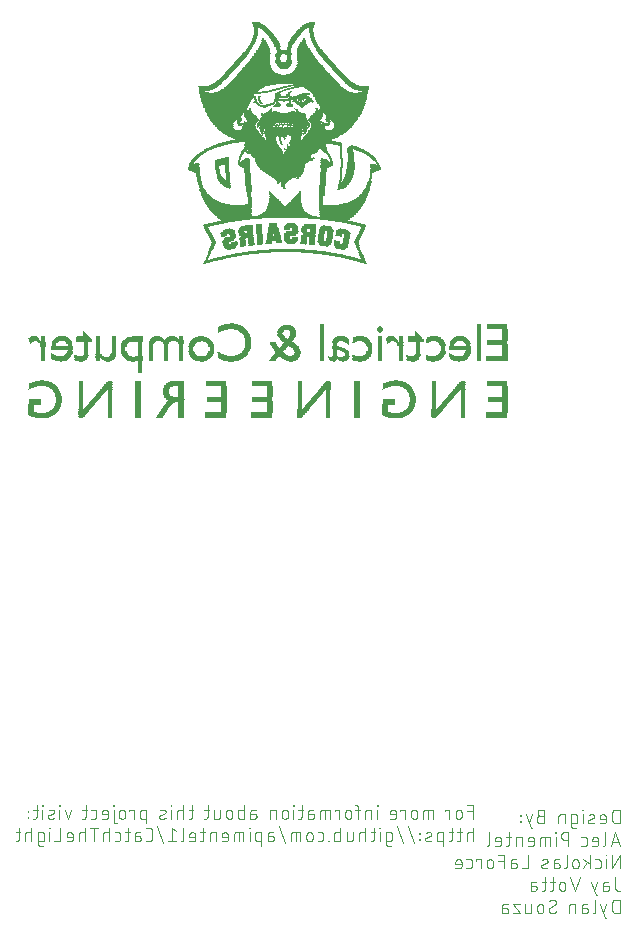
<source format=gbo>
G04 EAGLE Gerber RS-274X export*
G75*
%MOMM*%
%FSLAX34Y34*%
%LPD*%
%INSilkscreen Bottom*%
%IPPOS*%
%AMOC8*
5,1,8,0,0,1.08239X$1,22.5*%
G01*
%ADD10C,0.101600*%
%ADD11R,0.015238X0.012700*%
%ADD12R,0.012700X0.012700*%
%ADD13R,0.050800X0.012700*%
%ADD14R,0.076200X0.012700*%
%ADD15R,0.088900X0.012700*%
%ADD16R,0.127000X0.012700*%
%ADD17R,0.152400X0.012700*%
%ADD18R,0.162562X0.012700*%
%ADD19R,0.203200X0.012700*%
%ADD20R,0.187963X0.012700*%
%ADD21R,0.243838X0.012700*%
%ADD22R,0.213363X0.012700*%
%ADD23R,0.264163X0.012700*%
%ADD24R,0.314963X0.012700*%
%ADD25R,0.292100X0.012700*%
%ADD26R,0.342900X0.012700*%
%ADD27R,0.330200X0.012700*%
%ADD28R,0.393700X0.012700*%
%ADD29R,0.355600X0.012700*%
%ADD30R,0.431800X0.012700*%
%ADD31R,0.454663X0.012700*%
%ADD32R,0.505463X0.012700*%
%ADD33R,0.469900X0.012700*%
%ADD34R,0.546100X0.012700*%
%ADD35R,0.508000X0.012700*%
%ADD36R,0.584200X0.012700*%
%ADD37R,0.556262X0.012700*%
%ADD38R,0.635000X0.012700*%
%ADD39R,0.581663X0.012700*%
%ADD40R,0.673100X0.012700*%
%ADD41R,0.619762X0.012700*%
%ADD42R,0.708663X0.012700*%
%ADD43R,0.660400X0.012700*%
%ADD44R,0.749300X0.012700*%
%ADD45R,0.698500X0.012700*%
%ADD46R,0.800100X0.012700*%
%ADD47R,0.736600X0.012700*%
%ADD48R,0.835663X0.012700*%
%ADD49R,0.774700X0.012700*%
%ADD50R,0.886463X0.012700*%
%ADD51R,0.825500X0.012700*%
%ADD52R,0.927100X0.012700*%
%ADD53R,0.876300X0.012700*%
%ADD54R,0.723900X0.012700*%
%ADD55R,0.228600X0.012700*%
%ADD56R,0.911863X0.012700*%
%ADD57R,0.726438X0.012700*%
%ADD58R,0.962663X0.012700*%
%ADD59R,0.254000X0.012700*%
%ADD60R,0.711200X0.012700*%
%ADD61R,0.739138X0.012700*%
%ADD62R,0.266700X0.012700*%
%ADD63R,0.762000X0.012700*%
%ADD64R,0.226062X0.012700*%
%ADD65R,0.764538X0.012700*%
%ADD66R,0.772163X0.012700*%
%ADD67R,0.238763X0.012700*%
%ADD68R,0.777238X0.012700*%
%ADD69R,0.787400X0.012700*%
%ADD70R,0.812800X0.012700*%
%ADD71R,0.822963X0.012700*%
%ADD72R,0.256538X0.012700*%
%ADD73R,0.838200X0.012700*%
%ADD74R,0.241300X0.012700*%
%ADD75R,0.863600X0.012700*%
%ADD76R,0.878838X0.012700*%
%ADD77R,0.850900X0.012700*%
%ADD78R,0.891538X0.012700*%
%ADD79R,0.914400X0.012700*%
%ADD80R,0.873762X0.012700*%
%ADD81R,0.939800X0.012700*%
%ADD82R,0.901700X0.012700*%
%ADD83R,0.952500X0.012700*%
%ADD84R,0.965200X0.012700*%
%ADD85R,0.269238X0.012700*%
%ADD86R,0.975363X0.012700*%
%ADD87R,0.988063X0.012700*%
%ADD88R,0.937262X0.012700*%
%ADD89R,1.013463X0.012700*%
%ADD90R,1.041400X0.012700*%
%ADD91R,0.977900X0.012700*%
%ADD92R,1.069338X0.012700*%
%ADD93R,0.993138X0.012700*%
%ADD94R,1.003300X0.012700*%
%ADD95R,1.107438X0.012700*%
%ADD96R,1.016000X0.012700*%
%ADD97R,1.056638X0.012700*%
%ADD98R,1.132838X0.012700*%
%ADD99R,1.054100X0.012700*%
%ADD100R,1.155700X0.012700*%
%ADD101R,1.066800X0.012700*%
%ADD102R,1.181100X0.012700*%
%ADD103R,1.092200X0.012700*%
%ADD104R,1.191263X0.012700*%
%ADD105R,1.117600X0.012700*%
%ADD106R,1.216662X0.012700*%
%ADD107R,1.130300X0.012700*%
%ADD108R,1.229363X0.012700*%
%ADD109R,1.153163X0.012700*%
%ADD110R,1.295400X0.012700*%
%ADD111R,1.308100X0.012700*%
%ADD112R,1.333500X0.012700*%
%ADD113R,1.244600X0.012700*%
%ADD114R,1.361438X0.012700*%
%ADD115R,1.282700X0.012700*%
%ADD116R,1.412238X0.012700*%
%ADD117R,1.297937X0.012700*%
%ADD118R,0.251463X0.012700*%
%ADD119R,1.437638X0.012700*%
%ADD120R,1.346200X0.012700*%
%ADD121R,1.485900X0.012700*%
%ADD122R,1.371600X0.012700*%
%ADD123R,1.508763X0.012700*%
%ADD124R,1.397000X0.012700*%
%ADD125R,1.587500X0.012700*%
%ADD126R,1.445263X0.012700*%
%ADD127R,1.623063X0.012700*%
%ADD128R,1.511300X0.012700*%
%ADD129R,1.673863X0.012700*%
%ADD130R,1.574800X0.012700*%
%ADD131R,1.737363X0.012700*%
%ADD132R,1.638300X0.012700*%
%ADD133R,1.838963X0.012700*%
%ADD134R,1.701800X0.012700*%
%ADD135R,1.917700X0.012700*%
%ADD136R,1.790700X0.012700*%
%ADD137R,1.996438X0.012700*%
%ADD138R,2.161538X0.012700*%
%ADD139R,2.009138X0.012700*%
%ADD140R,2.313938X0.012700*%
%ADD141R,2.212338X0.012700*%
%ADD142R,2.626362X0.012700*%
%ADD143R,2.438400X0.012700*%
%ADD144R,6.182362X0.012700*%
%ADD145R,5.979163X0.012700*%
%ADD146R,5.788663X0.012700*%
%ADD147R,5.572763X0.012700*%
%ADD148R,5.334000X0.012700*%
%ADD149R,5.107938X0.012700*%
%ADD150R,4.892037X0.012700*%
%ADD151R,4.622800X0.012700*%
%ADD152R,4.345937X0.012700*%
%ADD153R,4.066537X0.012700*%
%ADD154R,3.774438X0.012700*%
%ADD155R,3.418837X0.012700*%
%ADD156R,3.020063X0.012700*%
%ADD157R,2.613663X0.012700*%
%ADD158R,0.063500X0.012700*%
%ADD159R,2.080262X0.012700*%
%ADD160R,0.154938X0.012700*%
%ADD161R,1.409700X0.012700*%
%ADD162R,0.165100X0.012700*%
%ADD163R,0.332738X0.012700*%
%ADD164R,0.317500X0.012700*%
%ADD165R,0.421637X0.012700*%
%ADD166R,0.497838X0.012700*%
%ADD167R,0.586738X0.012700*%
%ADD168R,0.561338X0.012700*%
%ADD169R,0.637537X0.012700*%
%ADD170R,0.713738X0.012700*%
%ADD171R,0.889000X0.012700*%
%ADD172R,1.000762X0.012700*%
%ADD173R,1.018538X0.012700*%
%ADD174R,1.026163X0.012700*%
%ADD175R,1.028700X0.012700*%
%ADD176R,1.038863X0.012700*%
%ADD177R,1.051562X0.012700*%
%ADD178R,1.064263X0.012700*%
%ADD179R,0.038100X0.012700*%
%ADD180R,1.076963X0.012700*%
%ADD181R,1.089662X0.012700*%
%ADD182R,0.378463X0.012700*%
%ADD183R,1.094738X0.012700*%
%ADD184R,1.102363X0.012700*%
%ADD185R,1.104900X0.012700*%
%ADD186R,1.115063X0.012700*%
%ADD187R,0.457200X0.012700*%
%ADD188R,1.120138X0.012700*%
%ADD189R,1.140463X0.012700*%
%ADD190R,0.167637X0.012700*%
%ADD191R,1.168400X0.012700*%
%ADD192R,0.281938X0.012700*%
%ADD193R,1.165863X0.012700*%
%ADD194R,0.685800X0.012700*%
%ADD195R,0.383538X0.012700*%
%ADD196R,0.688338X0.012700*%
%ADD197R,0.622300X0.012700*%
%ADD198R,0.459738X0.012700*%
%ADD199R,0.571500X0.012700*%
%ADD200R,0.099063X0.012700*%
%ADD201R,0.276863X0.012700*%
%ADD202R,0.533400X0.012700*%
%ADD203R,0.025400X0.012700*%
%ADD204R,0.472438X0.012700*%
%ADD205R,0.482600X0.012700*%
%ADD206R,0.444500X0.012700*%
%ADD207R,0.177800X0.012700*%
%ADD208R,0.467363X0.012700*%
%ADD209R,0.419100X0.012700*%
%ADD210R,0.607063X0.012700*%
%ADD211R,1.079500X0.012700*%
%ADD212R,0.441963X0.012700*%
%ADD213R,0.114300X0.012700*%
%ADD214R,0.447038X0.012700*%
%ADD215R,1.127763X0.012700*%
%ADD216R,0.381000X0.012700*%
%ADD217R,0.320038X0.012700*%
%ADD218R,1.178562X0.012700*%
%ADD219R,0.086363X0.012700*%
%ADD220R,0.279400X0.012700*%
%ADD221R,0.391163X0.012700*%
%ADD222R,0.327663X0.012700*%
%ADD223R,0.518162X0.012700*%
%ADD224R,0.657863X0.012700*%
%ADD225R,0.190500X0.012700*%
%ADD226R,0.139700X0.012700*%
%ADD227R,0.840738X0.012700*%
%ADD228R,1.231900X0.012700*%
%ADD229R,1.219200X0.012700*%
%ADD230R,1.206500X0.012700*%
%ADD231R,1.193800X0.012700*%
%ADD232R,0.429263X0.012700*%
%ADD233R,1.143000X0.012700*%
%ADD234R,0.789938X0.012700*%
%ADD235R,1.082037X0.012700*%
%ADD236R,0.650238X0.012700*%
%ADD237R,0.609600X0.012700*%
%ADD238R,0.574037X0.012700*%
%ADD239R,1.031238X0.012700*%
%ADD240R,0.523238X0.012700*%
%ADD241R,0.040638X0.012700*%
%ADD242R,0.530863X0.012700*%
%ADD243R,1.005837X0.012700*%
%ADD244R,0.091438X0.012700*%
%ADD245R,0.142238X0.012700*%
%ADD246R,0.543563X0.012700*%
%ADD247R,1.043937X0.012700*%
%ADD248R,0.215900X0.012700*%
%ADD249R,0.434338X0.012700*%
%ADD250R,0.353063X0.012700*%
%ADD251R,0.416563X0.012700*%
%ADD252R,1.145538X0.012700*%
%ADD253R,1.170937X0.012700*%
%ADD254R,1.196338X0.012700*%
%ADD255R,0.990600X0.012700*%
%ADD256R,1.183638X0.012700*%
%ADD257R,0.596900X0.012700*%
%ADD258R,0.675638X0.012700*%
%ADD259R,0.632463X0.012700*%
%ADD260R,1.158238X0.012700*%
%ADD261R,0.899163X0.012700*%
%ADD262R,0.568963X0.012700*%
%ADD263R,0.645163X0.012700*%
%ADD264R,0.751838X0.012700*%
%ADD265R,0.662938X0.012700*%
%ADD266R,0.485137X0.012700*%
%ADD267R,0.480063X0.012700*%
%ADD268R,0.396238X0.012700*%
%ADD269R,0.358137X0.012700*%
%ADD270R,0.810262X0.012700*%
%ADD271R,0.797563X0.012700*%
%ADD272R,0.784863X0.012700*%
%ADD273R,0.759463X0.012700*%
%ADD274R,0.746762X0.012700*%
%ADD275R,0.980438X0.012700*%
%ADD276R,0.967738X0.012700*%
%ADD277R,0.734063X0.012700*%
%ADD278R,0.942338X0.012700*%
%ADD279R,0.929638X0.012700*%
%ADD280R,0.304800X0.012700*%
%ADD281R,0.721363X0.012700*%
%ADD282R,0.916938X0.012700*%
%ADD283R,0.904238X0.012700*%
%ADD284R,0.520700X0.012700*%
%ADD285R,0.403863X0.012700*%
%ADD286R,0.802638X0.012700*%
%ADD287R,0.307338X0.012700*%
%ADD288R,0.193038X0.012700*%
%ADD289R,0.695963X0.012700*%
%ADD290R,0.599438X0.012700*%
%ADD291R,0.101600X0.012700*%
%ADD292R,0.683262X0.012700*%
%ADD293R,0.670563X0.012700*%
%ADD294R,0.955038X0.012700*%
%ADD295R,0.828038X0.012700*%
%ADD296R,0.200663X0.012700*%
%ADD297R,0.924563X0.012700*%
%ADD298R,0.949963X0.012700*%
%ADD299R,1.247138X0.012700*%
%ADD300R,1.323338X0.012700*%
%ADD301R,1.424937X0.012700*%
%ADD302R,1.460500X0.012700*%
%ADD303R,1.551937X0.012700*%
%ADD304R,1.648463X0.012700*%
%ADD305R,1.711963X0.012700*%
%ADD306R,1.778000X0.012700*%
%ADD307R,1.826263X0.012700*%
%ADD308R,1.902463X0.012700*%
%ADD309R,1.953263X0.012700*%
%ADD310R,2.029463X0.012700*%
%ADD311R,2.057400X0.012700*%
%ADD312R,2.146300X0.012700*%
%ADD313R,2.197100X0.012700*%
%ADD314R,2.286000X0.012700*%
%ADD315R,2.336800X0.012700*%
%ADD316R,2.397763X0.012700*%
%ADD317R,2.476500X0.012700*%
%ADD318R,2.540000X0.012700*%
%ADD319R,2.616200X0.012700*%
%ADD320R,2.694937X0.012700*%
%ADD321R,2.766063X0.012700*%
%ADD322R,2.847338X0.012700*%
%ADD323R,2.933700X0.012700*%
%ADD324R,3.012438X0.012700*%
%ADD325R,3.086100X0.012700*%
%ADD326R,3.147063X0.012700*%
%ADD327R,3.248663X0.012700*%
%ADD328R,3.327400X0.012700*%
%ADD329R,3.439163X0.012700*%
%ADD330R,3.517900X0.012700*%
%ADD331R,3.629663X0.012700*%
%ADD332R,3.693163X0.012700*%
%ADD333R,3.848100X0.012700*%
%ADD334R,3.898900X0.012700*%
%ADD335R,4.089400X0.012700*%
%ADD336R,4.165600X0.012700*%
%ADD337R,4.368800X0.012700*%
%ADD338R,4.419600X0.012700*%
%ADD339R,4.711700X0.012700*%
%ADD340R,4.813300X0.012700*%
%ADD341R,5.344163X0.012700*%
%ADD342R,5.422900X0.012700*%
%ADD343R,2.705100X0.012700*%
%ADD344R,8.608063X0.012700*%
%ADD345R,2.717800X0.012700*%
%ADD346R,8.496300X0.012700*%
%ADD347R,2.743200X0.012700*%
%ADD348R,8.409937X0.012700*%
%ADD349R,2.755900X0.012700*%
%ADD350R,5.318763X0.012700*%
%ADD351R,2.895600X0.012700*%
%ADD352R,2.768600X0.012700*%
%ADD353R,5.102863X0.012700*%
%ADD354R,2.910837X0.012700*%
%ADD355R,2.781300X0.012700*%
%ADD356R,4.963163X0.012700*%
%ADD357R,2.936238X0.012700*%
%ADD358R,2.796538X0.012700*%
%ADD359R,4.851400X0.012700*%
%ADD360R,2.946400X0.012700*%
%ADD361R,2.809238X0.012700*%
%ADD362R,4.739638X0.012700*%
%ADD363R,2.961638X0.012700*%
%ADD364R,4.650737X0.012700*%
%ADD365R,2.971800X0.012700*%
%ADD366R,2.860038X0.012700*%
%ADD367R,4.574537X0.012700*%
%ADD368R,2.987038X0.012700*%
%ADD369R,2.872737X0.012700*%
%ADD370R,4.498337X0.012700*%
%ADD371R,3.025138X0.012700*%
%ADD372R,2.885438X0.012700*%
%ADD373R,4.434838X0.012700*%
%ADD374R,3.035300X0.012700*%
%ADD375R,2.898138X0.012700*%
%ADD376R,4.371338X0.012700*%
%ADD377R,3.050538X0.012700*%
%ADD378R,2.923538X0.012700*%
%ADD379R,4.307837X0.012700*%
%ADD380R,3.060700X0.012700*%
%ADD381R,4.231638X0.012700*%
%ADD382R,3.075938X0.012700*%
%ADD383R,4.180837X0.012700*%
%ADD384R,2.959100X0.012700*%
%ADD385R,4.130038X0.012700*%
%ADD386R,3.101338X0.012700*%
%ADD387R,4.079238X0.012700*%
%ADD388R,3.111500X0.012700*%
%ADD389R,2.984500X0.012700*%
%ADD390R,4.028437X0.012700*%
%ADD391R,3.126737X0.012700*%
%ADD392R,2.997200X0.012700*%
%ADD393R,3.990338X0.012700*%
%ADD394R,3.136900X0.012700*%
%ADD395R,3.022600X0.012700*%
%ADD396R,3.952238X0.012700*%
%ADD397R,3.162300X0.012700*%
%ADD398R,3.901438X0.012700*%
%ADD399R,3.048000X0.012700*%
%ADD400R,3.863338X0.012700*%
%ADD401R,3.187700X0.012700*%
%ADD402R,3.825238X0.012700*%
%ADD403R,3.073400X0.012700*%
%ADD404R,3.799838X0.012700*%
%ADD405R,3.213100X0.012700*%
%ADD406R,3.749038X0.012700*%
%ADD407R,3.098800X0.012700*%
%ADD408R,3.723638X0.012700*%
%ADD409R,3.238500X0.012700*%
%ADD410R,3.685538X0.012700*%
%ADD411R,3.124200X0.012700*%
%ADD412R,3.647438X0.012700*%
%ADD413R,3.263900X0.012700*%
%ADD414R,3.622038X0.012700*%
%ADD415R,3.149600X0.012700*%
%ADD416R,3.594100X0.012700*%
%ADD417R,3.291838X0.012700*%
%ADD418R,3.568700X0.012700*%
%ADD419R,3.175000X0.012700*%
%ADD420R,3.543300X0.012700*%
%ADD421R,3.304538X0.012700*%
%ADD422R,3.200400X0.012700*%
%ADD423R,3.317238X0.012700*%
%ADD424R,3.479800X0.012700*%
%ADD425R,3.329938X0.012700*%
%ADD426R,3.454400X0.012700*%
%ADD427R,3.355338X0.012700*%
%ADD428R,3.228338X0.012700*%
%ADD429R,3.429000X0.012700*%
%ADD430R,3.368038X0.012700*%
%ADD431R,3.241038X0.012700*%
%ADD432R,3.416300X0.012700*%
%ADD433R,3.380737X0.012700*%
%ADD434R,3.253738X0.012700*%
%ADD435R,3.390900X0.012700*%
%ADD436R,3.393438X0.012700*%
%ADD437R,3.266438X0.012700*%
%ADD438R,3.365500X0.012700*%
%ADD439R,3.406138X0.012700*%
%ADD440R,3.279138X0.012700*%
%ADD441R,3.340100X0.012700*%
%ADD442R,3.314700X0.012700*%
%ADD443R,3.289300X0.012700*%
%ADD444R,3.431538X0.012700*%
%ADD445R,3.276600X0.012700*%
%ADD446R,3.444238X0.012700*%
%ADD447R,3.251200X0.012700*%
%ADD448R,3.456937X0.012700*%
%ADD449R,3.469638X0.012700*%
%ADD450R,3.482338X0.012700*%
%ADD451R,3.495038X0.012700*%
%ADD452R,3.378200X0.012700*%
%ADD453R,3.507738X0.012700*%
%ADD454R,3.520438X0.012700*%
%ADD455R,3.403600X0.012700*%
%ADD456R,3.533138X0.012700*%
%ADD457R,3.545838X0.012700*%
%ADD458R,3.558538X0.012700*%
%ADD459R,3.583938X0.012700*%
%ADD460R,3.467100X0.012700*%
%ADD461R,3.596638X0.012700*%
%ADD462R,3.492500X0.012700*%
%ADD463R,3.009900X0.012700*%
%ADD464R,3.609338X0.012700*%
%ADD465R,3.505200X0.012700*%
%ADD466R,3.634737X0.012700*%
%ADD467R,3.530600X0.012700*%
%ADD468R,3.660138X0.012700*%
%ADD469R,3.672837X0.012700*%
%ADD470R,3.556000X0.012700*%
%ADD471R,3.683000X0.012700*%
%ADD472R,2.908300X0.012700*%
%ADD473R,3.698238X0.012700*%
%ADD474R,3.581400X0.012700*%
%ADD475R,3.708400X0.012700*%
%ADD476R,1.422400X0.012700*%
%ADD477R,1.447800X0.012700*%
%ADD478R,3.606800X0.012700*%
%ADD479R,3.733800X0.012700*%
%ADD480R,3.619500X0.012700*%
%ADD481R,1.358900X0.012700*%
%ADD482R,3.632200X0.012700*%
%ADD483R,3.759200X0.012700*%
%ADD484R,3.644900X0.012700*%
%ADD485R,1.320800X0.012700*%
%ADD486R,3.657600X0.012700*%
%ADD487R,3.784600X0.012700*%
%ADD488R,2.349500X0.012700*%
%ADD489R,2.387600X0.012700*%
%ADD490R,2.209800X0.012700*%
%ADD491R,1.257300X0.012700*%
%ADD492R,2.184400X0.012700*%
%ADD493R,2.098038X0.012700*%
%ADD494R,2.067563X0.012700*%
%ADD495R,1.945638X0.012700*%
%ADD496R,1.892300X0.012700*%
%ADD497R,1.882138X0.012700*%
%ADD498R,1.816100X0.012700*%
%ADD499R,1.818638X0.012700*%
%ADD500R,1.765300X0.012700*%
%ADD501R,1.767838X0.012700*%
%ADD502R,1.714500X0.012700*%
%ADD503R,1.717037X0.012700*%
%ADD504R,1.663700X0.012700*%
%ADD505R,1.666238X0.012700*%
%ADD506R,1.612900X0.012700*%
%ADD507R,1.625600X0.012700*%
%ADD508R,1.536700X0.012700*%
%ADD509R,1.496063X0.012700*%
%ADD510R,1.473200X0.012700*%
%ADD511R,1.435100X0.012700*%
%ADD512R,1.399538X0.012700*%
%ADD513R,1.369063X0.012700*%
%ADD514R,1.386838X0.012700*%
%ADD515R,1.348738X0.012700*%
%ADD516R,0.294637X0.012700*%
%ADD517R,0.861063X0.012700*%
%ADD518R,0.848363X0.012700*%
%ADD519R,0.368300X0.012700*%
%ADD520R,0.345438X0.012700*%
%ADD521R,0.594363X0.012700*%
%ADD522R,0.406400X0.012700*%
%ADD523R,0.495300X0.012700*%
%ADD524R,0.492763X0.012700*%
%ADD525R,0.370838X0.012700*%
%ADD526R,0.624838X0.012700*%
%ADD527R,0.612138X0.012700*%
%ADD528R,0.408938X0.012700*%
%ADD529R,0.558800X0.012700*%
%ADD530R,0.548638X0.012700*%
%ADD531R,0.535938X0.012700*%
%ADD532R,0.510537X0.012700*%
%ADD533R,0.365762X0.012700*%
%ADD534R,0.701037X0.012700*%
%ADD535R,0.647700X0.012700*%
%ADD536R,0.340363X0.012700*%
%ADD537R,0.302262X0.012700*%
%ADD538R,0.289563X0.012700*%
%ADD539R,1.221738X0.012700*%
%ADD540R,0.231138X0.012700*%
%ADD541R,1.498600X0.012700*%
%ADD542R,1.600200X0.012700*%
%ADD543R,1.752600X0.012700*%
%ADD544R,0.218438X0.012700*%
%ADD545R,1.864363X0.012700*%
%ADD546R,1.927863X0.012700*%
%ADD547R,1.978662X0.012700*%
%ADD548R,2.016763X0.012700*%
%ADD549R,2.105663X0.012700*%
%ADD550R,2.143763X0.012700*%
%ADD551R,2.181863X0.012700*%
%ADD552R,2.219963X0.012700*%
%ADD553R,0.205738X0.012700*%
%ADD554R,2.245363X0.012700*%
%ADD555R,2.575563X0.012700*%
%ADD556R,2.600963X0.012700*%
%ADD557R,2.639063X0.012700*%
%ADD558R,2.677163X0.012700*%
%ADD559R,2.702562X0.012700*%
%ADD560R,2.727963X0.012700*%
%ADD561R,2.753363X0.012700*%
%ADD562R,2.794000X0.012700*%
%ADD563R,2.819400X0.012700*%
%ADD564R,2.844800X0.012700*%
%ADD565R,2.882900X0.012700*%
%ADD566R,3.302000X0.012700*%
%ADD567R,3.670300X0.012700*%
%ADD568R,3.695700X0.012700*%
%ADD569R,3.746500X0.012700*%
%ADD570R,3.771900X0.012700*%
%ADD571R,3.797300X0.012700*%
%ADD572R,3.810000X0.012700*%
%ADD573R,3.822700X0.012700*%
%ADD574R,3.835400X0.012700*%
%ADD575R,3.860800X0.012700*%
%ADD576R,3.886200X0.012700*%
%ADD577R,3.911600X0.012700*%
%ADD578R,3.937000X0.012700*%
%ADD579R,3.949700X0.012700*%
%ADD580R,3.962400X0.012700*%
%ADD581R,3.987800X0.012700*%
%ADD582R,0.866138X0.012700*%
%ADD583R,4.000500X0.012700*%
%ADD584R,0.853438X0.012700*%
%ADD585R,4.025900X0.012700*%
%ADD586R,4.051300X0.012700*%
%ADD587R,4.064000X0.012700*%
%ADD588R,4.076700X0.012700*%
%ADD589R,0.815338X0.012700*%
%ADD590R,4.102100X0.012700*%
%ADD591R,4.114800X0.012700*%
%ADD592R,4.140200X0.012700*%
%ADD593R,4.178300X0.012700*%
%ADD594R,4.191000X0.012700*%
%ADD595R,4.203700X0.012700*%
%ADD596R,4.244338X0.012700*%
%ADD597R,4.257038X0.012700*%
%ADD598R,4.269738X0.012700*%
%ADD599R,4.292600X0.012700*%
%ADD600R,4.305300X0.012700*%
%ADD601R,4.330700X0.012700*%
%ADD602R,4.356100X0.012700*%
%ADD603R,4.381500X0.012700*%
%ADD604R,4.432300X0.012700*%
%ADD605R,4.457700X0.012700*%
%ADD606R,4.495800X0.012700*%
%ADD607R,4.521200X0.012700*%
%ADD608R,4.559300X0.012700*%
%ADD609R,4.610100X0.012700*%
%ADD610R,4.686300X0.012700*%
%ADD611R,4.724400X0.012700*%
%ADD612R,4.749800X0.012700*%
%ADD613R,4.775200X0.012700*%
%ADD614R,4.838700X0.012700*%
%ADD615R,4.864100X0.012700*%
%ADD616R,4.876800X0.012700*%
%ADD617R,4.889500X0.012700*%
%ADD618R,4.902200X0.012700*%
%ADD619R,4.914900X0.012700*%
%ADD620R,4.927600X0.012700*%
%ADD621R,4.940300X0.012700*%
%ADD622R,4.950463X0.012700*%
%ADD623R,4.975862X0.012700*%
%ADD624R,4.988563X0.012700*%
%ADD625R,4.787900X0.012700*%
%ADD626R,0.048262X0.012700*%
%ADD627R,4.737100X0.012700*%
%ADD628R,4.953000X0.012700*%
%ADD629R,4.965700X0.012700*%
%ADD630R,4.978400X0.012700*%
%ADD631R,5.003800X0.012700*%
%ADD632R,5.029200X0.012700*%
%ADD633R,5.054600X0.012700*%
%ADD634R,2.715263X0.012700*%
%ADD635R,2.326637X0.012700*%
%ADD636R,2.339338X0.012700*%
%ADD637R,2.740663X0.012700*%
%ADD638R,2.352038X0.012700*%
%ADD639R,2.377438X0.012700*%
%ADD640R,2.415538X0.012700*%
%ADD641R,2.466338X0.012700*%
%ADD642R,2.527300X0.012700*%
%ADD643R,2.565400X0.012700*%
%ADD644R,2.606038X0.012700*%
%ADD645R,2.618737X0.012700*%
%ADD646R,2.631438X0.012700*%
%ADD647R,2.656837X0.012700*%
%ADD648R,2.669538X0.012700*%
%ADD649R,2.682238X0.012700*%
%ADD650R,2.707638X0.012700*%
%ADD651R,2.720338X0.012700*%
%ADD652R,2.733038X0.012700*%
%ADD653R,2.745738X0.012700*%
%ADD654R,2.758438X0.012700*%
%ADD655R,2.771138X0.012700*%
%ADD656R,2.870200X0.012700*%
%ADD657R,2.783838X0.012700*%
%ADD658R,2.857500X0.012700*%
%ADD659R,2.832100X0.012700*%
%ADD660R,2.806700X0.012700*%
%ADD661R,2.644138X0.012700*%
%ADD662R,2.730500X0.012700*%
%ADD663R,1.242063X0.012700*%
%ADD664R,2.692400X0.012700*%
%ADD665R,2.580637X0.012700*%
%ADD666R,2.567938X0.012700*%
%ADD667R,2.552700X0.012700*%
%ADD668R,2.501900X0.012700*%
%ADD669R,2.489200X0.012700*%
%ADD670R,2.921000X0.012700*%
%ADD671R,1.280163X0.012700*%
%ADD672R,4.391662X0.012700*%
%ADD673R,4.378963X0.012700*%
%ADD674R,4.366263X0.012700*%
%ADD675R,2.679700X0.012700*%
%ADD676R,4.302763X0.012700*%
%ADD677R,2.667000X0.012700*%
%ADD678R,4.251963X0.012700*%
%ADD679R,4.163063X0.012700*%
%ADD680R,2.654300X0.012700*%
%ADD681R,4.099563X0.012700*%
%ADD682R,4.038600X0.012700*%
%ADD683R,2.641600X0.012700*%
%ADD684R,3.731263X0.012700*%
%ADD685R,3.655063X0.012700*%
%ADD686R,3.578863X0.012700*%
%ADD687R,3.975100X0.012700*%
%ADD688R,3.489963X0.012700*%
%ADD689R,2.374900X0.012700*%
%ADD690R,2.893063X0.012700*%
%ADD691R,2.260600X0.012700*%
%ADD692R,2.842263X0.012700*%
%ADD693R,2.237738X0.012700*%
%ADD694R,2.273300X0.012700*%
%ADD695R,2.603500X0.012700*%
%ADD696R,2.311400X0.012700*%
%ADD697R,2.524763X0.012700*%
%ADD698R,2.362200X0.012700*%
%ADD699R,2.451100X0.012700*%
%ADD700R,2.413000X0.012700*%
%ADD701R,2.372362X0.012700*%
%ADD702R,2.463800X0.012700*%
%ADD703R,2.400300X0.012700*%
%ADD704R,2.423163X0.012700*%
%ADD705R,2.486662X0.012700*%
%ADD706R,2.514600X0.012700*%
%ADD707R,2.590800X0.012700*%
%ADD708R,2.537463X0.012700*%
%ADD709R,2.550163X0.012700*%
%ADD710R,2.628900X0.012700*%
%ADD711R,2.578100X0.012700*%
%ADD712R,2.880362X0.012700*%
%ADD713R,2.943863X0.012700*%
%ADD714R,2.956562X0.012700*%
%ADD715R,2.918462X0.012700*%
%ADD716R,2.969263X0.012700*%
%ADD717R,2.931163X0.012700*%
%ADD718R,2.994663X0.012700*%
%ADD719R,3.007363X0.012700*%
%ADD720R,3.032763X0.012700*%
%ADD721R,3.045463X0.012700*%
%ADD722R,3.058163X0.012700*%
%ADD723R,3.083563X0.012700*%
%ADD724R,3.121663X0.012700*%
%ADD725R,3.159763X0.012700*%
%ADD726R,3.225800X0.012700*%
%ADD727R,3.185163X0.012700*%
%ADD728R,1.597662X0.012700*%
%ADD729R,1.572263X0.012700*%
%ADD730R,1.384300X0.012700*%
%ADD731R,1.470662X0.012700*%
%ADD732R,1.432562X0.012700*%
%ADD733R,1.343662X0.012700*%
%ADD734R,1.407163X0.012700*%
%ADD735R,1.270000X0.012700*%
%ADD736R,1.374138X0.012700*%
%ADD737R,1.394463X0.012700*%
%ADD738R,1.419863X0.012700*%
%ADD739R,1.450338X0.012700*%
%ADD740R,1.483363X0.012700*%
%ADD741R,1.521463X0.012700*%
%ADD742R,1.501138X0.012700*%
%ADD743R,1.534163X0.012700*%
%ADD744R,0.124463X0.012700*%
%ADD745R,1.526538X0.012700*%
%ADD746R,1.546863X0.012700*%
%ADD747R,1.559563X0.012700*%
%ADD748R,0.137162X0.012700*%
%ADD749R,1.562100X0.012700*%
%ADD750R,1.285238X0.012700*%
%ADD751R,1.577338X0.012700*%
%ADD752R,0.116838X0.012700*%
%ADD753R,1.602738X0.012700*%
%ADD754R,0.078738X0.012700*%
%ADD755R,1.651000X0.012700*%
%ADD756R,1.676400X0.012700*%
%ADD757R,1.704338X0.012700*%
%ADD758R,1.463037X0.012700*%
%ADD759R,1.689100X0.012700*%
%ADD760R,1.727200X0.012700*%
%ADD761R,1.739900X0.012700*%
%ADD762R,1.750063X0.012700*%
%ADD763R,1.780538X0.012700*%
%ADD764R,1.856738X0.012700*%
%ADD765R,1.828800X0.012700*%
%ADD766R,1.793238X0.012700*%
%ADD767R,1.983738X0.012700*%
%ADD768R,1.955800X0.012700*%
%ADD769R,1.854200X0.012700*%
%ADD770R,4.193538X0.012700*%
%ADD771R,1.831338X0.012700*%
%ADD772R,4.168138X0.012700*%
%ADD773R,1.844037X0.012700*%
%ADD774R,1.879600X0.012700*%
%ADD775R,4.142737X0.012700*%
%ADD776R,1.866900X0.012700*%
%ADD777R,1.905000X0.012700*%
%ADD778R,4.104637X0.012700*%
%ADD779R,1.907538X0.012700*%
%ADD780R,1.943100X0.012700*%
%ADD781R,4.091938X0.012700*%
%ADD782R,1.981200X0.012700*%
%ADD783R,4.053838X0.012700*%
%ADD784R,1.968500X0.012700*%
%ADD785R,2.006600X0.012700*%
%ADD786R,2.019300X0.012700*%
%ADD787R,4.015738X0.012700*%
%ADD788R,2.044700X0.012700*%
%ADD789R,4.003038X0.012700*%
%ADD790R,2.034537X0.012700*%
%ADD791R,2.082800X0.012700*%
%ADD792R,2.108200X0.012700*%
%ADD793R,3.964938X0.012700*%
%ADD794R,2.072637X0.012700*%
%ADD795R,2.120900X0.012700*%
%ADD796R,2.110737X0.012700*%
%ADD797R,2.171700X0.012700*%
%ADD798R,3.939538X0.012700*%
%ADD799R,2.136138X0.012700*%
%ADD800R,3.926837X0.012700*%
%ADD801R,2.174238X0.012700*%
%ADD802R,2.247900X0.012700*%
%ADD803R,3.914138X0.012700*%
%ADD804R,2.222500X0.012700*%
%ADD805R,2.301238X0.012700*%
%ADD806R,2.651763X0.012700*%
%ADD807R,3.888738X0.012700*%
%ADD808R,2.664462X0.012700*%
%ADD809R,3.876038X0.012700*%
%ADD810R,3.850638X0.012700*%
%ADD811R,2.804163X0.012700*%
%ADD812R,2.816863X0.012700*%
%ADD813R,2.791463X0.012700*%
%ADD814R,2.867663X0.012700*%
%ADD815R,2.854963X0.012700*%
%ADD816R,2.905763X0.012700*%
%ADD817R,3.721100X0.012700*%
%ADD818R,3.352800X0.012700*%
%ADD819R,3.108963X0.012700*%
%ADD820R,3.172462X0.012700*%
%ADD821R,3.223263X0.012700*%
%ADD822R,3.896363X0.012700*%
%ADD823R,3.883663X0.012700*%
%ADD824R,3.909063X0.012700*%
%ADD825R,3.873500X0.012700*%
%ADD826R,3.642363X0.012700*%
%ADD827R,3.616963X0.012700*%
%ADD828R,0.180338X0.012700*%
%ADD829R,0.129537X0.012700*%
%ADD830R,3.604263X0.012700*%
%ADD831R,0.104138X0.012700*%
%ADD832R,3.667763X0.012700*%
%ADD833R,3.710938X0.012700*%
%ADD834R,3.736338X0.012700*%
%ADD835R,3.761738X0.012700*%
%ADD836R,3.718562X0.012700*%
%ADD837R,3.782063X0.012700*%
%ADD838R,3.794763X0.012700*%
%ADD839R,3.807463X0.012700*%
%ADD840R,3.845563X0.012700*%
%ADD841R,3.858263X0.012700*%
%ADD842R,3.870963X0.012700*%
%ADD843R,3.921763X0.012700*%
%ADD844R,3.934462X0.012700*%
%ADD845R,3.959863X0.012700*%
%ADD846R,3.972562X0.012700*%
%ADD847R,3.985263X0.012700*%
%ADD848R,3.997963X0.012700*%
%ADD849R,4.010663X0.012700*%
%ADD850R,4.023363X0.012700*%
%ADD851R,4.036062X0.012700*%
%ADD852R,4.061463X0.012700*%
%ADD853R,4.074162X0.012700*%
%ADD854R,0.111763X0.012700*%
%ADD855R,0.149863X0.012700*%
%ADD856R,4.112262X0.012700*%
%ADD857R,4.124963X0.012700*%
%ADD858R,4.137663X0.012700*%
%ADD859R,4.117338X0.012700*%
%ADD860R,4.150362X0.012700*%
%ADD861R,0.175263X0.012700*%
%ADD862R,4.175763X0.012700*%
%ADD863R,4.152900X0.012700*%
%ADD864R,4.188462X0.012700*%
%ADD865R,4.201163X0.012700*%
%ADD866R,4.213863X0.012700*%
%ADD867R,4.226563X0.012700*%
%ADD868R,1.209037X0.012700*%
%ADD869R,4.206238X0.012700*%
%ADD870R,4.229100X0.012700*%
%ADD871R,4.264663X0.012700*%
%ADD872R,4.241800X0.012700*%
%ADD873R,4.290063X0.012700*%
%ADD874R,4.282438X0.012700*%
%ADD875R,4.343400X0.012700*%
%ADD876R,4.318000X0.012700*%
%ADD877R,4.358638X0.012700*%
%ADD878R,4.394200X0.012700*%
%ADD879R,4.406900X0.012700*%
%ADD880R,4.688837X0.012700*%
%ADD881R,4.470400X0.012700*%
%ADD882R,4.699000X0.012700*%
%ADD883R,4.508500X0.012700*%
%ADD884R,4.533900X0.012700*%
%ADD885R,4.485638X0.012700*%
%ADD886R,4.546600X0.012700*%
%ADD887R,4.511038X0.012700*%
%ADD888R,4.572000X0.012700*%
%ADD889R,4.584700X0.012700*%
%ADD890R,4.597400X0.012700*%
%ADD891R,4.587238X0.012700*%
%ADD892R,4.635500X0.012700*%
%ADD893R,4.599938X0.012700*%
%ADD894R,4.648200X0.012700*%
%ADD895R,4.612637X0.012700*%
%ADD896R,4.660900X0.012700*%
%ADD897R,4.625338X0.012700*%
%ADD898R,5.077463X0.012700*%
%ADD899R,3.464562X0.012700*%
%ADD900R,4.127500X0.012700*%
%ADD901R,3.413763X0.012700*%
%ADD902R,3.375663X0.012700*%
%ADD903R,3.350263X0.012700*%
%ADD904R,3.324863X0.012700*%
%ADD905R,3.299463X0.012700*%
%ADD906R,3.286763X0.012700*%
%ADD907R,3.274063X0.012700*%
%ADD908R,3.261363X0.012700*%
%ADD909R,3.235963X0.012700*%
%ADD910R,3.210562X0.012700*%
%ADD911R,3.197863X0.012700*%
%ADD912R,3.134362X0.012700*%
%ADD913R,1.272538X0.012700*%
%ADD914R,1.310638X0.012700*%
%ADD915R,1.336037X0.012700*%
%ADD916R,1.475738X0.012700*%
%ADD917R,1.488438X0.012700*%
%ADD918R,0.060963X0.012700*%
%ADD919R,3.441700X0.012700*%
%ADD920R,3.312163X0.012700*%
%ADD921R,3.820163X0.012700*%
%ADD922R,3.571238X0.012700*%
%ADD923R,3.769363X0.012700*%
%ADD924R,9.232900X0.012700*%
%ADD925R,9.207500X0.012700*%
%ADD926R,9.182100X0.012700*%
%ADD927R,9.156700X0.012700*%
%ADD928R,9.133838X0.012700*%
%ADD929R,9.121137X0.012700*%
%ADD930R,9.095738X0.012700*%
%ADD931R,9.070338X0.012700*%
%ADD932R,9.044937X0.012700*%
%ADD933R,9.032238X0.012700*%
%ADD934R,9.006837X0.012700*%
%ADD935R,8.981438X0.012700*%
%ADD936R,8.956038X0.012700*%
%ADD937R,8.930637X0.012700*%
%ADD938R,8.905238X0.012700*%
%ADD939R,8.879838X0.012700*%
%ADD940R,8.851900X0.012700*%
%ADD941R,8.839200X0.012700*%
%ADD942R,8.816338X0.012700*%
%ADD943R,8.801100X0.012700*%
%ADD944R,8.778238X0.012700*%
%ADD945R,8.750300X0.012700*%
%ADD946R,8.727438X0.012700*%
%ADD947R,8.699500X0.012700*%
%ADD948R,8.676638X0.012700*%
%ADD949R,8.648700X0.012700*%
%ADD950R,8.625838X0.012700*%
%ADD951R,8.613138X0.012700*%
%ADD952R,8.585200X0.012700*%
%ADD953R,8.559800X0.012700*%
%ADD954R,8.531863X0.012700*%
%ADD955R,8.521700X0.012700*%
%ADD956R,8.493763X0.012700*%
%ADD957R,8.470900X0.012700*%
%ADD958R,8.442963X0.012700*%
%ADD959R,8.420100X0.012700*%
%ADD960R,8.392162X0.012700*%
%ADD961R,8.369300X0.012700*%
%ADD962R,8.341363X0.012700*%
%ADD963R,8.328663X0.012700*%
%ADD964R,8.318500X0.012700*%
%ADD965R,8.290563X0.012700*%
%ADD966R,8.267700X0.012700*%
%ADD967R,8.239763X0.012700*%
%ADD968R,8.216900X0.012700*%
%ADD969R,8.188963X0.012700*%
%ADD970R,8.166100X0.012700*%
%ADD971R,8.138162X0.012700*%
%ADD972R,8.115300X0.012700*%
%ADD973R,8.102600X0.012700*%
%ADD974R,8.064500X0.012700*%
%ADD975R,8.051800X0.012700*%
%ADD976R,8.036563X0.012700*%
%ADD977R,8.013700X0.012700*%
%ADD978R,7.985763X0.012700*%
%ADD979R,7.962900X0.012700*%
%ADD980R,3.553463X0.012700*%
%ADD981R,3.515363X0.012700*%
%ADD982R,3.426462X0.012700*%
%ADD983R,3.388362X0.012700*%
%ADD984R,3.337563X0.012700*%
%ADD985R,2.974338X0.012700*%
%ADD986R,2.593338X0.012700*%
%ADD987R,2.555238X0.012700*%
%ADD988R,2.529838X0.012700*%
%ADD989R,2.517138X0.012700*%
%ADD990R,2.504438X0.012700*%
%ADD991R,2.491738X0.012700*%
%ADD992R,2.440937X0.012700*%
%ADD993R,2.425700X0.012700*%
%ADD994R,2.428238X0.012700*%
%ADD995R,2.402837X0.012700*%
%ADD996R,2.298700X0.012700*%
%ADD997R,2.275838X0.012700*%
%ADD998R,2.263138X0.012700*%
%ADD999R,2.250438X0.012700*%
%ADD1000R,2.225038X0.012700*%
%ADD1001R,2.199638X0.012700*%
%ADD1002R,2.186937X0.012700*%
%ADD1003R,2.148837X0.012700*%
%ADD1004R,2.133600X0.012700*%
%ADD1005R,2.095500X0.012700*%
%ADD1006R,2.085338X0.012700*%
%ADD1007R,2.070100X0.012700*%
%ADD1008R,2.059938X0.012700*%
%ADD1009R,2.047238X0.012700*%
%ADD1010R,2.032000X0.012700*%
%ADD1011R,1.993900X0.012700*%
%ADD1012R,1.234438X0.012700*%
%ADD1013R,1.971037X0.012700*%
%ADD1014R,1.930400X0.012700*%
%ADD1015R,1.259838X0.012700*%
%ADD1016R,1.932938X0.012700*%
%ADD1017R,1.920238X0.012700*%
%ADD1018R,1.894838X0.012700*%
%ADD1019R,1.803400X0.012700*%
%ADD1020R,1.805938X0.012700*%
%ADD1021R,1.755138X0.012700*%
%ADD1022R,1.742438X0.012700*%
%ADD1023R,1.729738X0.012700*%
%ADD1024R,1.691638X0.012700*%
%ADD1025R,1.678937X0.012700*%
%ADD1026R,1.653538X0.012700*%
%ADD1027R,1.640838X0.012700*%
%ADD1028R,1.628138X0.012700*%
%ADD1029R,1.615438X0.012700*%
%ADD1030R,1.590037X0.012700*%
%ADD1031R,1.564638X0.012700*%
%ADD1032R,1.549400X0.012700*%
%ADD1033R,1.539238X0.012700*%
%ADD1034R,1.524000X0.012700*%
%ADD1035R,0.170181X0.008638*%
%ADD1036R,0.167637X0.008638*%
%ADD1037R,0.449581X0.008381*%
%ADD1038R,0.609600X0.008381*%
%ADD1039R,0.728981X0.008638*%
%ADD1040R,0.830581X0.008381*%
%ADD1041R,0.838200X0.008381*%
%ADD1042R,1.778000X0.008381*%
%ADD1043R,0.406400X0.008381*%
%ADD1044R,0.388619X0.008381*%
%ADD1045R,0.922019X0.008381*%
%ADD1046R,0.441963X0.008381*%
%ADD1047R,0.431800X0.008381*%
%ADD1048R,0.525781X0.008381*%
%ADD1049R,0.414019X0.008381*%
%ADD1050R,0.924563X0.008381*%
%ADD1051R,1.778000X0.008638*%
%ADD1052R,0.406400X0.008638*%
%ADD1053R,0.398781X0.008638*%
%ADD1054R,1.008381X0.008638*%
%ADD1055R,0.441963X0.008638*%
%ADD1056R,0.431800X0.008638*%
%ADD1057R,0.523238X0.008638*%
%ADD1058R,0.414019X0.008638*%
%ADD1059R,0.388619X0.008638*%
%ADD1060R,0.998219X0.008638*%
%ADD1061R,1.074419X0.008381*%
%ADD1062R,0.398781X0.008381*%
%ADD1063R,0.515619X0.008381*%
%ADD1064R,0.396238X0.008381*%
%ADD1065R,1.153163X0.008381*%
%ADD1066R,1.211581X0.008638*%
%ADD1067R,0.518162X0.008638*%
%ADD1068R,1.219200X0.008638*%
%ADD1069R,0.424181X0.008381*%
%ADD1070R,1.277619X0.008381*%
%ADD1071R,0.421637X0.008381*%
%ADD1072R,1.338581X0.008381*%
%ADD1073R,0.439419X0.008638*%
%ADD1074R,1.389381X0.008638*%
%ADD1075R,0.515619X0.008638*%
%ADD1076R,1.447800X0.008381*%
%ADD1077R,0.518162X0.008381*%
%ADD1078R,0.447038X0.008381*%
%ADD1079R,0.457200X0.008381*%
%ADD1080R,1.490981X0.008381*%
%ADD1081R,0.457200X0.008638*%
%ADD1082R,1.549400X0.008638*%
%ADD1083R,1.541781X0.008638*%
%ADD1084R,0.464819X0.008381*%
%ADD1085R,1.590037X0.008381*%
%ADD1086R,1.582419X0.008381*%
%ADD1087R,0.474981X0.008381*%
%ADD1088R,1.640838X0.008381*%
%ADD1089R,0.472438X0.008381*%
%ADD1090R,1.633219X0.008381*%
%ADD1091R,0.482600X0.008638*%
%ADD1092R,1.684019X0.008638*%
%ADD1093R,0.508000X0.008638*%
%ADD1094R,1.676400X0.008638*%
%ADD1095R,0.490219X0.008381*%
%ADD1096R,1.719581X0.008381*%
%ADD1097R,0.500381X0.008381*%
%ADD1098R,1.760219X0.008381*%
%ADD1099R,0.497838X0.008381*%
%ADD1100R,1.803400X0.008638*%
%ADD1101R,1.846581X0.008381*%
%ADD1102R,0.508000X0.008381*%
%ADD1103R,1.838963X0.008381*%
%ADD1104R,1.879600X0.008381*%
%ADD1105R,0.525781X0.008638*%
%ADD1106R,1.922781X0.008638*%
%ADD1107R,0.533400X0.008381*%
%ADD1108R,1.955800X0.008381*%
%ADD1109R,0.541019X0.008381*%
%ADD1110R,1.988819X0.008381*%
%ADD1111R,1.996438X0.008381*%
%ADD1112R,0.551181X0.008638*%
%ADD1113R,2.024381X0.008638*%
%ADD1114R,0.548638X0.008638*%
%ADD1115R,0.558800X0.008381*%
%ADD1116R,2.065019X0.008381*%
%ADD1117R,2.057400X0.008381*%
%ADD1118R,0.566419X0.008381*%
%ADD1119R,2.082800X0.008381*%
%ADD1120R,2.090419X0.008381*%
%ADD1121R,0.576581X0.008638*%
%ADD1122R,2.098038X0.008638*%
%ADD1123R,0.566419X0.008638*%
%ADD1124R,0.497838X0.008638*%
%ADD1125R,0.576581X0.008381*%
%ADD1126R,2.115819X0.008381*%
%ADD1127R,0.574037X0.008381*%
%ADD1128R,0.584200X0.008381*%
%ADD1129R,2.123438X0.008381*%
%ADD1130R,0.591819X0.008638*%
%ADD1131R,2.141219X0.008638*%
%ADD1132R,0.601981X0.008381*%
%ADD1133R,2.148837X0.008381*%
%ADD1134R,0.599438X0.008381*%
%ADD1135R,2.159000X0.008381*%
%ADD1136R,2.166619X0.008381*%
%ADD1137R,0.617219X0.008638*%
%ADD1138R,2.174238X0.008638*%
%ADD1139R,0.627381X0.008381*%
%ADD1140R,2.184400X0.008381*%
%ADD1141R,0.617219X0.008381*%
%ADD1142R,2.199638X0.008381*%
%ADD1143R,0.624838X0.008381*%
%ADD1144R,0.635000X0.008638*%
%ADD1145R,2.209800X0.008638*%
%ADD1146R,0.642619X0.008381*%
%ADD1147R,2.217419X0.008381*%
%ADD1148R,0.652781X0.008381*%
%ADD1149R,2.225038X0.008381*%
%ADD1150R,0.650238X0.008381*%
%ADD1151R,2.235200X0.008381*%
%ADD1152R,0.660400X0.008638*%
%ADD1153R,2.242819X0.008638*%
%ADD1154R,0.668019X0.008381*%
%ADD1155R,2.250438X0.008381*%
%ADD1156R,0.678181X0.008381*%
%ADD1157R,2.260600X0.008381*%
%ADD1158R,0.685800X0.008638*%
%ADD1159R,1.109981X0.008638*%
%ADD1160R,1.056638X0.008638*%
%ADD1161R,0.678181X0.008638*%
%ADD1162R,0.675638X0.008638*%
%ADD1163R,1.099819X0.008638*%
%ADD1164R,1.066800X0.008638*%
%ADD1165R,0.685800X0.008381*%
%ADD1166R,0.998219X0.008381*%
%ADD1167R,0.955038X0.008381*%
%ADD1168R,1.000762X0.008381*%
%ADD1169R,0.693419X0.008381*%
%ADD1170R,0.947419X0.008381*%
%ADD1171R,0.889000X0.008381*%
%ADD1172R,0.896619X0.008381*%
%ADD1173R,0.703581X0.008638*%
%ADD1174R,0.904238X0.008638*%
%ADD1175R,0.838200X0.008638*%
%ADD1176R,0.701037X0.008638*%
%ADD1177R,0.845819X0.008638*%
%ADD1178R,0.711200X0.008381*%
%ADD1179R,0.873762X0.008381*%
%ADD1180R,0.795019X0.008381*%
%ADD1181R,0.718819X0.008381*%
%ADD1182R,0.845819X0.008381*%
%ADD1183R,0.751838X0.008381*%
%ADD1184R,0.762000X0.008381*%
%ADD1185R,0.828038X0.008638*%
%ADD1186R,0.718819X0.008638*%
%ADD1187R,0.726438X0.008638*%
%ADD1188R,0.820419X0.008638*%
%ADD1189R,0.439419X0.008381*%
%ADD1190R,0.736600X0.008381*%
%ADD1191R,0.805181X0.008381*%
%ADD1192R,0.726438X0.008381*%
%ADD1193R,0.787400X0.008381*%
%ADD1194R,0.744219X0.008638*%
%ADD1195R,0.769619X0.008638*%
%ADD1196R,0.624838X0.008638*%
%ADD1197R,0.754381X0.008381*%
%ADD1198R,0.591819X0.008381*%
%ADD1199R,0.744219X0.008381*%
%ADD1200R,0.533400X0.008638*%
%ADD1201R,0.541019X0.008638*%
%ADD1202R,0.779781X0.008381*%
%ADD1203R,0.721363X0.008381*%
%ADD1204R,0.777238X0.008381*%
%ADD1205R,0.482600X0.008381*%
%ADD1206R,0.795019X0.008638*%
%ADD1207R,0.787400X0.008638*%
%ADD1208R,0.500381X0.008638*%
%ADD1209R,0.695963X0.008381*%
%ADD1210R,0.802638X0.008381*%
%ADD1211R,0.812800X0.008638*%
%ADD1212R,0.668019X0.008638*%
%ADD1213R,0.820419X0.008381*%
%ADD1214R,0.660400X0.008381*%
%ADD1215R,0.828038X0.008381*%
%ADD1216R,0.652781X0.008638*%
%ADD1217R,0.645163X0.008381*%
%ADD1218R,0.855981X0.008638*%
%ADD1219R,0.627381X0.008638*%
%ADD1220R,0.853438X0.008638*%
%ADD1221R,0.863600X0.008381*%
%ADD1222R,0.871219X0.008381*%
%ADD1223R,0.881381X0.008638*%
%ADD1224R,0.619762X0.008638*%
%ADD1225R,0.878838X0.008638*%
%ADD1226R,0.906781X0.008638*%
%ADD1227R,0.599438X0.008638*%
%ADD1228R,0.896619X0.008638*%
%ADD1229R,0.906781X0.008381*%
%ADD1230R,0.904238X0.008381*%
%ADD1231R,0.914400X0.008381*%
%ADD1232R,0.594363X0.008381*%
%ADD1233R,0.922019X0.008638*%
%ADD1234R,0.584200X0.008638*%
%ADD1235R,0.932181X0.008381*%
%ADD1236R,0.929638X0.008381*%
%ADD1237R,0.939800X0.008381*%
%ADD1238R,0.947419X0.008638*%
%ADD1239R,0.957581X0.008381*%
%ADD1240R,0.965200X0.008381*%
%ADD1241R,0.965200X0.008638*%
%ADD1242R,0.972819X0.008381*%
%ADD1243R,0.568963X0.008381*%
%ADD1244R,0.558800X0.008638*%
%ADD1245R,0.548638X0.008381*%
%ADD1246R,0.551181X0.008381*%
%ADD1247R,0.492763X0.008381*%
%ADD1248R,0.490219X0.008638*%
%ADD1249R,0.492763X0.008638*%
%ADD1250R,0.523238X0.008381*%
%ADD1251R,0.474981X0.008638*%
%ADD1252R,1.023619X0.008381*%
%ADD1253R,1.023619X0.008638*%
%ADD1254R,0.543563X0.008638*%
%ADD1255R,0.472438X0.008638*%
%ADD1256R,0.464819X0.008638*%
%ADD1257R,0.467363X0.008381*%
%ADD1258R,0.467363X0.008638*%
%ADD1259R,0.574037X0.008638*%
%ADD1260R,0.701037X0.008381*%
%ADD1261R,1.404619X0.008638*%
%ADD1262R,1.694181X0.008381*%
%ADD1263R,1.684019X0.008381*%
%ADD1264R,1.691638X0.008381*%
%ADD1265R,1.397000X0.008381*%
%ADD1266R,1.389381X0.008381*%
%ADD1267R,1.694181X0.008638*%
%ADD1268R,1.691638X0.008638*%
%ADD1269R,1.379219X0.008638*%
%ADD1270R,1.371600X0.008381*%
%ADD1271R,1.363981X0.008381*%
%ADD1272R,1.353819X0.008638*%
%ADD1273R,1.328419X0.008381*%
%ADD1274R,0.447038X0.008638*%
%ADD1275R,1.320800X0.008638*%
%ADD1276R,1.303019X0.008381*%
%ADD1277R,1.295400X0.008381*%
%ADD1278R,1.287781X0.008638*%
%ADD1279R,1.270000X0.008381*%
%ADD1280R,1.262381X0.008381*%
%ADD1281R,1.277619X0.008638*%
%ADD1282R,1.320800X0.008381*%
%ADD1283R,1.338581X0.008638*%
%ADD1284R,1.353819X0.008381*%
%ADD1285R,1.414781X0.008381*%
%ADD1286R,1.430019X0.008638*%
%ADD1287R,1.440181X0.008381*%
%ADD1288R,1.455419X0.008381*%
%ADD1289R,1.465581X0.008638*%
%ADD1290R,1.473200X0.008381*%
%ADD1291R,1.498600X0.008638*%
%ADD1292R,1.506219X0.008381*%
%ADD1293R,1.516381X0.008381*%
%ADD1294R,1.531619X0.008638*%
%ADD1295R,1.541781X0.008381*%
%ADD1296R,1.549400X0.008381*%
%ADD1297R,1.557019X0.008638*%
%ADD1298R,1.567181X0.008381*%
%ADD1299R,1.574800X0.008381*%
%ADD1300R,1.582419X0.008638*%
%ADD1301R,1.592581X0.008381*%
%ADD1302R,1.600200X0.008638*%
%ADD1303R,1.607819X0.008381*%
%ADD1304R,1.617981X0.008381*%
%ADD1305R,0.449581X0.008638*%
%ADD1306R,1.625600X0.008638*%
%ADD1307R,0.769619X0.008381*%
%ADD1308R,0.721363X0.008638*%
%ADD1309R,0.670563X0.008381*%
%ADD1310R,0.543563X0.008381*%
%ADD1311R,0.975363X0.008638*%
%ADD1312R,0.972819X0.008638*%
%ADD1313R,0.949963X0.008638*%
%ADD1314R,0.007619X0.008381*%
%ADD1315R,0.924563X0.008638*%
%ADD1316R,0.017781X0.008638*%
%ADD1317R,0.929638X0.008638*%
%ADD1318R,0.025400X0.008638*%
%ADD1319R,0.033019X0.008381*%
%ADD1320R,0.050800X0.008381*%
%ADD1321R,0.068581X0.008638*%
%ADD1322R,0.899163X0.008381*%
%ADD1323R,0.083819X0.008381*%
%ADD1324R,0.093981X0.008381*%
%ADD1325R,0.101600X0.008381*%
%ADD1326R,0.594363X0.008638*%
%ADD1327R,0.109219X0.008638*%
%ADD1328R,0.119381X0.008638*%
%ADD1329R,0.127000X0.008381*%
%ADD1330R,0.144781X0.008381*%
%ADD1331R,0.863600X0.008638*%
%ADD1332R,0.609600X0.008638*%
%ADD1333R,0.160019X0.008638*%
%ADD1334R,0.855981X0.008381*%
%ADD1335R,0.177800X0.008381*%
%ADD1336R,0.853438X0.008381*%
%ADD1337R,0.848363X0.008381*%
%ADD1338R,0.195581X0.008381*%
%ADD1339R,0.203200X0.008381*%
%ADD1340R,0.210819X0.008638*%
%ADD1341R,0.220981X0.008638*%
%ADD1342R,0.236219X0.008381*%
%ADD1343R,0.822963X0.008381*%
%ADD1344R,0.635000X0.008381*%
%ADD1345R,0.254000X0.008381*%
%ADD1346R,0.271781X0.008638*%
%ADD1347R,0.287019X0.008381*%
%ADD1348R,0.812800X0.008381*%
%ADD1349R,0.297181X0.008381*%
%ADD1350R,0.312419X0.008381*%
%ADD1351R,0.797563X0.008638*%
%ADD1352R,0.650238X0.008638*%
%ADD1353R,0.330200X0.008638*%
%ADD1354R,0.355600X0.008381*%
%ADD1355R,0.373381X0.008381*%
%ADD1356R,0.772163X0.008638*%
%ADD1357R,0.703581X0.008381*%
%ADD1358R,0.754381X0.008638*%
%ADD1359R,0.711200X0.008638*%
%ADD1360R,0.751838X0.008638*%
%ADD1361R,0.746762X0.008381*%
%ADD1362R,0.728981X0.008381*%
%ADD1363R,0.746762X0.008638*%
%ADD1364R,0.642619X0.008638*%
%ADD1365R,0.693419X0.008638*%
%ADD1366R,1.734819X0.008381*%
%ADD1367R,1.734819X0.008638*%
%ADD1368R,0.675638X0.008381*%
%ADD1369R,0.881381X0.008381*%
%ADD1370R,1.625600X0.008381*%
%ADD1371R,1.016000X0.008638*%
%ADD1372R,0.982981X0.008638*%
%ADD1373R,1.617981X0.008638*%
%ADD1374R,2.176781X0.008381*%
%ADD1375R,2.166619X0.008638*%
%ADD1376R,0.645163X0.008638*%
%ADD1377R,2.151381X0.008381*%
%ADD1378R,2.141219X0.008381*%
%ADD1379R,2.133600X0.008638*%
%ADD1380R,2.125981X0.008381*%
%ADD1381R,2.108200X0.008381*%
%ADD1382R,2.100581X0.008638*%
%ADD1383R,2.075181X0.008381*%
%ADD1384R,2.065019X0.008638*%
%ADD1385R,2.049781X0.008381*%
%ADD1386R,2.039619X0.008381*%
%ADD1387R,2.032000X0.008638*%
%ADD1388R,2.006600X0.008381*%
%ADD1389R,1.973581X0.008381*%
%ADD1390R,1.480819X0.008381*%
%ADD1391R,1.945638X0.008638*%
%ADD1392R,1.938019X0.008638*%
%ADD1393R,1.905000X0.008381*%
%ADD1394R,1.871981X0.008381*%
%ADD1395R,1.869438X0.008381*%
%ADD1396R,1.838963X0.008638*%
%ADD1397R,1.803400X0.008381*%
%ADD1398R,1.422400X0.008381*%
%ADD1399R,1.795781X0.008381*%
%ADD1400R,1.404619X0.008381*%
%ADD1401R,1.727200X0.008638*%
%ADD1402R,1.719581X0.008638*%
%ADD1403R,1.379219X0.008381*%
%ADD1404R,1.651000X0.008381*%
%ADD1405R,1.610363X0.008638*%
%ADD1406R,1.346200X0.008638*%
%ADD1407R,1.607819X0.008638*%
%ADD1408R,1.524000X0.008381*%
%ADD1409R,1.313181X0.008381*%
%ADD1410R,1.483363X0.008638*%
%ADD1411R,1.295400X0.008638*%
%ADD1412R,1.252219X0.008381*%
%ADD1413R,0.416563X0.008638*%
%ADD1414R,1.236981X0.008638*%
%ADD1415R,0.421637X0.008638*%
%ADD1416R,0.416563X0.008381*%
%ADD1417R,1.211581X0.008381*%
%ADD1418R,1.244600X0.008381*%
%ADD1419R,1.186181X0.008381*%
%ADD1420R,1.193800X0.008638*%
%ADD1421R,1.150619X0.008638*%
%ADD1422R,0.396238X0.008638*%
%ADD1423R,0.391163X0.008381*%
%ADD1424R,1.143000X0.008381*%
%ADD1425R,1.125219X0.008381*%
%ADD1426R,1.132838X0.008381*%
%ADD1427R,0.381000X0.008381*%
%ADD1428R,1.082037X0.008381*%
%ADD1429R,1.084581X0.008381*%
%ADD1430R,0.373381X0.008638*%
%ADD1431R,1.041400X0.008638*%
%ADD1432R,0.370838X0.008638*%
%ADD1433R,0.365762X0.008381*%
%ADD1434R,0.949963X0.008381*%
%ADD1435R,0.990600X0.008381*%
%ADD1436R,0.370838X0.008381*%
%ADD1437R,0.878838X0.008381*%
%ADD1438R,0.363219X0.008381*%
%ADD1439R,0.805181X0.008638*%
%ADD1440R,0.271781X0.008381*%
%ADD1441R,0.185419X0.008381*%
%ADD1442R,0.238763X0.008381*%
%ADD1443R,0.294637X0.008381*%
%ADD1444R,0.220981X0.008381*%
%ADD1445R,0.162562X0.008381*%
%ADD1446R,0.187963X0.008381*%
%ADD1447R,0.246381X0.008381*%
%ADD1448R,0.322581X0.008381*%
%ADD1449R,0.142238X0.008381*%
%ADD1450R,0.330200X0.008381*%
%ADD1451R,0.279400X0.008381*%
%ADD1452R,0.320038X0.008381*%
%ADD1453R,0.243838X0.008381*%
%ADD1454R,0.236219X0.008638*%
%ADD1455R,0.345438X0.008638*%
%ADD1456R,0.347981X0.008381*%
%ADD1457R,0.619762X0.008381*%
%ADD1458R,0.345438X0.008381*%
%ADD1459R,1.785619X0.008638*%
%ADD1460R,0.736600X0.008638*%
%ADD1461R,0.568963X0.008638*%
%ADD1462R,0.957581X0.008638*%
%ADD1463R,1.785619X0.008381*%
%ADD1464R,1.033781X0.008381*%
%ADD1465R,1.099819X0.008381*%
%ADD1466R,1.168400X0.008638*%
%ADD1467R,0.848363X0.008638*%
%ADD1468R,1.229363X0.008381*%
%ADD1469R,1.287781X0.008381*%
%ADD1470R,0.980438X0.008638*%
%ADD1471R,1.008381X0.008381*%
%ADD1472R,1.310638X0.008381*%
%ADD1473R,1.059181X0.008381*%
%ADD1474R,1.117600X0.008381*%
%ADD1475R,1.041400X0.008381*%
%ADD1476R,1.092200X0.008638*%
%ADD1477R,1.135381X0.008638*%
%ADD1478R,1.132838X0.008638*%
%ADD1479R,0.939800X0.008638*%
%ADD1480R,1.488438X0.008638*%
%ADD1481R,1.074419X0.008638*%
%ADD1482R,1.135381X0.008381*%
%ADD1483R,1.150619X0.008381*%
%ADD1484R,1.531619X0.008381*%
%ADD1485R,1.102363X0.008381*%
%ADD1486R,1.158238X0.008381*%
%ADD1487R,1.168400X0.008381*%
%ADD1488R,1.160781X0.008381*%
%ADD1489R,1.176019X0.008638*%
%ADD1490R,0.822963X0.008638*%
%ADD1491R,0.670563X0.008638*%
%ADD1492R,1.026163X0.008638*%
%ADD1493R,1.386838X0.008638*%
%ADD1494R,1.209037X0.008381*%
%ADD1495R,1.193800X0.008381*%
%ADD1496R,1.049019X0.008381*%
%ADD1497R,1.658619X0.008381*%
%ADD1498R,1.183638X0.008381*%
%ADD1499R,1.201419X0.008381*%
%ADD1500R,1.219200X0.008381*%
%ADD1501R,1.412238X0.008381*%
%ADD1502R,0.975363X0.008381*%
%ADD1503R,1.270000X0.008638*%
%ADD1504R,1.234438X0.008638*%
%ADD1505R,1.422400X0.008638*%
%ADD1506R,1.226819X0.008381*%
%ADD1507R,1.767838X0.008381*%
%ADD1508R,1.437638X0.008381*%
%ADD1509R,1.285238X0.008381*%
%ADD1510R,1.330963X0.008381*%
%ADD1511R,1.252219X0.008638*%
%ADD1512R,1.005837X0.008638*%
%ADD1513R,1.633219X0.008638*%
%ADD1514R,1.455419X0.008638*%
%ADD1515R,1.016000X0.008381*%
%ADD1516R,1.259838X0.008381*%
%ADD1517R,1.643381X0.008381*%
%ADD1518R,1.336037X0.008381*%
%ADD1519R,1.386838X0.008381*%
%ADD1520R,1.026163X0.008381*%
%ADD1521R,1.414781X0.008638*%
%ADD1522R,1.285238X0.008638*%
%ADD1523R,1.658619X0.008638*%
%ADD1524R,1.031238X0.008381*%
%ADD1525R,1.280163X0.008381*%
%ADD1526R,1.965963X0.008381*%
%ADD1527R,1.407163X0.008381*%
%ADD1528R,1.498600X0.008381*%
%ADD1529R,1.076963X0.008381*%
%ADD1530R,1.457963X0.008381*%
%ADD1531R,1.668781X0.008381*%
%ADD1532R,1.092200X0.008381*%
%ADD1533R,1.313181X0.008638*%
%ADD1534R,1.049019X0.008638*%
%ADD1535R,1.310638X0.008638*%
%ADD1536R,1.668781X0.008638*%
%ADD1537R,1.447800X0.008638*%
%ADD1538R,1.513838X0.008638*%
%ADD1539R,1.107438X0.008638*%
%ADD1540R,1.051562X0.008638*%
%ADD1541R,1.463037X0.008638*%
%ADD1542R,1.676400X0.008381*%
%ADD1543R,2.047238X0.008381*%
%ADD1544R,1.127763X0.008381*%
%ADD1545R,1.051562X0.008381*%
%ADD1546R,1.483363X0.008381*%
%ADD1547R,1.056638X0.008381*%
%ADD1548R,1.346200X0.008381*%
%ADD1549R,1.488438X0.008381*%
%ADD1550R,1.539238X0.008381*%
%ADD1551R,1.490981X0.008638*%
%ADD1552R,1.371600X0.008638*%
%ADD1553R,1.508763X0.008638*%
%ADD1554R,1.066800X0.008381*%
%ADD1555R,1.557019X0.008381*%
%ADD1556R,1.508763X0.008381*%
%ADD1557R,1.361438X0.008381*%
%ADD1558R,0.170181X0.008381*%
%ADD1559R,1.584963X0.008381*%
%ADD1560R,1.516381X0.008638*%
%ADD1561R,0.144781X0.008638*%
%ADD1562R,1.559563X0.008638*%
%ADD1563R,1.564638X0.008638*%
%ADD1564R,1.584963X0.008638*%
%ADD1565R,1.076963X0.008638*%
%ADD1566R,1.513838X0.008381*%
%ADD1567R,1.534163X0.008638*%
%ADD1568R,0.083819X0.008638*%
%ADD1569R,1.473200X0.008638*%
%ADD1570R,1.590037X0.008638*%
%ADD1571R,0.068581X0.008381*%
%ADD1572R,1.600200X0.008381*%
%ADD1573R,0.058419X0.008381*%
%ADD1574R,2.192019X0.008381*%
%ADD1575R,0.772163X0.008381*%
%ADD1576R,1.412238X0.008638*%
%ADD1577R,0.043181X0.008638*%
%ADD1578R,1.524000X0.008638*%
%ADD1579R,2.199638X0.008638*%
%ADD1580R,1.661163X0.008638*%
%ADD1581R,1.102363X0.008638*%
%ADD1582R,1.559563X0.008381*%
%ADD1583R,0.025400X0.008381*%
%ADD1584R,2.209800X0.008381*%
%ADD1585R,1.564638X0.008381*%
%ADD1586R,1.574800X0.008638*%
%ADD1587R,0.802638X0.008638*%
%ADD1588R,1.567181X0.008638*%
%ADD1589R,2.235200X0.008638*%
%ADD1590R,0.762000X0.008638*%
%ADD1591R,2.242819X0.008381*%
%ADD1592R,0.289563X0.008381*%
%ADD1593R,0.337819X0.008381*%
%ADD1594R,0.304800X0.008638*%
%ADD1595R,0.228600X0.008638*%
%ADD1596R,2.260600X0.008638*%
%ADD1597R,0.269238X0.008381*%
%ADD1598R,0.980438X0.008381*%
%ADD1599R,0.152400X0.008638*%
%ADD1600R,0.424181X0.008638*%
%ADD1601R,0.601981X0.008638*%
%ADD1602R,0.134619X0.008381*%
%ADD1603R,0.137162X0.008381*%
%ADD1604R,0.160019X0.008381*%
%ADD1605R,0.109219X0.008381*%
%ADD1606R,0.111763X0.008381*%
%ADD1607R,0.322581X0.008638*%
%ADD1608R,0.134619X0.008638*%
%ADD1609R,0.091438X0.008638*%
%ADD1610R,0.093981X0.008638*%
%ADD1611R,0.320038X0.008638*%
%ADD1612R,0.119381X0.008381*%
%ADD1613R,0.076200X0.008381*%
%ADD1614R,0.116838X0.008381*%
%ADD1615R,0.091438X0.008381*%
%ADD1616R,1.236981X0.008381*%
%ADD1617R,0.060963X0.008381*%
%ADD1618R,0.264163X0.008638*%
%ADD1619R,0.076200X0.008638*%
%ADD1620R,0.040638X0.008638*%
%ADD1621R,1.203963X0.008638*%
%ADD1622R,0.261619X0.008638*%
%ADD1623R,0.010162X0.008381*%
%ADD1624R,0.218438X0.008381*%
%ADD1625R,0.203200X0.008638*%
%ADD1626R,0.015238X0.008638*%
%ADD1627R,1.109981X0.008381*%
%ADD1628R,0.167637X0.008381*%
%ADD1629R,0.111763X0.008638*%
%ADD1630R,0.982981X0.008381*%
%ADD1631R,0.086363X0.008381*%
%ADD1632R,0.066037X0.008638*%
%ADD1633R,0.043181X0.008381*%
%ADD1634R,0.040638X0.008381*%
%ADD1635R,0.035563X0.008638*%
%ADD1636R,0.033019X0.008638*%
%ADD1637R,0.017781X0.008381*%
%ADD1638R,0.015238X0.008381*%
%ADD1639R,0.228600X0.008381*%
%ADD1640R,0.391163X0.008638*%
%ADD1641R,0.830581X0.008638*%
%ADD1642R,0.193038X0.008381*%
%ADD1643R,0.779781X0.008638*%
%ADD1644R,0.152400X0.008381*%
%ADD1645R,0.116838X0.008638*%
%ADD1646R,0.066037X0.008381*%
%ADD1647R,0.797563X0.008381*%
%ADD1648R,0.889000X0.008638*%
%ADD1649R,0.932181X0.008638*%
%ADD1650R,1.821181X0.008381*%
%ADD1651R,1.821181X0.008638*%
%ADD1652R,1.811019X0.008381*%
%ADD1653R,1.813563X0.008381*%
%ADD1654R,1.811019X0.008638*%
%ADD1655R,1.813563X0.008638*%
%ADD1656R,0.381000X0.008638*%
%ADD1657R,1.226819X0.008638*%
%ADD1658R,1.701800X0.008638*%
%ADD1659R,1.117600X0.008638*%
%ADD1660R,1.701800X0.008381*%
%ADD1661R,1.107438X0.008381*%
%ADD1662R,0.035563X0.008381*%
%ADD1663R,0.127000X0.008638*%
%ADD1664R,0.007619X0.008638*%
%ADD1665R,0.010162X0.008638*%
%ADD1666R,0.050800X0.008638*%
%ADD1667R,0.187963X0.008638*%
%ADD1668R,0.213363X0.008381*%
%ADD1669R,0.101600X0.008638*%
%ADD1670R,0.142238X0.008638*%
%ADD1671R,0.210819X0.008381*%
%ADD1672R,0.193038X0.008638*%
%ADD1673R,0.218438X0.008638*%
%ADD1674R,0.195581X0.008638*%
%ADD1675R,0.340363X0.008381*%
%ADD1676R,0.246381X0.008638*%
%ADD1677R,0.355600X0.008638*%
%ADD1678R,0.304800X0.008381*%
%ADD1679R,0.264163X0.008381*%
%ADD1680R,0.261619X0.008381*%
%ADD1681R,0.269238X0.008638*%
%ADD1682R,1.640838X0.008638*%
%ADD1683R,0.347981X0.008638*%
%ADD1684R,1.661163X0.008381*%
%ADD1685R,0.314963X0.008381*%
%ADD1686R,1.615438X0.008638*%
%ADD1687R,1.381763X0.008381*%
%ADD1688R,1.356363X0.008381*%
%ADD1689R,1.356363X0.008638*%
%ADD1690R,0.990600X0.008638*%
%ADD1691R,1.363981X0.008638*%
%ADD1692R,1.328419X0.008638*%
%ADD1693R,0.899163X0.008638*%
%ADD1694R,1.330963X0.008638*%
%ADD1695R,1.305562X0.008638*%
%ADD1696R,1.539238X0.008638*%
%ADD1697R,1.361438X0.008638*%
%ADD1698R,1.305562X0.008381*%
%ADD1699R,1.303019X0.008638*%
%ADD1700R,1.084581X0.008638*%
%ADD1701R,1.437638X0.008638*%
%ADD1702R,1.125219X0.008638*%
%ADD1703R,1.127763X0.008638*%
%ADD1704R,1.280163X0.008638*%
%ADD1705R,1.259838X0.008638*%
%ADD1706R,1.480819X0.008638*%
%ADD1707R,1.463037X0.008381*%
%ADD1708R,1.254763X0.008638*%
%ADD1709R,1.229363X0.008638*%
%ADD1710R,1.005837X0.008381*%
%ADD1711R,1.430019X0.008381*%
%ADD1712R,1.234438X0.008381*%
%ADD1713R,1.203963X0.008381*%
%ADD1714R,1.201419X0.008638*%
%ADD1715R,1.160781X0.008638*%
%ADD1716R,0.914400X0.008638*%
%ADD1717R,1.176019X0.008381*%
%ADD1718R,1.178562X0.008381*%
%ADD1719R,1.153163X0.008638*%
%ADD1720R,1.059181X0.008638*%
%ADD1721R,1.244600X0.008638*%
%ADD1722R,0.873762X0.008638*%
%ADD1723R,0.871219X0.008638*%
%ADD1724R,0.314963X0.008638*%
%ADD1725R,0.312419X0.008638*%
%ADD1726R,0.213363X0.008638*%
%ADD1727R,0.363219X0.008638*%
%ADD1728R,0.337819X0.008638*%
%ADD1729R,0.287019X0.008638*%
%ADD1730R,0.185419X0.008638*%
%ADD1731R,0.058419X0.008638*%
%ADD1732R,0.254000X0.008638*%
%ADD1733R,1.744981X0.008381*%
%ADD1734R,1.744981X0.008638*%
%ADD1735R,2.184400X0.008638*%
%ADD1736R,2.159000X0.008638*%
%ADD1737R,2.133600X0.008381*%
%ADD1738R,2.125981X0.008638*%
%ADD1739R,2.100581X0.008381*%
%ADD1740R,2.090419X0.008638*%
%ADD1741R,0.297181X0.008638*%
%ADD1742R,2.057400X0.008638*%
%ADD1743R,2.032000X0.008381*%
%ADD1744R,1.033781X0.008638*%
%ADD1745R,2.014219X0.008638*%
%ADD1746R,1.973581X0.008638*%
%ADD1747R,1.930400X0.008381*%
%ADD1748R,1.897381X0.008381*%
%ADD1749R,1.861819X0.008638*%
%ADD1750R,1.828800X0.008381*%
%ADD1751R,1.752600X0.008638*%
%ADD1752R,1.711963X0.008381*%
%ADD1753R,1.506219X0.008638*%


D10*
X583692Y86868D02*
X583692Y98552D01*
X580446Y98552D01*
X580333Y98550D01*
X580220Y98544D01*
X580107Y98534D01*
X579994Y98520D01*
X579882Y98503D01*
X579771Y98481D01*
X579661Y98456D01*
X579551Y98426D01*
X579443Y98393D01*
X579336Y98356D01*
X579230Y98316D01*
X579126Y98271D01*
X579023Y98223D01*
X578922Y98172D01*
X578823Y98117D01*
X578726Y98059D01*
X578631Y97997D01*
X578538Y97932D01*
X578448Y97864D01*
X578360Y97793D01*
X578274Y97718D01*
X578191Y97641D01*
X578111Y97561D01*
X578034Y97478D01*
X577959Y97392D01*
X577888Y97304D01*
X577820Y97214D01*
X577755Y97121D01*
X577693Y97026D01*
X577635Y96929D01*
X577580Y96830D01*
X577529Y96729D01*
X577481Y96626D01*
X577436Y96522D01*
X577396Y96416D01*
X577359Y96309D01*
X577326Y96201D01*
X577296Y96091D01*
X577271Y95981D01*
X577249Y95870D01*
X577232Y95758D01*
X577218Y95645D01*
X577208Y95532D01*
X577202Y95419D01*
X577200Y95306D01*
X577201Y95306D02*
X577201Y90114D01*
X577200Y90114D02*
X577202Y90001D01*
X577208Y89888D01*
X577218Y89775D01*
X577232Y89662D01*
X577249Y89550D01*
X577271Y89439D01*
X577296Y89329D01*
X577326Y89219D01*
X577359Y89111D01*
X577396Y89004D01*
X577436Y88898D01*
X577481Y88794D01*
X577529Y88691D01*
X577580Y88590D01*
X577635Y88491D01*
X577693Y88394D01*
X577755Y88299D01*
X577820Y88206D01*
X577888Y88116D01*
X577959Y88028D01*
X578034Y87942D01*
X578111Y87859D01*
X578191Y87779D01*
X578274Y87702D01*
X578360Y87627D01*
X578448Y87556D01*
X578538Y87488D01*
X578631Y87423D01*
X578726Y87361D01*
X578823Y87303D01*
X578922Y87248D01*
X579023Y87197D01*
X579126Y87149D01*
X579230Y87104D01*
X579336Y87064D01*
X579443Y87027D01*
X579551Y86994D01*
X579661Y86964D01*
X579771Y86939D01*
X579882Y86917D01*
X579994Y86900D01*
X580107Y86886D01*
X580220Y86876D01*
X580333Y86870D01*
X580446Y86868D01*
X583692Y86868D01*
X570047Y86868D02*
X566801Y86868D01*
X570047Y86868D02*
X570134Y86870D01*
X570222Y86876D01*
X570308Y86886D01*
X570395Y86899D01*
X570480Y86917D01*
X570565Y86938D01*
X570649Y86963D01*
X570731Y86992D01*
X570812Y87025D01*
X570892Y87061D01*
X570970Y87100D01*
X571046Y87144D01*
X571120Y87190D01*
X571191Y87240D01*
X571261Y87293D01*
X571328Y87349D01*
X571392Y87408D01*
X571454Y87470D01*
X571513Y87534D01*
X571569Y87601D01*
X571622Y87671D01*
X571672Y87742D01*
X571718Y87816D01*
X571762Y87892D01*
X571801Y87970D01*
X571837Y88050D01*
X571870Y88131D01*
X571899Y88213D01*
X571924Y88297D01*
X571945Y88382D01*
X571963Y88467D01*
X571976Y88554D01*
X571986Y88640D01*
X571992Y88728D01*
X571994Y88815D01*
X571994Y92061D01*
X571993Y92061D02*
X571991Y92162D01*
X571985Y92262D01*
X571975Y92362D01*
X571962Y92462D01*
X571944Y92561D01*
X571923Y92660D01*
X571898Y92757D01*
X571869Y92854D01*
X571836Y92949D01*
X571800Y93043D01*
X571760Y93135D01*
X571717Y93226D01*
X571670Y93315D01*
X571620Y93402D01*
X571566Y93488D01*
X571509Y93571D01*
X571449Y93651D01*
X571386Y93730D01*
X571319Y93806D01*
X571250Y93879D01*
X571178Y93949D01*
X571104Y94017D01*
X571027Y94082D01*
X570947Y94143D01*
X570865Y94202D01*
X570781Y94257D01*
X570695Y94309D01*
X570607Y94358D01*
X570517Y94403D01*
X570425Y94445D01*
X570332Y94483D01*
X570237Y94517D01*
X570142Y94548D01*
X570045Y94575D01*
X569947Y94598D01*
X569848Y94618D01*
X569748Y94633D01*
X569648Y94645D01*
X569548Y94653D01*
X569447Y94657D01*
X569347Y94657D01*
X569246Y94653D01*
X569146Y94645D01*
X569046Y94633D01*
X568946Y94618D01*
X568847Y94598D01*
X568749Y94575D01*
X568652Y94548D01*
X568557Y94517D01*
X568462Y94483D01*
X568369Y94445D01*
X568277Y94403D01*
X568187Y94358D01*
X568099Y94309D01*
X568013Y94257D01*
X567929Y94202D01*
X567847Y94143D01*
X567767Y94082D01*
X567690Y94017D01*
X567616Y93949D01*
X567544Y93879D01*
X567475Y93806D01*
X567408Y93730D01*
X567345Y93651D01*
X567285Y93571D01*
X567228Y93488D01*
X567174Y93402D01*
X567124Y93315D01*
X567077Y93226D01*
X567034Y93135D01*
X566994Y93043D01*
X566958Y92949D01*
X566925Y92854D01*
X566896Y92757D01*
X566871Y92660D01*
X566850Y92561D01*
X566832Y92462D01*
X566819Y92362D01*
X566809Y92262D01*
X566803Y92162D01*
X566801Y92061D01*
X566801Y90763D01*
X571994Y90763D01*
X561114Y91412D02*
X557869Y90114D01*
X561114Y91411D02*
X561189Y91444D01*
X561263Y91480D01*
X561335Y91519D01*
X561405Y91562D01*
X561472Y91608D01*
X561538Y91658D01*
X561600Y91710D01*
X561661Y91766D01*
X561718Y91824D01*
X561773Y91885D01*
X561824Y91949D01*
X561872Y92015D01*
X561917Y92084D01*
X561959Y92154D01*
X561997Y92227D01*
X562032Y92301D01*
X562063Y92377D01*
X562090Y92454D01*
X562113Y92533D01*
X562133Y92612D01*
X562148Y92693D01*
X562160Y92774D01*
X562168Y92856D01*
X562172Y92937D01*
X562171Y93019D01*
X562167Y93101D01*
X562159Y93183D01*
X562147Y93264D01*
X562131Y93344D01*
X562111Y93424D01*
X562087Y93502D01*
X562059Y93579D01*
X562028Y93655D01*
X561993Y93729D01*
X561955Y93801D01*
X561913Y93872D01*
X561867Y93940D01*
X561819Y94006D01*
X561767Y94069D01*
X561712Y94130D01*
X561654Y94188D01*
X561594Y94244D01*
X561531Y94296D01*
X561465Y94345D01*
X561397Y94391D01*
X561327Y94433D01*
X561255Y94473D01*
X561181Y94508D01*
X561106Y94540D01*
X561029Y94568D01*
X560951Y94592D01*
X560871Y94613D01*
X560791Y94630D01*
X560710Y94642D01*
X560629Y94651D01*
X560547Y94656D01*
X560465Y94657D01*
X560288Y94653D01*
X560111Y94644D01*
X559934Y94630D01*
X559757Y94613D01*
X559582Y94591D01*
X559406Y94566D01*
X559232Y94535D01*
X559058Y94501D01*
X558885Y94463D01*
X558713Y94420D01*
X558542Y94373D01*
X558372Y94323D01*
X558203Y94268D01*
X558036Y94209D01*
X557871Y94146D01*
X557706Y94079D01*
X557544Y94008D01*
X557869Y90114D02*
X557794Y90081D01*
X557720Y90045D01*
X557648Y90006D01*
X557578Y89963D01*
X557511Y89917D01*
X557445Y89867D01*
X557383Y89815D01*
X557322Y89759D01*
X557265Y89701D01*
X557210Y89640D01*
X557159Y89576D01*
X557111Y89510D01*
X557066Y89441D01*
X557024Y89371D01*
X556986Y89298D01*
X556951Y89224D01*
X556920Y89148D01*
X556893Y89071D01*
X556870Y88992D01*
X556850Y88913D01*
X556835Y88832D01*
X556823Y88751D01*
X556815Y88669D01*
X556811Y88588D01*
X556812Y88506D01*
X556816Y88424D01*
X556824Y88342D01*
X556836Y88261D01*
X556852Y88181D01*
X556872Y88101D01*
X556896Y88023D01*
X556924Y87946D01*
X556955Y87870D01*
X556990Y87796D01*
X557028Y87724D01*
X557070Y87653D01*
X557116Y87585D01*
X557164Y87519D01*
X557216Y87456D01*
X557271Y87395D01*
X557329Y87337D01*
X557389Y87281D01*
X557452Y87229D01*
X557518Y87180D01*
X557586Y87134D01*
X557656Y87092D01*
X557728Y87052D01*
X557802Y87017D01*
X557877Y86985D01*
X557954Y86957D01*
X558032Y86933D01*
X558112Y86912D01*
X558192Y86895D01*
X558273Y86883D01*
X558354Y86874D01*
X558436Y86869D01*
X558518Y86868D01*
X558778Y86875D01*
X559038Y86888D01*
X559298Y86907D01*
X559557Y86932D01*
X559816Y86964D01*
X560073Y87001D01*
X560330Y87045D01*
X560586Y87094D01*
X560840Y87150D01*
X561093Y87211D01*
X561344Y87279D01*
X561594Y87353D01*
X561842Y87432D01*
X562088Y87517D01*
X552253Y86868D02*
X552253Y94657D01*
X552577Y97903D02*
X552577Y98552D01*
X551928Y98552D01*
X551928Y97903D01*
X552577Y97903D01*
X545722Y86868D02*
X542476Y86868D01*
X545722Y86868D02*
X545809Y86870D01*
X545897Y86876D01*
X545983Y86886D01*
X546070Y86899D01*
X546155Y86917D01*
X546240Y86938D01*
X546324Y86963D01*
X546406Y86992D01*
X546487Y87025D01*
X546567Y87061D01*
X546645Y87100D01*
X546721Y87144D01*
X546795Y87190D01*
X546866Y87240D01*
X546936Y87293D01*
X547003Y87349D01*
X547067Y87408D01*
X547129Y87470D01*
X547188Y87534D01*
X547244Y87601D01*
X547297Y87671D01*
X547347Y87742D01*
X547393Y87816D01*
X547437Y87892D01*
X547476Y87970D01*
X547512Y88050D01*
X547545Y88131D01*
X547574Y88213D01*
X547599Y88297D01*
X547620Y88382D01*
X547638Y88467D01*
X547651Y88554D01*
X547661Y88640D01*
X547667Y88728D01*
X547669Y88815D01*
X547669Y92710D01*
X547667Y92797D01*
X547661Y92885D01*
X547651Y92971D01*
X547638Y93058D01*
X547620Y93143D01*
X547599Y93228D01*
X547574Y93312D01*
X547545Y93394D01*
X547512Y93475D01*
X547476Y93555D01*
X547437Y93633D01*
X547393Y93709D01*
X547347Y93783D01*
X547297Y93854D01*
X547244Y93924D01*
X547188Y93991D01*
X547129Y94055D01*
X547067Y94117D01*
X547003Y94176D01*
X546936Y94232D01*
X546866Y94285D01*
X546795Y94335D01*
X546721Y94381D01*
X546645Y94425D01*
X546567Y94464D01*
X546487Y94500D01*
X546406Y94533D01*
X546324Y94562D01*
X546240Y94587D01*
X546155Y94608D01*
X546070Y94626D01*
X545983Y94639D01*
X545897Y94649D01*
X545809Y94655D01*
X545722Y94657D01*
X542476Y94657D01*
X542476Y84921D01*
X542478Y84834D01*
X542484Y84746D01*
X542494Y84660D01*
X542507Y84573D01*
X542525Y84488D01*
X542546Y84403D01*
X542571Y84319D01*
X542600Y84237D01*
X542633Y84156D01*
X542669Y84076D01*
X542708Y83998D01*
X542752Y83922D01*
X542798Y83848D01*
X542848Y83777D01*
X542901Y83707D01*
X542957Y83640D01*
X543016Y83576D01*
X543078Y83514D01*
X543142Y83455D01*
X543209Y83399D01*
X543279Y83346D01*
X543350Y83296D01*
X543424Y83250D01*
X543500Y83206D01*
X543578Y83167D01*
X543658Y83131D01*
X543739Y83098D01*
X543821Y83069D01*
X543905Y83044D01*
X543990Y83023D01*
X544075Y83005D01*
X544162Y82992D01*
X544248Y82982D01*
X544336Y82976D01*
X544423Y82974D01*
X544423Y82973D02*
X547020Y82973D01*
X536942Y86868D02*
X536942Y94657D01*
X533696Y94657D01*
X533609Y94655D01*
X533521Y94649D01*
X533435Y94639D01*
X533348Y94626D01*
X533263Y94608D01*
X533178Y94587D01*
X533094Y94562D01*
X533012Y94533D01*
X532931Y94500D01*
X532851Y94464D01*
X532773Y94425D01*
X532697Y94381D01*
X532623Y94335D01*
X532552Y94285D01*
X532482Y94232D01*
X532415Y94176D01*
X532351Y94117D01*
X532289Y94056D01*
X532230Y93991D01*
X532174Y93924D01*
X532121Y93854D01*
X532071Y93783D01*
X532025Y93709D01*
X531982Y93633D01*
X531942Y93555D01*
X531906Y93475D01*
X531873Y93394D01*
X531844Y93312D01*
X531819Y93228D01*
X531798Y93143D01*
X531780Y93058D01*
X531767Y92971D01*
X531757Y92885D01*
X531751Y92797D01*
X531749Y92710D01*
X531749Y86868D01*
X519896Y93359D02*
X516650Y93359D01*
X516650Y93360D02*
X516537Y93358D01*
X516424Y93352D01*
X516311Y93342D01*
X516198Y93328D01*
X516086Y93311D01*
X515975Y93289D01*
X515865Y93264D01*
X515755Y93234D01*
X515647Y93201D01*
X515540Y93164D01*
X515434Y93124D01*
X515330Y93079D01*
X515227Y93031D01*
X515126Y92980D01*
X515027Y92925D01*
X514930Y92867D01*
X514835Y92805D01*
X514742Y92740D01*
X514652Y92672D01*
X514564Y92601D01*
X514478Y92526D01*
X514395Y92449D01*
X514315Y92369D01*
X514238Y92286D01*
X514163Y92200D01*
X514092Y92112D01*
X514024Y92022D01*
X513959Y91929D01*
X513897Y91834D01*
X513839Y91737D01*
X513784Y91638D01*
X513733Y91537D01*
X513685Y91434D01*
X513640Y91330D01*
X513600Y91224D01*
X513563Y91117D01*
X513530Y91009D01*
X513500Y90899D01*
X513475Y90789D01*
X513453Y90678D01*
X513436Y90566D01*
X513422Y90453D01*
X513412Y90340D01*
X513406Y90227D01*
X513404Y90114D01*
X513406Y90001D01*
X513412Y89888D01*
X513422Y89775D01*
X513436Y89662D01*
X513453Y89550D01*
X513475Y89439D01*
X513500Y89329D01*
X513530Y89219D01*
X513563Y89111D01*
X513600Y89004D01*
X513640Y88898D01*
X513685Y88794D01*
X513733Y88691D01*
X513784Y88590D01*
X513839Y88491D01*
X513897Y88394D01*
X513959Y88299D01*
X514024Y88206D01*
X514092Y88116D01*
X514163Y88028D01*
X514238Y87942D01*
X514315Y87859D01*
X514395Y87779D01*
X514478Y87702D01*
X514564Y87627D01*
X514652Y87556D01*
X514742Y87488D01*
X514835Y87423D01*
X514930Y87361D01*
X515027Y87303D01*
X515126Y87248D01*
X515227Y87197D01*
X515330Y87149D01*
X515434Y87104D01*
X515540Y87064D01*
X515647Y87027D01*
X515755Y86994D01*
X515865Y86964D01*
X515975Y86939D01*
X516086Y86917D01*
X516198Y86900D01*
X516311Y86886D01*
X516424Y86876D01*
X516537Y86870D01*
X516650Y86868D01*
X519896Y86868D01*
X519896Y98552D01*
X516650Y98552D01*
X516549Y98550D01*
X516449Y98544D01*
X516349Y98534D01*
X516249Y98521D01*
X516150Y98503D01*
X516051Y98482D01*
X515954Y98457D01*
X515857Y98428D01*
X515762Y98395D01*
X515668Y98359D01*
X515576Y98319D01*
X515485Y98276D01*
X515396Y98229D01*
X515309Y98179D01*
X515223Y98125D01*
X515140Y98068D01*
X515060Y98008D01*
X514981Y97945D01*
X514905Y97878D01*
X514832Y97809D01*
X514762Y97737D01*
X514694Y97663D01*
X514629Y97586D01*
X514568Y97506D01*
X514509Y97424D01*
X514454Y97340D01*
X514402Y97254D01*
X514353Y97166D01*
X514308Y97076D01*
X514266Y96984D01*
X514228Y96891D01*
X514194Y96796D01*
X514163Y96701D01*
X514136Y96604D01*
X514113Y96506D01*
X514093Y96407D01*
X514078Y96307D01*
X514066Y96207D01*
X514058Y96107D01*
X514054Y96006D01*
X514054Y95906D01*
X514058Y95805D01*
X514066Y95705D01*
X514078Y95605D01*
X514093Y95505D01*
X514113Y95406D01*
X514136Y95308D01*
X514163Y95211D01*
X514194Y95116D01*
X514228Y95021D01*
X514266Y94928D01*
X514308Y94836D01*
X514353Y94746D01*
X514402Y94658D01*
X514454Y94572D01*
X514509Y94488D01*
X514568Y94406D01*
X514629Y94326D01*
X514694Y94249D01*
X514762Y94175D01*
X514832Y94103D01*
X514905Y94034D01*
X514981Y93967D01*
X515060Y93904D01*
X515140Y93844D01*
X515223Y93787D01*
X515309Y93733D01*
X515396Y93683D01*
X515485Y93636D01*
X515576Y93593D01*
X515668Y93553D01*
X515762Y93517D01*
X515857Y93484D01*
X515954Y93455D01*
X516051Y93430D01*
X516150Y93409D01*
X516249Y93391D01*
X516349Y93378D01*
X516449Y93368D01*
X516549Y93362D01*
X516650Y93360D01*
X509510Y82973D02*
X508212Y82973D01*
X504317Y94657D01*
X509510Y94657D02*
X506914Y86868D01*
X499999Y87842D02*
X499999Y88491D01*
X499350Y88491D01*
X499350Y87842D01*
X499999Y87842D01*
X499999Y93035D02*
X499999Y93684D01*
X499350Y93684D01*
X499350Y93035D01*
X499999Y93035D01*
X579797Y79502D02*
X583692Y67818D01*
X575903Y67818D02*
X579797Y79502D01*
X576876Y70739D02*
X582718Y70739D01*
X571576Y69765D02*
X571576Y79502D01*
X571576Y69765D02*
X571574Y69678D01*
X571568Y69590D01*
X571558Y69504D01*
X571545Y69417D01*
X571527Y69332D01*
X571506Y69247D01*
X571481Y69163D01*
X571452Y69081D01*
X571419Y69000D01*
X571383Y68920D01*
X571344Y68842D01*
X571300Y68766D01*
X571254Y68692D01*
X571204Y68621D01*
X571151Y68551D01*
X571095Y68484D01*
X571036Y68420D01*
X570974Y68358D01*
X570910Y68299D01*
X570843Y68243D01*
X570773Y68190D01*
X570702Y68140D01*
X570628Y68094D01*
X570552Y68050D01*
X570474Y68011D01*
X570394Y67975D01*
X570313Y67942D01*
X570231Y67913D01*
X570147Y67888D01*
X570062Y67867D01*
X569977Y67849D01*
X569890Y67836D01*
X569804Y67826D01*
X569716Y67820D01*
X569629Y67818D01*
X563683Y67818D02*
X560437Y67818D01*
X563683Y67818D02*
X563770Y67820D01*
X563858Y67826D01*
X563944Y67836D01*
X564031Y67849D01*
X564116Y67867D01*
X564201Y67888D01*
X564285Y67913D01*
X564367Y67942D01*
X564448Y67975D01*
X564528Y68011D01*
X564606Y68050D01*
X564682Y68094D01*
X564756Y68140D01*
X564827Y68190D01*
X564897Y68243D01*
X564964Y68299D01*
X565028Y68358D01*
X565090Y68420D01*
X565149Y68484D01*
X565205Y68551D01*
X565258Y68621D01*
X565308Y68692D01*
X565354Y68766D01*
X565398Y68842D01*
X565437Y68920D01*
X565473Y69000D01*
X565506Y69081D01*
X565535Y69163D01*
X565560Y69247D01*
X565581Y69332D01*
X565599Y69417D01*
X565612Y69504D01*
X565622Y69590D01*
X565628Y69678D01*
X565630Y69765D01*
X565630Y73011D01*
X565629Y73011D02*
X565627Y73112D01*
X565621Y73212D01*
X565611Y73312D01*
X565598Y73412D01*
X565580Y73511D01*
X565559Y73610D01*
X565534Y73707D01*
X565505Y73804D01*
X565472Y73899D01*
X565436Y73993D01*
X565396Y74085D01*
X565353Y74176D01*
X565306Y74265D01*
X565256Y74352D01*
X565202Y74438D01*
X565145Y74521D01*
X565085Y74601D01*
X565022Y74680D01*
X564955Y74756D01*
X564886Y74829D01*
X564814Y74899D01*
X564740Y74967D01*
X564663Y75032D01*
X564583Y75093D01*
X564501Y75152D01*
X564417Y75207D01*
X564331Y75259D01*
X564243Y75308D01*
X564153Y75353D01*
X564061Y75395D01*
X563968Y75433D01*
X563873Y75467D01*
X563778Y75498D01*
X563681Y75525D01*
X563583Y75548D01*
X563484Y75568D01*
X563384Y75583D01*
X563284Y75595D01*
X563184Y75603D01*
X563083Y75607D01*
X562983Y75607D01*
X562882Y75603D01*
X562782Y75595D01*
X562682Y75583D01*
X562582Y75568D01*
X562483Y75548D01*
X562385Y75525D01*
X562288Y75498D01*
X562193Y75467D01*
X562098Y75433D01*
X562005Y75395D01*
X561913Y75353D01*
X561823Y75308D01*
X561735Y75259D01*
X561649Y75207D01*
X561565Y75152D01*
X561483Y75093D01*
X561403Y75032D01*
X561326Y74967D01*
X561252Y74899D01*
X561180Y74829D01*
X561111Y74756D01*
X561044Y74680D01*
X560981Y74601D01*
X560921Y74521D01*
X560864Y74438D01*
X560810Y74352D01*
X560760Y74265D01*
X560713Y74176D01*
X560670Y74085D01*
X560630Y73993D01*
X560594Y73899D01*
X560561Y73804D01*
X560532Y73707D01*
X560507Y73610D01*
X560486Y73511D01*
X560468Y73412D01*
X560455Y73312D01*
X560445Y73212D01*
X560439Y73112D01*
X560437Y73011D01*
X560437Y71713D01*
X565630Y71713D01*
X553763Y67818D02*
X551167Y67818D01*
X553763Y67818D02*
X553850Y67820D01*
X553938Y67826D01*
X554024Y67836D01*
X554111Y67849D01*
X554196Y67867D01*
X554281Y67888D01*
X554365Y67913D01*
X554447Y67942D01*
X554528Y67975D01*
X554608Y68011D01*
X554686Y68050D01*
X554762Y68094D01*
X554836Y68140D01*
X554907Y68190D01*
X554977Y68243D01*
X555044Y68299D01*
X555108Y68358D01*
X555170Y68420D01*
X555229Y68484D01*
X555285Y68551D01*
X555338Y68621D01*
X555388Y68692D01*
X555434Y68766D01*
X555478Y68842D01*
X555517Y68920D01*
X555553Y69000D01*
X555586Y69081D01*
X555615Y69163D01*
X555640Y69247D01*
X555661Y69332D01*
X555679Y69417D01*
X555692Y69504D01*
X555702Y69590D01*
X555708Y69678D01*
X555710Y69765D01*
X555711Y69765D02*
X555711Y73660D01*
X555710Y73660D02*
X555708Y73747D01*
X555702Y73835D01*
X555692Y73921D01*
X555679Y74008D01*
X555661Y74093D01*
X555640Y74178D01*
X555615Y74262D01*
X555586Y74344D01*
X555553Y74425D01*
X555517Y74505D01*
X555478Y74583D01*
X555434Y74659D01*
X555388Y74733D01*
X555338Y74804D01*
X555285Y74874D01*
X555229Y74941D01*
X555170Y75005D01*
X555108Y75067D01*
X555044Y75126D01*
X554977Y75182D01*
X554907Y75235D01*
X554836Y75285D01*
X554762Y75331D01*
X554686Y75375D01*
X554608Y75414D01*
X554528Y75450D01*
X554447Y75483D01*
X554365Y75512D01*
X554281Y75537D01*
X554196Y75558D01*
X554111Y75576D01*
X554024Y75589D01*
X553938Y75599D01*
X553850Y75605D01*
X553763Y75607D01*
X551167Y75607D01*
X540202Y79502D02*
X540202Y67818D01*
X540202Y79502D02*
X536956Y79502D01*
X536843Y79500D01*
X536730Y79494D01*
X536617Y79484D01*
X536504Y79470D01*
X536392Y79453D01*
X536281Y79431D01*
X536171Y79406D01*
X536061Y79376D01*
X535953Y79343D01*
X535846Y79306D01*
X535740Y79266D01*
X535636Y79221D01*
X535533Y79173D01*
X535432Y79122D01*
X535333Y79067D01*
X535236Y79009D01*
X535141Y78947D01*
X535048Y78882D01*
X534958Y78814D01*
X534870Y78743D01*
X534784Y78668D01*
X534701Y78591D01*
X534621Y78511D01*
X534544Y78428D01*
X534469Y78342D01*
X534398Y78254D01*
X534330Y78164D01*
X534265Y78071D01*
X534203Y77976D01*
X534145Y77879D01*
X534090Y77780D01*
X534039Y77679D01*
X533991Y77576D01*
X533946Y77472D01*
X533906Y77366D01*
X533869Y77259D01*
X533836Y77151D01*
X533806Y77041D01*
X533781Y76931D01*
X533759Y76820D01*
X533742Y76708D01*
X533728Y76595D01*
X533718Y76482D01*
X533712Y76369D01*
X533710Y76256D01*
X533712Y76143D01*
X533718Y76030D01*
X533728Y75917D01*
X533742Y75804D01*
X533759Y75692D01*
X533781Y75581D01*
X533806Y75471D01*
X533836Y75361D01*
X533869Y75253D01*
X533906Y75146D01*
X533946Y75040D01*
X533991Y74936D01*
X534039Y74833D01*
X534090Y74732D01*
X534145Y74633D01*
X534203Y74536D01*
X534265Y74441D01*
X534330Y74348D01*
X534398Y74258D01*
X534469Y74170D01*
X534544Y74084D01*
X534621Y74001D01*
X534701Y73921D01*
X534784Y73844D01*
X534870Y73769D01*
X534958Y73698D01*
X535048Y73630D01*
X535141Y73565D01*
X535236Y73503D01*
X535333Y73445D01*
X535432Y73390D01*
X535533Y73339D01*
X535636Y73291D01*
X535740Y73246D01*
X535846Y73206D01*
X535953Y73169D01*
X536061Y73136D01*
X536171Y73106D01*
X536281Y73081D01*
X536392Y73059D01*
X536504Y73042D01*
X536617Y73028D01*
X536730Y73018D01*
X536843Y73012D01*
X536956Y73010D01*
X536956Y73011D02*
X540202Y73011D01*
X529505Y75607D02*
X529505Y67818D01*
X529830Y78853D02*
X529830Y79502D01*
X529181Y79502D01*
X529181Y78853D01*
X529830Y78853D01*
X524256Y75607D02*
X524256Y67818D01*
X524256Y75607D02*
X518414Y75607D01*
X518327Y75605D01*
X518239Y75599D01*
X518153Y75589D01*
X518066Y75576D01*
X517981Y75558D01*
X517896Y75537D01*
X517812Y75512D01*
X517730Y75483D01*
X517649Y75450D01*
X517569Y75414D01*
X517491Y75375D01*
X517415Y75331D01*
X517341Y75285D01*
X517270Y75235D01*
X517200Y75182D01*
X517133Y75126D01*
X517069Y75067D01*
X517007Y75005D01*
X516948Y74941D01*
X516892Y74874D01*
X516839Y74804D01*
X516789Y74733D01*
X516743Y74659D01*
X516699Y74583D01*
X516660Y74505D01*
X516624Y74425D01*
X516591Y74344D01*
X516562Y74262D01*
X516537Y74178D01*
X516516Y74093D01*
X516498Y74008D01*
X516485Y73921D01*
X516475Y73835D01*
X516469Y73747D01*
X516467Y73660D01*
X516467Y67818D01*
X520361Y67818D02*
X520361Y75607D01*
X509200Y67818D02*
X505954Y67818D01*
X509200Y67818D02*
X509287Y67820D01*
X509375Y67826D01*
X509461Y67836D01*
X509548Y67849D01*
X509633Y67867D01*
X509718Y67888D01*
X509802Y67913D01*
X509884Y67942D01*
X509965Y67975D01*
X510045Y68011D01*
X510123Y68050D01*
X510199Y68094D01*
X510273Y68140D01*
X510344Y68190D01*
X510414Y68243D01*
X510481Y68299D01*
X510545Y68358D01*
X510607Y68420D01*
X510666Y68484D01*
X510722Y68551D01*
X510775Y68621D01*
X510825Y68692D01*
X510871Y68766D01*
X510915Y68842D01*
X510954Y68920D01*
X510990Y69000D01*
X511023Y69081D01*
X511052Y69163D01*
X511077Y69247D01*
X511098Y69332D01*
X511116Y69417D01*
X511129Y69504D01*
X511139Y69590D01*
X511145Y69678D01*
X511147Y69765D01*
X511147Y73011D01*
X511146Y73011D02*
X511144Y73112D01*
X511138Y73212D01*
X511128Y73312D01*
X511115Y73412D01*
X511097Y73511D01*
X511076Y73610D01*
X511051Y73707D01*
X511022Y73804D01*
X510989Y73899D01*
X510953Y73993D01*
X510913Y74085D01*
X510870Y74176D01*
X510823Y74265D01*
X510773Y74352D01*
X510719Y74438D01*
X510662Y74521D01*
X510602Y74601D01*
X510539Y74680D01*
X510472Y74756D01*
X510403Y74829D01*
X510331Y74899D01*
X510257Y74967D01*
X510180Y75032D01*
X510100Y75093D01*
X510018Y75152D01*
X509934Y75207D01*
X509848Y75259D01*
X509760Y75308D01*
X509670Y75353D01*
X509578Y75395D01*
X509485Y75433D01*
X509390Y75467D01*
X509295Y75498D01*
X509198Y75525D01*
X509100Y75548D01*
X509001Y75568D01*
X508901Y75583D01*
X508801Y75595D01*
X508701Y75603D01*
X508600Y75607D01*
X508500Y75607D01*
X508399Y75603D01*
X508299Y75595D01*
X508199Y75583D01*
X508099Y75568D01*
X508000Y75548D01*
X507902Y75525D01*
X507805Y75498D01*
X507710Y75467D01*
X507615Y75433D01*
X507522Y75395D01*
X507430Y75353D01*
X507340Y75308D01*
X507252Y75259D01*
X507166Y75207D01*
X507082Y75152D01*
X507000Y75093D01*
X506920Y75032D01*
X506843Y74967D01*
X506769Y74899D01*
X506697Y74829D01*
X506628Y74756D01*
X506561Y74680D01*
X506498Y74601D01*
X506438Y74521D01*
X506381Y74438D01*
X506327Y74352D01*
X506277Y74265D01*
X506230Y74176D01*
X506187Y74085D01*
X506147Y73993D01*
X506111Y73899D01*
X506078Y73804D01*
X506049Y73707D01*
X506024Y73610D01*
X506003Y73511D01*
X505985Y73412D01*
X505972Y73312D01*
X505962Y73212D01*
X505956Y73112D01*
X505954Y73011D01*
X505954Y71713D01*
X511147Y71713D01*
X500860Y67818D02*
X500860Y75607D01*
X497614Y75607D01*
X497527Y75605D01*
X497439Y75599D01*
X497353Y75589D01*
X497266Y75576D01*
X497181Y75558D01*
X497096Y75537D01*
X497012Y75512D01*
X496930Y75483D01*
X496849Y75450D01*
X496769Y75414D01*
X496691Y75375D01*
X496615Y75331D01*
X496541Y75285D01*
X496470Y75235D01*
X496400Y75182D01*
X496333Y75126D01*
X496269Y75067D01*
X496207Y75006D01*
X496148Y74941D01*
X496092Y74874D01*
X496039Y74804D01*
X495989Y74733D01*
X495943Y74659D01*
X495900Y74583D01*
X495860Y74505D01*
X495824Y74425D01*
X495791Y74344D01*
X495762Y74262D01*
X495737Y74178D01*
X495716Y74093D01*
X495698Y74008D01*
X495685Y73921D01*
X495675Y73835D01*
X495669Y73747D01*
X495667Y73660D01*
X495667Y67818D01*
X491540Y75607D02*
X487646Y75607D01*
X490242Y79502D02*
X490242Y69765D01*
X490240Y69678D01*
X490234Y69590D01*
X490224Y69504D01*
X490211Y69417D01*
X490193Y69332D01*
X490172Y69247D01*
X490147Y69163D01*
X490118Y69081D01*
X490085Y69000D01*
X490049Y68920D01*
X490010Y68842D01*
X489966Y68766D01*
X489920Y68692D01*
X489870Y68621D01*
X489817Y68551D01*
X489761Y68484D01*
X489702Y68420D01*
X489640Y68358D01*
X489576Y68299D01*
X489509Y68243D01*
X489439Y68190D01*
X489368Y68140D01*
X489294Y68094D01*
X489218Y68050D01*
X489140Y68011D01*
X489060Y67975D01*
X488979Y67942D01*
X488897Y67913D01*
X488813Y67888D01*
X488728Y67867D01*
X488643Y67849D01*
X488556Y67836D01*
X488470Y67826D01*
X488382Y67820D01*
X488295Y67818D01*
X487646Y67818D01*
X481387Y67818D02*
X478141Y67818D01*
X481387Y67818D02*
X481474Y67820D01*
X481562Y67826D01*
X481648Y67836D01*
X481735Y67849D01*
X481820Y67867D01*
X481905Y67888D01*
X481989Y67913D01*
X482071Y67942D01*
X482152Y67975D01*
X482232Y68011D01*
X482310Y68050D01*
X482386Y68094D01*
X482460Y68140D01*
X482531Y68190D01*
X482601Y68243D01*
X482668Y68299D01*
X482732Y68358D01*
X482794Y68420D01*
X482853Y68484D01*
X482909Y68551D01*
X482962Y68621D01*
X483012Y68692D01*
X483058Y68766D01*
X483102Y68842D01*
X483141Y68920D01*
X483177Y69000D01*
X483210Y69081D01*
X483239Y69163D01*
X483264Y69247D01*
X483285Y69332D01*
X483303Y69417D01*
X483316Y69504D01*
X483326Y69590D01*
X483332Y69678D01*
X483334Y69765D01*
X483334Y73011D01*
X483332Y73112D01*
X483326Y73212D01*
X483316Y73312D01*
X483303Y73412D01*
X483285Y73511D01*
X483264Y73610D01*
X483239Y73707D01*
X483210Y73804D01*
X483177Y73899D01*
X483141Y73993D01*
X483101Y74085D01*
X483058Y74176D01*
X483011Y74265D01*
X482961Y74352D01*
X482907Y74438D01*
X482850Y74521D01*
X482790Y74601D01*
X482727Y74680D01*
X482660Y74756D01*
X482591Y74829D01*
X482519Y74899D01*
X482445Y74967D01*
X482368Y75032D01*
X482288Y75093D01*
X482206Y75152D01*
X482122Y75207D01*
X482036Y75259D01*
X481948Y75308D01*
X481858Y75353D01*
X481766Y75395D01*
X481673Y75433D01*
X481578Y75467D01*
X481483Y75498D01*
X481386Y75525D01*
X481288Y75548D01*
X481189Y75568D01*
X481089Y75583D01*
X480989Y75595D01*
X480889Y75603D01*
X480788Y75607D01*
X480688Y75607D01*
X480587Y75603D01*
X480487Y75595D01*
X480387Y75583D01*
X480287Y75568D01*
X480188Y75548D01*
X480090Y75525D01*
X479993Y75498D01*
X479898Y75467D01*
X479803Y75433D01*
X479710Y75395D01*
X479618Y75353D01*
X479528Y75308D01*
X479440Y75259D01*
X479354Y75207D01*
X479270Y75152D01*
X479188Y75093D01*
X479108Y75032D01*
X479031Y74967D01*
X478957Y74899D01*
X478885Y74829D01*
X478816Y74756D01*
X478749Y74680D01*
X478686Y74601D01*
X478626Y74521D01*
X478569Y74438D01*
X478515Y74352D01*
X478465Y74265D01*
X478418Y74176D01*
X478375Y74085D01*
X478335Y73993D01*
X478299Y73899D01*
X478266Y73804D01*
X478237Y73707D01*
X478212Y73610D01*
X478191Y73511D01*
X478173Y73412D01*
X478160Y73312D01*
X478150Y73212D01*
X478144Y73112D01*
X478142Y73011D01*
X478141Y73011D02*
X478141Y71713D01*
X483334Y71713D01*
X473278Y69765D02*
X473278Y79502D01*
X473278Y69765D02*
X473276Y69678D01*
X473270Y69590D01*
X473260Y69504D01*
X473247Y69417D01*
X473229Y69332D01*
X473208Y69247D01*
X473183Y69163D01*
X473154Y69081D01*
X473121Y69000D01*
X473085Y68920D01*
X473046Y68842D01*
X473002Y68766D01*
X472956Y68692D01*
X472906Y68621D01*
X472853Y68551D01*
X472797Y68484D01*
X472738Y68420D01*
X472676Y68358D01*
X472612Y68299D01*
X472545Y68243D01*
X472475Y68190D01*
X472404Y68140D01*
X472330Y68094D01*
X472254Y68050D01*
X472176Y68011D01*
X472096Y67975D01*
X472015Y67942D01*
X471933Y67913D01*
X471849Y67888D01*
X471764Y67867D01*
X471679Y67849D01*
X471592Y67836D01*
X471506Y67826D01*
X471418Y67820D01*
X471331Y67818D01*
X583692Y60452D02*
X583692Y48768D01*
X577201Y48768D02*
X583692Y60452D01*
X577201Y60452D02*
X577201Y48768D01*
X572065Y48768D02*
X572065Y56557D01*
X572389Y59803D02*
X572389Y60452D01*
X571740Y60452D01*
X571740Y59803D01*
X572389Y59803D01*
X565461Y48768D02*
X562865Y48768D01*
X565461Y48768D02*
X565548Y48770D01*
X565636Y48776D01*
X565722Y48786D01*
X565809Y48799D01*
X565894Y48817D01*
X565979Y48838D01*
X566063Y48863D01*
X566145Y48892D01*
X566226Y48925D01*
X566306Y48961D01*
X566384Y49000D01*
X566460Y49044D01*
X566534Y49090D01*
X566605Y49140D01*
X566675Y49193D01*
X566742Y49249D01*
X566806Y49308D01*
X566868Y49370D01*
X566927Y49434D01*
X566983Y49501D01*
X567036Y49571D01*
X567086Y49642D01*
X567132Y49716D01*
X567176Y49792D01*
X567215Y49870D01*
X567251Y49950D01*
X567284Y50031D01*
X567313Y50113D01*
X567338Y50197D01*
X567359Y50282D01*
X567377Y50367D01*
X567390Y50454D01*
X567400Y50540D01*
X567406Y50628D01*
X567408Y50715D01*
X567409Y50715D02*
X567409Y54610D01*
X567408Y54610D02*
X567406Y54697D01*
X567400Y54785D01*
X567390Y54871D01*
X567377Y54958D01*
X567359Y55043D01*
X567338Y55128D01*
X567313Y55212D01*
X567284Y55294D01*
X567251Y55375D01*
X567215Y55455D01*
X567176Y55533D01*
X567132Y55609D01*
X567086Y55683D01*
X567036Y55754D01*
X566983Y55824D01*
X566927Y55891D01*
X566868Y55955D01*
X566806Y56017D01*
X566742Y56076D01*
X566675Y56132D01*
X566605Y56185D01*
X566534Y56235D01*
X566460Y56281D01*
X566384Y56325D01*
X566306Y56364D01*
X566226Y56400D01*
X566145Y56433D01*
X566063Y56462D01*
X565979Y56487D01*
X565894Y56508D01*
X565809Y56526D01*
X565722Y56539D01*
X565636Y56549D01*
X565548Y56555D01*
X565461Y56557D01*
X562865Y56557D01*
X558143Y60452D02*
X558143Y48768D01*
X558143Y52663D02*
X552950Y56557D01*
X555871Y54285D02*
X552950Y48768D01*
X548753Y51364D02*
X548753Y53961D01*
X548751Y54062D01*
X548745Y54162D01*
X548735Y54262D01*
X548722Y54362D01*
X548704Y54461D01*
X548683Y54560D01*
X548658Y54657D01*
X548629Y54754D01*
X548596Y54849D01*
X548560Y54943D01*
X548520Y55035D01*
X548477Y55126D01*
X548430Y55215D01*
X548380Y55302D01*
X548326Y55388D01*
X548269Y55471D01*
X548209Y55551D01*
X548146Y55630D01*
X548079Y55706D01*
X548010Y55779D01*
X547938Y55849D01*
X547864Y55917D01*
X547787Y55982D01*
X547707Y56043D01*
X547625Y56102D01*
X547541Y56157D01*
X547455Y56209D01*
X547367Y56258D01*
X547277Y56303D01*
X547185Y56345D01*
X547092Y56383D01*
X546997Y56417D01*
X546902Y56448D01*
X546805Y56475D01*
X546707Y56498D01*
X546608Y56518D01*
X546508Y56533D01*
X546408Y56545D01*
X546308Y56553D01*
X546207Y56557D01*
X546107Y56557D01*
X546006Y56553D01*
X545906Y56545D01*
X545806Y56533D01*
X545706Y56518D01*
X545607Y56498D01*
X545509Y56475D01*
X545412Y56448D01*
X545317Y56417D01*
X545222Y56383D01*
X545129Y56345D01*
X545037Y56303D01*
X544947Y56258D01*
X544859Y56209D01*
X544773Y56157D01*
X544689Y56102D01*
X544607Y56043D01*
X544527Y55982D01*
X544450Y55917D01*
X544376Y55849D01*
X544304Y55779D01*
X544235Y55706D01*
X544168Y55630D01*
X544105Y55551D01*
X544045Y55471D01*
X543988Y55388D01*
X543934Y55302D01*
X543884Y55215D01*
X543837Y55126D01*
X543794Y55035D01*
X543754Y54943D01*
X543718Y54849D01*
X543685Y54754D01*
X543656Y54657D01*
X543631Y54560D01*
X543610Y54461D01*
X543592Y54362D01*
X543579Y54262D01*
X543569Y54162D01*
X543563Y54062D01*
X543561Y53961D01*
X543560Y53961D02*
X543560Y51364D01*
X543561Y51364D02*
X543563Y51263D01*
X543569Y51163D01*
X543579Y51063D01*
X543592Y50963D01*
X543610Y50864D01*
X543631Y50765D01*
X543656Y50668D01*
X543685Y50571D01*
X543718Y50476D01*
X543754Y50382D01*
X543794Y50290D01*
X543837Y50199D01*
X543884Y50110D01*
X543934Y50023D01*
X543988Y49937D01*
X544045Y49854D01*
X544105Y49774D01*
X544168Y49695D01*
X544235Y49619D01*
X544304Y49546D01*
X544376Y49476D01*
X544450Y49408D01*
X544527Y49343D01*
X544607Y49282D01*
X544689Y49223D01*
X544773Y49168D01*
X544859Y49116D01*
X544947Y49067D01*
X545037Y49022D01*
X545129Y48980D01*
X545222Y48942D01*
X545317Y48908D01*
X545412Y48877D01*
X545509Y48850D01*
X545607Y48827D01*
X545706Y48807D01*
X545806Y48792D01*
X545906Y48780D01*
X546006Y48772D01*
X546107Y48768D01*
X546207Y48768D01*
X546308Y48772D01*
X546408Y48780D01*
X546508Y48792D01*
X546608Y48807D01*
X546707Y48827D01*
X546805Y48850D01*
X546902Y48877D01*
X546997Y48908D01*
X547092Y48942D01*
X547185Y48980D01*
X547277Y49022D01*
X547367Y49067D01*
X547455Y49116D01*
X547541Y49168D01*
X547625Y49223D01*
X547707Y49282D01*
X547787Y49343D01*
X547864Y49408D01*
X547938Y49476D01*
X548010Y49546D01*
X548079Y49619D01*
X548146Y49695D01*
X548209Y49774D01*
X548269Y49854D01*
X548326Y49937D01*
X548380Y50023D01*
X548430Y50110D01*
X548477Y50199D01*
X548520Y50290D01*
X548560Y50382D01*
X548596Y50476D01*
X548629Y50571D01*
X548658Y50668D01*
X548683Y50765D01*
X548704Y50864D01*
X548722Y50963D01*
X548735Y51063D01*
X548745Y51163D01*
X548751Y51263D01*
X548753Y51364D01*
X538697Y50715D02*
X538697Y60452D01*
X538697Y50715D02*
X538695Y50628D01*
X538689Y50540D01*
X538679Y50454D01*
X538666Y50367D01*
X538648Y50282D01*
X538627Y50197D01*
X538602Y50113D01*
X538573Y50031D01*
X538540Y49950D01*
X538504Y49870D01*
X538465Y49792D01*
X538421Y49716D01*
X538375Y49642D01*
X538325Y49571D01*
X538272Y49501D01*
X538216Y49434D01*
X538157Y49370D01*
X538095Y49308D01*
X538031Y49249D01*
X537964Y49193D01*
X537894Y49140D01*
X537823Y49090D01*
X537749Y49044D01*
X537673Y49000D01*
X537595Y48961D01*
X537515Y48925D01*
X537434Y48892D01*
X537352Y48863D01*
X537268Y48838D01*
X537183Y48817D01*
X537098Y48799D01*
X537011Y48786D01*
X536925Y48776D01*
X536837Y48770D01*
X536750Y48768D01*
X530538Y53312D02*
X527617Y53312D01*
X530538Y53312D02*
X530632Y53310D01*
X530726Y53304D01*
X530819Y53295D01*
X530912Y53281D01*
X531004Y53264D01*
X531096Y53242D01*
X531186Y53218D01*
X531276Y53189D01*
X531364Y53157D01*
X531451Y53121D01*
X531536Y53081D01*
X531619Y53038D01*
X531701Y52992D01*
X531781Y52942D01*
X531858Y52889D01*
X531933Y52833D01*
X532006Y52774D01*
X532077Y52712D01*
X532145Y52647D01*
X532210Y52579D01*
X532272Y52508D01*
X532331Y52435D01*
X532387Y52360D01*
X532440Y52283D01*
X532490Y52203D01*
X532536Y52121D01*
X532579Y52038D01*
X532619Y51953D01*
X532655Y51866D01*
X532687Y51778D01*
X532716Y51688D01*
X532740Y51598D01*
X532762Y51506D01*
X532779Y51414D01*
X532793Y51321D01*
X532802Y51228D01*
X532808Y51134D01*
X532810Y51040D01*
X532808Y50946D01*
X532802Y50852D01*
X532793Y50759D01*
X532779Y50666D01*
X532762Y50574D01*
X532740Y50482D01*
X532716Y50392D01*
X532687Y50302D01*
X532655Y50214D01*
X532619Y50127D01*
X532579Y50042D01*
X532536Y49959D01*
X532490Y49877D01*
X532440Y49797D01*
X532387Y49720D01*
X532331Y49645D01*
X532272Y49572D01*
X532210Y49501D01*
X532145Y49433D01*
X532077Y49368D01*
X532006Y49306D01*
X531933Y49247D01*
X531858Y49191D01*
X531781Y49138D01*
X531701Y49088D01*
X531619Y49042D01*
X531536Y48999D01*
X531451Y48959D01*
X531364Y48923D01*
X531276Y48891D01*
X531186Y48862D01*
X531096Y48838D01*
X531004Y48816D01*
X530912Y48799D01*
X530819Y48785D01*
X530726Y48776D01*
X530632Y48770D01*
X530538Y48768D01*
X527617Y48768D01*
X527617Y54610D01*
X527619Y54697D01*
X527625Y54785D01*
X527635Y54871D01*
X527648Y54958D01*
X527666Y55043D01*
X527687Y55128D01*
X527712Y55212D01*
X527741Y55294D01*
X527774Y55375D01*
X527810Y55455D01*
X527849Y55533D01*
X527893Y55609D01*
X527939Y55683D01*
X527989Y55754D01*
X528042Y55824D01*
X528098Y55891D01*
X528157Y55956D01*
X528219Y56017D01*
X528283Y56076D01*
X528350Y56132D01*
X528420Y56185D01*
X528491Y56235D01*
X528565Y56281D01*
X528641Y56325D01*
X528719Y56364D01*
X528799Y56400D01*
X528880Y56433D01*
X528962Y56462D01*
X529046Y56487D01*
X529131Y56508D01*
X529216Y56526D01*
X529303Y56539D01*
X529390Y56549D01*
X529477Y56555D01*
X529564Y56557D01*
X532161Y56557D01*
X521490Y53312D02*
X518245Y52014D01*
X521490Y53311D02*
X521565Y53344D01*
X521639Y53380D01*
X521711Y53419D01*
X521781Y53462D01*
X521848Y53508D01*
X521914Y53558D01*
X521976Y53610D01*
X522037Y53666D01*
X522094Y53724D01*
X522149Y53785D01*
X522200Y53849D01*
X522248Y53915D01*
X522293Y53984D01*
X522335Y54054D01*
X522373Y54127D01*
X522408Y54201D01*
X522439Y54277D01*
X522466Y54354D01*
X522489Y54433D01*
X522509Y54512D01*
X522524Y54593D01*
X522536Y54674D01*
X522544Y54756D01*
X522548Y54837D01*
X522547Y54919D01*
X522543Y55001D01*
X522535Y55083D01*
X522523Y55164D01*
X522507Y55244D01*
X522487Y55324D01*
X522463Y55402D01*
X522435Y55479D01*
X522404Y55555D01*
X522369Y55629D01*
X522331Y55701D01*
X522289Y55772D01*
X522243Y55840D01*
X522195Y55906D01*
X522143Y55969D01*
X522088Y56030D01*
X522030Y56088D01*
X521970Y56144D01*
X521907Y56196D01*
X521841Y56245D01*
X521773Y56291D01*
X521703Y56333D01*
X521631Y56373D01*
X521557Y56408D01*
X521482Y56440D01*
X521405Y56468D01*
X521327Y56492D01*
X521247Y56513D01*
X521167Y56530D01*
X521086Y56542D01*
X521005Y56551D01*
X520923Y56556D01*
X520841Y56557D01*
X520842Y56557D02*
X520665Y56553D01*
X520488Y56544D01*
X520311Y56530D01*
X520134Y56513D01*
X519959Y56491D01*
X519783Y56466D01*
X519609Y56435D01*
X519435Y56401D01*
X519262Y56363D01*
X519090Y56320D01*
X518919Y56273D01*
X518749Y56223D01*
X518580Y56168D01*
X518413Y56109D01*
X518248Y56046D01*
X518083Y55979D01*
X517921Y55908D01*
X518245Y52014D02*
X518170Y51981D01*
X518096Y51945D01*
X518024Y51906D01*
X517954Y51863D01*
X517887Y51817D01*
X517821Y51767D01*
X517759Y51715D01*
X517698Y51659D01*
X517641Y51601D01*
X517586Y51540D01*
X517535Y51476D01*
X517487Y51410D01*
X517442Y51341D01*
X517400Y51271D01*
X517362Y51198D01*
X517327Y51124D01*
X517296Y51048D01*
X517269Y50971D01*
X517246Y50892D01*
X517226Y50813D01*
X517211Y50732D01*
X517199Y50651D01*
X517191Y50569D01*
X517187Y50488D01*
X517188Y50406D01*
X517192Y50324D01*
X517200Y50242D01*
X517212Y50161D01*
X517228Y50081D01*
X517248Y50001D01*
X517272Y49923D01*
X517300Y49846D01*
X517331Y49770D01*
X517366Y49696D01*
X517404Y49624D01*
X517446Y49553D01*
X517492Y49485D01*
X517540Y49419D01*
X517592Y49356D01*
X517647Y49295D01*
X517705Y49237D01*
X517765Y49181D01*
X517828Y49129D01*
X517894Y49080D01*
X517962Y49034D01*
X518032Y48992D01*
X518104Y48952D01*
X518178Y48917D01*
X518253Y48885D01*
X518330Y48857D01*
X518408Y48833D01*
X518488Y48812D01*
X518568Y48795D01*
X518649Y48783D01*
X518730Y48774D01*
X518812Y48769D01*
X518894Y48768D01*
X519154Y48775D01*
X519414Y48788D01*
X519674Y48807D01*
X519933Y48832D01*
X520192Y48864D01*
X520449Y48901D01*
X520706Y48945D01*
X520962Y48994D01*
X521216Y49050D01*
X521469Y49111D01*
X521720Y49179D01*
X521970Y49253D01*
X522218Y49332D01*
X522464Y49417D01*
X505946Y48768D02*
X505946Y60452D01*
X505946Y48768D02*
X500753Y48768D01*
X494343Y53312D02*
X491422Y53312D01*
X494343Y53312D02*
X494437Y53310D01*
X494531Y53304D01*
X494624Y53295D01*
X494717Y53281D01*
X494809Y53264D01*
X494901Y53242D01*
X494991Y53218D01*
X495081Y53189D01*
X495169Y53157D01*
X495256Y53121D01*
X495341Y53081D01*
X495424Y53038D01*
X495506Y52992D01*
X495586Y52942D01*
X495663Y52889D01*
X495738Y52833D01*
X495811Y52774D01*
X495882Y52712D01*
X495950Y52647D01*
X496015Y52579D01*
X496077Y52508D01*
X496136Y52435D01*
X496192Y52360D01*
X496245Y52283D01*
X496295Y52203D01*
X496341Y52121D01*
X496384Y52038D01*
X496424Y51953D01*
X496460Y51866D01*
X496492Y51778D01*
X496521Y51688D01*
X496545Y51598D01*
X496567Y51506D01*
X496584Y51414D01*
X496598Y51321D01*
X496607Y51228D01*
X496613Y51134D01*
X496615Y51040D01*
X496613Y50946D01*
X496607Y50852D01*
X496598Y50759D01*
X496584Y50666D01*
X496567Y50574D01*
X496545Y50482D01*
X496521Y50392D01*
X496492Y50302D01*
X496460Y50214D01*
X496424Y50127D01*
X496384Y50042D01*
X496341Y49959D01*
X496295Y49877D01*
X496245Y49797D01*
X496192Y49720D01*
X496136Y49645D01*
X496077Y49572D01*
X496015Y49501D01*
X495950Y49433D01*
X495882Y49368D01*
X495811Y49306D01*
X495738Y49247D01*
X495663Y49191D01*
X495586Y49138D01*
X495506Y49088D01*
X495424Y49042D01*
X495341Y48999D01*
X495256Y48959D01*
X495169Y48923D01*
X495081Y48891D01*
X494991Y48862D01*
X494901Y48838D01*
X494809Y48816D01*
X494717Y48799D01*
X494624Y48785D01*
X494531Y48776D01*
X494437Y48770D01*
X494343Y48768D01*
X491422Y48768D01*
X491422Y54610D01*
X491424Y54697D01*
X491430Y54785D01*
X491440Y54871D01*
X491453Y54958D01*
X491471Y55043D01*
X491492Y55128D01*
X491517Y55212D01*
X491546Y55294D01*
X491579Y55375D01*
X491615Y55455D01*
X491654Y55533D01*
X491698Y55609D01*
X491744Y55683D01*
X491794Y55754D01*
X491847Y55824D01*
X491903Y55891D01*
X491962Y55956D01*
X492024Y56017D01*
X492088Y56076D01*
X492155Y56132D01*
X492225Y56185D01*
X492296Y56235D01*
X492370Y56281D01*
X492446Y56325D01*
X492524Y56364D01*
X492604Y56400D01*
X492685Y56433D01*
X492767Y56462D01*
X492851Y56487D01*
X492936Y56508D01*
X493021Y56526D01*
X493108Y56539D01*
X493195Y56549D01*
X493282Y56555D01*
X493369Y56557D01*
X495966Y56557D01*
X485753Y60452D02*
X485753Y48768D01*
X485753Y60452D02*
X480560Y60452D01*
X480560Y55259D02*
X485753Y55259D01*
X476363Y53961D02*
X476363Y51364D01*
X476363Y53961D02*
X476361Y54062D01*
X476355Y54162D01*
X476345Y54262D01*
X476332Y54362D01*
X476314Y54461D01*
X476293Y54560D01*
X476268Y54657D01*
X476239Y54754D01*
X476206Y54849D01*
X476170Y54943D01*
X476130Y55035D01*
X476087Y55126D01*
X476040Y55215D01*
X475990Y55302D01*
X475936Y55388D01*
X475879Y55471D01*
X475819Y55551D01*
X475756Y55630D01*
X475689Y55706D01*
X475620Y55779D01*
X475548Y55849D01*
X475474Y55917D01*
X475397Y55982D01*
X475317Y56043D01*
X475235Y56102D01*
X475151Y56157D01*
X475065Y56209D01*
X474977Y56258D01*
X474887Y56303D01*
X474795Y56345D01*
X474702Y56383D01*
X474607Y56417D01*
X474512Y56448D01*
X474415Y56475D01*
X474317Y56498D01*
X474218Y56518D01*
X474118Y56533D01*
X474018Y56545D01*
X473918Y56553D01*
X473817Y56557D01*
X473717Y56557D01*
X473616Y56553D01*
X473516Y56545D01*
X473416Y56533D01*
X473316Y56518D01*
X473217Y56498D01*
X473119Y56475D01*
X473022Y56448D01*
X472927Y56417D01*
X472832Y56383D01*
X472739Y56345D01*
X472647Y56303D01*
X472557Y56258D01*
X472469Y56209D01*
X472383Y56157D01*
X472299Y56102D01*
X472217Y56043D01*
X472137Y55982D01*
X472060Y55917D01*
X471986Y55849D01*
X471914Y55779D01*
X471845Y55706D01*
X471778Y55630D01*
X471715Y55551D01*
X471655Y55471D01*
X471598Y55388D01*
X471544Y55302D01*
X471494Y55215D01*
X471447Y55126D01*
X471404Y55035D01*
X471364Y54943D01*
X471328Y54849D01*
X471295Y54754D01*
X471266Y54657D01*
X471241Y54560D01*
X471220Y54461D01*
X471202Y54362D01*
X471189Y54262D01*
X471179Y54162D01*
X471173Y54062D01*
X471171Y53961D01*
X471170Y53961D02*
X471170Y51364D01*
X471171Y51364D02*
X471173Y51263D01*
X471179Y51163D01*
X471189Y51063D01*
X471202Y50963D01*
X471220Y50864D01*
X471241Y50765D01*
X471266Y50668D01*
X471295Y50571D01*
X471328Y50476D01*
X471364Y50382D01*
X471404Y50290D01*
X471447Y50199D01*
X471494Y50110D01*
X471544Y50023D01*
X471598Y49937D01*
X471655Y49854D01*
X471715Y49774D01*
X471778Y49695D01*
X471845Y49619D01*
X471914Y49546D01*
X471986Y49476D01*
X472060Y49408D01*
X472137Y49343D01*
X472217Y49282D01*
X472299Y49223D01*
X472383Y49168D01*
X472469Y49116D01*
X472557Y49067D01*
X472647Y49022D01*
X472739Y48980D01*
X472832Y48942D01*
X472927Y48908D01*
X473022Y48877D01*
X473119Y48850D01*
X473217Y48827D01*
X473316Y48807D01*
X473416Y48792D01*
X473516Y48780D01*
X473616Y48772D01*
X473717Y48768D01*
X473817Y48768D01*
X473918Y48772D01*
X474018Y48780D01*
X474118Y48792D01*
X474218Y48807D01*
X474317Y48827D01*
X474415Y48850D01*
X474512Y48877D01*
X474607Y48908D01*
X474702Y48942D01*
X474795Y48980D01*
X474887Y49022D01*
X474977Y49067D01*
X475065Y49116D01*
X475151Y49168D01*
X475235Y49223D01*
X475317Y49282D01*
X475397Y49343D01*
X475474Y49408D01*
X475548Y49476D01*
X475620Y49546D01*
X475689Y49619D01*
X475756Y49695D01*
X475819Y49774D01*
X475879Y49854D01*
X475936Y49937D01*
X475990Y50023D01*
X476040Y50110D01*
X476087Y50199D01*
X476130Y50290D01*
X476170Y50382D01*
X476206Y50476D01*
X476239Y50571D01*
X476268Y50668D01*
X476293Y50765D01*
X476314Y50864D01*
X476332Y50963D01*
X476345Y51063D01*
X476355Y51163D01*
X476361Y51263D01*
X476363Y51364D01*
X466010Y48768D02*
X466010Y56557D01*
X462115Y56557D01*
X462115Y55259D01*
X456495Y48768D02*
X453899Y48768D01*
X456495Y48768D02*
X456582Y48770D01*
X456670Y48776D01*
X456756Y48786D01*
X456843Y48799D01*
X456928Y48817D01*
X457013Y48838D01*
X457097Y48863D01*
X457179Y48892D01*
X457260Y48925D01*
X457340Y48961D01*
X457418Y49000D01*
X457494Y49044D01*
X457568Y49090D01*
X457639Y49140D01*
X457709Y49193D01*
X457776Y49249D01*
X457840Y49308D01*
X457902Y49370D01*
X457961Y49434D01*
X458017Y49501D01*
X458070Y49571D01*
X458120Y49642D01*
X458166Y49716D01*
X458210Y49792D01*
X458249Y49870D01*
X458285Y49950D01*
X458318Y50031D01*
X458347Y50113D01*
X458372Y50197D01*
X458393Y50282D01*
X458411Y50367D01*
X458424Y50454D01*
X458434Y50540D01*
X458440Y50628D01*
X458442Y50715D01*
X458443Y50715D02*
X458443Y54610D01*
X458442Y54610D02*
X458440Y54697D01*
X458434Y54785D01*
X458424Y54871D01*
X458411Y54958D01*
X458393Y55043D01*
X458372Y55128D01*
X458347Y55212D01*
X458318Y55294D01*
X458285Y55375D01*
X458249Y55455D01*
X458210Y55533D01*
X458166Y55609D01*
X458120Y55683D01*
X458070Y55754D01*
X458017Y55824D01*
X457961Y55891D01*
X457902Y55955D01*
X457840Y56017D01*
X457776Y56076D01*
X457709Y56132D01*
X457639Y56185D01*
X457568Y56235D01*
X457494Y56281D01*
X457418Y56325D01*
X457340Y56364D01*
X457260Y56400D01*
X457179Y56433D01*
X457097Y56462D01*
X457013Y56487D01*
X456928Y56508D01*
X456843Y56526D01*
X456756Y56539D01*
X456670Y56549D01*
X456582Y56555D01*
X456495Y56557D01*
X453899Y56557D01*
X447746Y48768D02*
X444500Y48768D01*
X447746Y48768D02*
X447833Y48770D01*
X447921Y48776D01*
X448007Y48786D01*
X448094Y48799D01*
X448179Y48817D01*
X448264Y48838D01*
X448348Y48863D01*
X448430Y48892D01*
X448511Y48925D01*
X448591Y48961D01*
X448669Y49000D01*
X448745Y49044D01*
X448819Y49090D01*
X448890Y49140D01*
X448960Y49193D01*
X449027Y49249D01*
X449091Y49308D01*
X449153Y49370D01*
X449212Y49434D01*
X449268Y49501D01*
X449321Y49571D01*
X449371Y49642D01*
X449417Y49716D01*
X449461Y49792D01*
X449500Y49870D01*
X449536Y49950D01*
X449569Y50031D01*
X449598Y50113D01*
X449623Y50197D01*
X449644Y50282D01*
X449662Y50367D01*
X449675Y50454D01*
X449685Y50540D01*
X449691Y50628D01*
X449693Y50715D01*
X449693Y53961D01*
X449691Y54062D01*
X449685Y54162D01*
X449675Y54262D01*
X449662Y54362D01*
X449644Y54461D01*
X449623Y54560D01*
X449598Y54657D01*
X449569Y54754D01*
X449536Y54849D01*
X449500Y54943D01*
X449460Y55035D01*
X449417Y55126D01*
X449370Y55215D01*
X449320Y55302D01*
X449266Y55388D01*
X449209Y55471D01*
X449149Y55551D01*
X449086Y55630D01*
X449019Y55706D01*
X448950Y55779D01*
X448878Y55849D01*
X448804Y55917D01*
X448727Y55982D01*
X448647Y56043D01*
X448565Y56102D01*
X448481Y56157D01*
X448395Y56209D01*
X448307Y56258D01*
X448217Y56303D01*
X448125Y56345D01*
X448032Y56383D01*
X447937Y56417D01*
X447842Y56448D01*
X447745Y56475D01*
X447647Y56498D01*
X447548Y56518D01*
X447448Y56533D01*
X447348Y56545D01*
X447248Y56553D01*
X447147Y56557D01*
X447047Y56557D01*
X446946Y56553D01*
X446846Y56545D01*
X446746Y56533D01*
X446646Y56518D01*
X446547Y56498D01*
X446449Y56475D01*
X446352Y56448D01*
X446257Y56417D01*
X446162Y56383D01*
X446069Y56345D01*
X445977Y56303D01*
X445887Y56258D01*
X445799Y56209D01*
X445713Y56157D01*
X445629Y56102D01*
X445547Y56043D01*
X445467Y55982D01*
X445390Y55917D01*
X445316Y55849D01*
X445244Y55779D01*
X445175Y55706D01*
X445108Y55630D01*
X445045Y55551D01*
X444985Y55471D01*
X444928Y55388D01*
X444874Y55302D01*
X444824Y55215D01*
X444777Y55126D01*
X444734Y55035D01*
X444694Y54943D01*
X444658Y54849D01*
X444625Y54754D01*
X444596Y54657D01*
X444571Y54560D01*
X444550Y54461D01*
X444532Y54362D01*
X444519Y54262D01*
X444509Y54162D01*
X444503Y54062D01*
X444501Y53961D01*
X444500Y53961D02*
X444500Y52663D01*
X449693Y52663D01*
X579797Y41402D02*
X579797Y32314D01*
X579798Y32314D02*
X579800Y32215D01*
X579806Y32115D01*
X579815Y32016D01*
X579828Y31918D01*
X579845Y31820D01*
X579866Y31722D01*
X579891Y31626D01*
X579919Y31531D01*
X579951Y31437D01*
X579986Y31344D01*
X580025Y31252D01*
X580068Y31162D01*
X580113Y31074D01*
X580163Y30987D01*
X580215Y30903D01*
X580271Y30820D01*
X580329Y30740D01*
X580391Y30662D01*
X580456Y30587D01*
X580524Y30514D01*
X580594Y30444D01*
X580667Y30376D01*
X580742Y30311D01*
X580820Y30249D01*
X580900Y30191D01*
X580983Y30135D01*
X581067Y30083D01*
X581154Y30033D01*
X581242Y29988D01*
X581332Y29945D01*
X581424Y29906D01*
X581517Y29871D01*
X581611Y29839D01*
X581706Y29811D01*
X581802Y29786D01*
X581900Y29765D01*
X581998Y29748D01*
X582096Y29735D01*
X582195Y29726D01*
X582295Y29720D01*
X582394Y29718D01*
X583692Y29718D01*
X572424Y34262D02*
X569503Y34262D01*
X572424Y34262D02*
X572518Y34260D01*
X572612Y34254D01*
X572705Y34245D01*
X572798Y34231D01*
X572890Y34214D01*
X572982Y34192D01*
X573072Y34168D01*
X573162Y34139D01*
X573250Y34107D01*
X573337Y34071D01*
X573422Y34031D01*
X573505Y33988D01*
X573587Y33942D01*
X573667Y33892D01*
X573744Y33839D01*
X573819Y33783D01*
X573892Y33724D01*
X573963Y33662D01*
X574031Y33597D01*
X574096Y33529D01*
X574158Y33458D01*
X574217Y33385D01*
X574273Y33310D01*
X574326Y33233D01*
X574376Y33153D01*
X574422Y33071D01*
X574465Y32988D01*
X574505Y32903D01*
X574541Y32816D01*
X574573Y32728D01*
X574602Y32638D01*
X574626Y32548D01*
X574648Y32456D01*
X574665Y32364D01*
X574679Y32271D01*
X574688Y32178D01*
X574694Y32084D01*
X574696Y31990D01*
X574694Y31896D01*
X574688Y31802D01*
X574679Y31709D01*
X574665Y31616D01*
X574648Y31524D01*
X574626Y31432D01*
X574602Y31342D01*
X574573Y31252D01*
X574541Y31164D01*
X574505Y31077D01*
X574465Y30992D01*
X574422Y30909D01*
X574376Y30827D01*
X574326Y30747D01*
X574273Y30670D01*
X574217Y30595D01*
X574158Y30522D01*
X574096Y30451D01*
X574031Y30383D01*
X573963Y30318D01*
X573892Y30256D01*
X573819Y30197D01*
X573744Y30141D01*
X573667Y30088D01*
X573587Y30038D01*
X573505Y29992D01*
X573422Y29949D01*
X573337Y29909D01*
X573250Y29873D01*
X573162Y29841D01*
X573072Y29812D01*
X572982Y29788D01*
X572890Y29766D01*
X572798Y29749D01*
X572705Y29735D01*
X572612Y29726D01*
X572518Y29720D01*
X572424Y29718D01*
X569503Y29718D01*
X569503Y35560D01*
X569505Y35647D01*
X569511Y35735D01*
X569521Y35821D01*
X569534Y35908D01*
X569552Y35993D01*
X569573Y36078D01*
X569598Y36162D01*
X569627Y36244D01*
X569660Y36325D01*
X569696Y36405D01*
X569735Y36483D01*
X569779Y36559D01*
X569825Y36633D01*
X569875Y36704D01*
X569928Y36774D01*
X569984Y36841D01*
X570043Y36906D01*
X570105Y36967D01*
X570169Y37026D01*
X570236Y37082D01*
X570306Y37135D01*
X570377Y37185D01*
X570451Y37231D01*
X570527Y37275D01*
X570605Y37314D01*
X570685Y37350D01*
X570766Y37383D01*
X570848Y37412D01*
X570932Y37437D01*
X571017Y37458D01*
X571102Y37476D01*
X571189Y37489D01*
X571276Y37499D01*
X571363Y37505D01*
X571450Y37507D01*
X574047Y37507D01*
X564731Y25823D02*
X563433Y25823D01*
X559538Y37507D01*
X564731Y37507D02*
X562134Y29718D01*
X545751Y29718D02*
X549646Y41402D01*
X541857Y41402D02*
X545751Y29718D01*
X537680Y32314D02*
X537680Y34911D01*
X537679Y34911D02*
X537677Y35012D01*
X537671Y35112D01*
X537661Y35212D01*
X537648Y35312D01*
X537630Y35411D01*
X537609Y35510D01*
X537584Y35607D01*
X537555Y35704D01*
X537522Y35799D01*
X537486Y35893D01*
X537446Y35985D01*
X537403Y36076D01*
X537356Y36165D01*
X537306Y36252D01*
X537252Y36338D01*
X537195Y36421D01*
X537135Y36501D01*
X537072Y36580D01*
X537005Y36656D01*
X536936Y36729D01*
X536864Y36799D01*
X536790Y36867D01*
X536713Y36932D01*
X536633Y36993D01*
X536551Y37052D01*
X536467Y37107D01*
X536381Y37159D01*
X536293Y37208D01*
X536203Y37253D01*
X536111Y37295D01*
X536018Y37333D01*
X535923Y37367D01*
X535828Y37398D01*
X535731Y37425D01*
X535633Y37448D01*
X535534Y37468D01*
X535434Y37483D01*
X535334Y37495D01*
X535234Y37503D01*
X535133Y37507D01*
X535033Y37507D01*
X534932Y37503D01*
X534832Y37495D01*
X534732Y37483D01*
X534632Y37468D01*
X534533Y37448D01*
X534435Y37425D01*
X534338Y37398D01*
X534243Y37367D01*
X534148Y37333D01*
X534055Y37295D01*
X533963Y37253D01*
X533873Y37208D01*
X533785Y37159D01*
X533699Y37107D01*
X533615Y37052D01*
X533533Y36993D01*
X533453Y36932D01*
X533376Y36867D01*
X533302Y36799D01*
X533230Y36729D01*
X533161Y36656D01*
X533094Y36580D01*
X533031Y36501D01*
X532971Y36421D01*
X532914Y36338D01*
X532860Y36252D01*
X532810Y36165D01*
X532763Y36076D01*
X532720Y35985D01*
X532680Y35893D01*
X532644Y35799D01*
X532611Y35704D01*
X532582Y35607D01*
X532557Y35510D01*
X532536Y35411D01*
X532518Y35312D01*
X532505Y35212D01*
X532495Y35112D01*
X532489Y35012D01*
X532487Y34911D01*
X532487Y32314D01*
X532489Y32213D01*
X532495Y32113D01*
X532505Y32013D01*
X532518Y31913D01*
X532536Y31814D01*
X532557Y31715D01*
X532582Y31618D01*
X532611Y31521D01*
X532644Y31426D01*
X532680Y31332D01*
X532720Y31240D01*
X532763Y31149D01*
X532810Y31060D01*
X532860Y30973D01*
X532914Y30887D01*
X532971Y30804D01*
X533031Y30724D01*
X533094Y30645D01*
X533161Y30569D01*
X533230Y30496D01*
X533302Y30426D01*
X533376Y30358D01*
X533453Y30293D01*
X533533Y30232D01*
X533615Y30173D01*
X533699Y30118D01*
X533785Y30066D01*
X533873Y30017D01*
X533963Y29972D01*
X534055Y29930D01*
X534148Y29892D01*
X534243Y29858D01*
X534338Y29827D01*
X534435Y29800D01*
X534533Y29777D01*
X534632Y29757D01*
X534732Y29742D01*
X534832Y29730D01*
X534932Y29722D01*
X535033Y29718D01*
X535133Y29718D01*
X535234Y29722D01*
X535334Y29730D01*
X535434Y29742D01*
X535534Y29757D01*
X535633Y29777D01*
X535731Y29800D01*
X535828Y29827D01*
X535923Y29858D01*
X536018Y29892D01*
X536111Y29930D01*
X536203Y29972D01*
X536293Y30017D01*
X536381Y30066D01*
X536467Y30118D01*
X536551Y30173D01*
X536633Y30232D01*
X536713Y30293D01*
X536790Y30358D01*
X536864Y30426D01*
X536936Y30496D01*
X537005Y30569D01*
X537072Y30645D01*
X537135Y30724D01*
X537195Y30804D01*
X537252Y30887D01*
X537306Y30973D01*
X537356Y31060D01*
X537403Y31149D01*
X537446Y31240D01*
X537486Y31332D01*
X537522Y31426D01*
X537555Y31521D01*
X537584Y31618D01*
X537609Y31715D01*
X537630Y31814D01*
X537648Y31913D01*
X537661Y32013D01*
X537671Y32113D01*
X537677Y32213D01*
X537679Y32314D01*
X528741Y37507D02*
X524846Y37507D01*
X527443Y41402D02*
X527443Y31665D01*
X527441Y31578D01*
X527435Y31490D01*
X527425Y31404D01*
X527412Y31317D01*
X527394Y31232D01*
X527373Y31147D01*
X527348Y31063D01*
X527319Y30981D01*
X527286Y30900D01*
X527250Y30820D01*
X527211Y30742D01*
X527167Y30666D01*
X527121Y30592D01*
X527071Y30521D01*
X527018Y30451D01*
X526962Y30384D01*
X526903Y30320D01*
X526841Y30258D01*
X526777Y30199D01*
X526710Y30143D01*
X526640Y30090D01*
X526569Y30040D01*
X526495Y29994D01*
X526419Y29950D01*
X526341Y29911D01*
X526261Y29875D01*
X526180Y29842D01*
X526098Y29813D01*
X526014Y29788D01*
X525929Y29767D01*
X525844Y29749D01*
X525757Y29736D01*
X525671Y29726D01*
X525583Y29720D01*
X525496Y29718D01*
X524846Y29718D01*
X521502Y37507D02*
X517608Y37507D01*
X520204Y41402D02*
X520204Y31665D01*
X520202Y31578D01*
X520196Y31490D01*
X520186Y31404D01*
X520173Y31317D01*
X520155Y31232D01*
X520134Y31147D01*
X520109Y31063D01*
X520080Y30981D01*
X520047Y30900D01*
X520011Y30820D01*
X519972Y30742D01*
X519928Y30666D01*
X519882Y30592D01*
X519832Y30521D01*
X519779Y30451D01*
X519723Y30384D01*
X519664Y30320D01*
X519602Y30258D01*
X519538Y30199D01*
X519471Y30143D01*
X519401Y30090D01*
X519330Y30040D01*
X519256Y29994D01*
X519180Y29950D01*
X519102Y29911D01*
X519022Y29875D01*
X518941Y29842D01*
X518859Y29813D01*
X518775Y29788D01*
X518690Y29767D01*
X518605Y29749D01*
X518518Y29736D01*
X518432Y29726D01*
X518344Y29720D01*
X518257Y29718D01*
X517608Y29718D01*
X511083Y34262D02*
X508162Y34262D01*
X511083Y34262D02*
X511177Y34260D01*
X511271Y34254D01*
X511364Y34245D01*
X511457Y34231D01*
X511549Y34214D01*
X511641Y34192D01*
X511731Y34168D01*
X511821Y34139D01*
X511909Y34107D01*
X511996Y34071D01*
X512081Y34031D01*
X512164Y33988D01*
X512246Y33942D01*
X512326Y33892D01*
X512403Y33839D01*
X512478Y33783D01*
X512551Y33724D01*
X512622Y33662D01*
X512690Y33597D01*
X512755Y33529D01*
X512817Y33458D01*
X512876Y33385D01*
X512932Y33310D01*
X512985Y33233D01*
X513035Y33153D01*
X513081Y33071D01*
X513124Y32988D01*
X513164Y32903D01*
X513200Y32816D01*
X513232Y32728D01*
X513261Y32638D01*
X513285Y32548D01*
X513307Y32456D01*
X513324Y32364D01*
X513338Y32271D01*
X513347Y32178D01*
X513353Y32084D01*
X513355Y31990D01*
X513353Y31896D01*
X513347Y31802D01*
X513338Y31709D01*
X513324Y31616D01*
X513307Y31524D01*
X513285Y31432D01*
X513261Y31342D01*
X513232Y31252D01*
X513200Y31164D01*
X513164Y31077D01*
X513124Y30992D01*
X513081Y30909D01*
X513035Y30827D01*
X512985Y30747D01*
X512932Y30670D01*
X512876Y30595D01*
X512817Y30522D01*
X512755Y30451D01*
X512690Y30383D01*
X512622Y30318D01*
X512551Y30256D01*
X512478Y30197D01*
X512403Y30141D01*
X512326Y30088D01*
X512246Y30038D01*
X512164Y29992D01*
X512081Y29949D01*
X511996Y29909D01*
X511909Y29873D01*
X511821Y29841D01*
X511731Y29812D01*
X511641Y29788D01*
X511549Y29766D01*
X511457Y29749D01*
X511364Y29735D01*
X511271Y29726D01*
X511177Y29720D01*
X511083Y29718D01*
X508162Y29718D01*
X508162Y35560D01*
X508164Y35647D01*
X508170Y35735D01*
X508180Y35821D01*
X508193Y35908D01*
X508211Y35993D01*
X508232Y36078D01*
X508257Y36162D01*
X508286Y36244D01*
X508319Y36325D01*
X508355Y36405D01*
X508394Y36483D01*
X508438Y36559D01*
X508484Y36633D01*
X508534Y36704D01*
X508587Y36774D01*
X508643Y36841D01*
X508702Y36906D01*
X508764Y36967D01*
X508828Y37026D01*
X508895Y37082D01*
X508965Y37135D01*
X509036Y37185D01*
X509110Y37231D01*
X509186Y37275D01*
X509264Y37314D01*
X509344Y37350D01*
X509425Y37383D01*
X509507Y37412D01*
X509591Y37437D01*
X509676Y37458D01*
X509761Y37476D01*
X509848Y37489D01*
X509935Y37499D01*
X510022Y37505D01*
X510109Y37507D01*
X512706Y37507D01*
X583692Y22352D02*
X583692Y10668D01*
X583692Y22352D02*
X580446Y22352D01*
X580333Y22350D01*
X580220Y22344D01*
X580107Y22334D01*
X579994Y22320D01*
X579882Y22303D01*
X579771Y22281D01*
X579661Y22256D01*
X579551Y22226D01*
X579443Y22193D01*
X579336Y22156D01*
X579230Y22116D01*
X579126Y22071D01*
X579023Y22023D01*
X578922Y21972D01*
X578823Y21917D01*
X578726Y21859D01*
X578631Y21797D01*
X578538Y21732D01*
X578448Y21664D01*
X578360Y21593D01*
X578274Y21518D01*
X578191Y21441D01*
X578111Y21361D01*
X578034Y21278D01*
X577959Y21192D01*
X577888Y21104D01*
X577820Y21014D01*
X577755Y20921D01*
X577693Y20826D01*
X577635Y20729D01*
X577580Y20630D01*
X577529Y20529D01*
X577481Y20426D01*
X577436Y20322D01*
X577396Y20216D01*
X577359Y20109D01*
X577326Y20001D01*
X577296Y19891D01*
X577271Y19781D01*
X577249Y19670D01*
X577232Y19558D01*
X577218Y19445D01*
X577208Y19332D01*
X577202Y19219D01*
X577200Y19106D01*
X577201Y19106D02*
X577201Y13914D01*
X577200Y13914D02*
X577202Y13801D01*
X577208Y13688D01*
X577218Y13575D01*
X577232Y13462D01*
X577249Y13350D01*
X577271Y13239D01*
X577296Y13129D01*
X577326Y13019D01*
X577359Y12911D01*
X577396Y12804D01*
X577436Y12698D01*
X577481Y12594D01*
X577529Y12491D01*
X577580Y12390D01*
X577635Y12291D01*
X577693Y12194D01*
X577755Y12099D01*
X577820Y12006D01*
X577888Y11916D01*
X577959Y11828D01*
X578034Y11742D01*
X578111Y11659D01*
X578191Y11579D01*
X578274Y11502D01*
X578360Y11427D01*
X578448Y11356D01*
X578538Y11288D01*
X578631Y11223D01*
X578726Y11161D01*
X578823Y11103D01*
X578922Y11048D01*
X579023Y10997D01*
X579126Y10949D01*
X579230Y10904D01*
X579336Y10864D01*
X579443Y10827D01*
X579551Y10794D01*
X579661Y10764D01*
X579771Y10739D01*
X579882Y10717D01*
X579994Y10700D01*
X580107Y10686D01*
X580220Y10676D01*
X580333Y10670D01*
X580446Y10668D01*
X583692Y10668D01*
X572375Y6773D02*
X571077Y6773D01*
X567182Y18457D01*
X572375Y18457D02*
X569778Y10668D01*
X562700Y12615D02*
X562700Y22352D01*
X562700Y12615D02*
X562698Y12528D01*
X562692Y12440D01*
X562682Y12354D01*
X562669Y12267D01*
X562651Y12182D01*
X562630Y12097D01*
X562605Y12013D01*
X562576Y11931D01*
X562543Y11850D01*
X562507Y11770D01*
X562468Y11692D01*
X562424Y11616D01*
X562378Y11542D01*
X562328Y11471D01*
X562275Y11401D01*
X562219Y11334D01*
X562160Y11270D01*
X562098Y11208D01*
X562034Y11149D01*
X561967Y11093D01*
X561897Y11040D01*
X561826Y10990D01*
X561752Y10944D01*
X561676Y10900D01*
X561598Y10861D01*
X561518Y10825D01*
X561437Y10792D01*
X561355Y10763D01*
X561271Y10738D01*
X561186Y10717D01*
X561101Y10699D01*
X561014Y10686D01*
X560928Y10676D01*
X560840Y10670D01*
X560753Y10668D01*
X554541Y15212D02*
X551620Y15212D01*
X554541Y15212D02*
X554635Y15210D01*
X554729Y15204D01*
X554822Y15195D01*
X554915Y15181D01*
X555007Y15164D01*
X555099Y15142D01*
X555189Y15118D01*
X555279Y15089D01*
X555367Y15057D01*
X555454Y15021D01*
X555539Y14981D01*
X555622Y14938D01*
X555704Y14892D01*
X555784Y14842D01*
X555861Y14789D01*
X555936Y14733D01*
X556009Y14674D01*
X556080Y14612D01*
X556148Y14547D01*
X556213Y14479D01*
X556275Y14408D01*
X556334Y14335D01*
X556390Y14260D01*
X556443Y14183D01*
X556493Y14103D01*
X556539Y14021D01*
X556582Y13938D01*
X556622Y13853D01*
X556658Y13766D01*
X556690Y13678D01*
X556719Y13588D01*
X556743Y13498D01*
X556765Y13406D01*
X556782Y13314D01*
X556796Y13221D01*
X556805Y13128D01*
X556811Y13034D01*
X556813Y12940D01*
X556811Y12846D01*
X556805Y12752D01*
X556796Y12659D01*
X556782Y12566D01*
X556765Y12474D01*
X556743Y12382D01*
X556719Y12292D01*
X556690Y12202D01*
X556658Y12114D01*
X556622Y12027D01*
X556582Y11942D01*
X556539Y11859D01*
X556493Y11777D01*
X556443Y11697D01*
X556390Y11620D01*
X556334Y11545D01*
X556275Y11472D01*
X556213Y11401D01*
X556148Y11333D01*
X556080Y11268D01*
X556009Y11206D01*
X555936Y11147D01*
X555861Y11091D01*
X555784Y11038D01*
X555704Y10988D01*
X555622Y10942D01*
X555539Y10899D01*
X555454Y10859D01*
X555367Y10823D01*
X555279Y10791D01*
X555189Y10762D01*
X555099Y10738D01*
X555007Y10716D01*
X554915Y10699D01*
X554822Y10685D01*
X554729Y10676D01*
X554635Y10670D01*
X554541Y10668D01*
X551620Y10668D01*
X551620Y16510D01*
X551622Y16597D01*
X551628Y16685D01*
X551638Y16771D01*
X551651Y16858D01*
X551669Y16943D01*
X551690Y17028D01*
X551715Y17112D01*
X551744Y17194D01*
X551777Y17275D01*
X551813Y17355D01*
X551852Y17433D01*
X551896Y17509D01*
X551942Y17583D01*
X551992Y17654D01*
X552045Y17724D01*
X552101Y17791D01*
X552160Y17856D01*
X552222Y17917D01*
X552286Y17976D01*
X552353Y18032D01*
X552423Y18085D01*
X552494Y18135D01*
X552568Y18181D01*
X552644Y18225D01*
X552722Y18264D01*
X552802Y18300D01*
X552883Y18333D01*
X552965Y18362D01*
X553049Y18387D01*
X553134Y18408D01*
X553219Y18426D01*
X553306Y18439D01*
X553393Y18449D01*
X553480Y18455D01*
X553567Y18457D01*
X556164Y18457D01*
X546086Y18457D02*
X546086Y10668D01*
X546086Y18457D02*
X542840Y18457D01*
X542753Y18455D01*
X542665Y18449D01*
X542579Y18439D01*
X542492Y18426D01*
X542407Y18408D01*
X542322Y18387D01*
X542238Y18362D01*
X542156Y18333D01*
X542075Y18300D01*
X541995Y18264D01*
X541917Y18225D01*
X541841Y18181D01*
X541767Y18135D01*
X541696Y18085D01*
X541626Y18032D01*
X541559Y17976D01*
X541495Y17917D01*
X541433Y17856D01*
X541374Y17791D01*
X541318Y17724D01*
X541265Y17654D01*
X541215Y17583D01*
X541169Y17509D01*
X541126Y17433D01*
X541086Y17355D01*
X541050Y17275D01*
X541017Y17194D01*
X540988Y17112D01*
X540963Y17028D01*
X540942Y16943D01*
X540924Y16858D01*
X540911Y16771D01*
X540901Y16685D01*
X540895Y16597D01*
X540893Y16510D01*
X540893Y10668D01*
X526076Y10668D02*
X525977Y10670D01*
X525877Y10676D01*
X525778Y10685D01*
X525680Y10698D01*
X525582Y10715D01*
X525484Y10736D01*
X525388Y10761D01*
X525293Y10789D01*
X525199Y10821D01*
X525106Y10856D01*
X525014Y10895D01*
X524924Y10938D01*
X524836Y10983D01*
X524749Y11033D01*
X524665Y11085D01*
X524582Y11141D01*
X524502Y11199D01*
X524424Y11261D01*
X524349Y11326D01*
X524276Y11394D01*
X524206Y11464D01*
X524138Y11537D01*
X524073Y11612D01*
X524011Y11690D01*
X523953Y11770D01*
X523897Y11853D01*
X523845Y11937D01*
X523795Y12024D01*
X523750Y12112D01*
X523707Y12202D01*
X523668Y12294D01*
X523633Y12387D01*
X523601Y12481D01*
X523573Y12576D01*
X523548Y12672D01*
X523527Y12770D01*
X523510Y12868D01*
X523497Y12966D01*
X523488Y13065D01*
X523482Y13165D01*
X523480Y13264D01*
X526076Y10668D02*
X526220Y10670D01*
X526365Y10676D01*
X526509Y10685D01*
X526652Y10698D01*
X526796Y10715D01*
X526939Y10736D01*
X527081Y10761D01*
X527222Y10789D01*
X527363Y10821D01*
X527503Y10857D01*
X527642Y10896D01*
X527780Y10939D01*
X527916Y10986D01*
X528052Y11036D01*
X528186Y11090D01*
X528318Y11147D01*
X528449Y11208D01*
X528578Y11272D01*
X528706Y11340D01*
X528832Y11411D01*
X528956Y11485D01*
X529077Y11562D01*
X529197Y11643D01*
X529315Y11726D01*
X529430Y11813D01*
X529543Y11903D01*
X529654Y11996D01*
X529762Y12091D01*
X529868Y12190D01*
X529971Y12291D01*
X529646Y19756D02*
X529644Y19855D01*
X529638Y19955D01*
X529629Y20054D01*
X529616Y20152D01*
X529599Y20250D01*
X529578Y20348D01*
X529553Y20444D01*
X529525Y20539D01*
X529493Y20633D01*
X529458Y20726D01*
X529419Y20818D01*
X529376Y20908D01*
X529331Y20996D01*
X529281Y21083D01*
X529229Y21167D01*
X529173Y21250D01*
X529115Y21330D01*
X529053Y21408D01*
X528988Y21483D01*
X528920Y21556D01*
X528850Y21626D01*
X528777Y21694D01*
X528702Y21759D01*
X528624Y21821D01*
X528544Y21879D01*
X528461Y21935D01*
X528377Y21987D01*
X528290Y22037D01*
X528202Y22082D01*
X528112Y22125D01*
X528020Y22164D01*
X527927Y22199D01*
X527833Y22231D01*
X527738Y22259D01*
X527642Y22284D01*
X527544Y22305D01*
X527446Y22322D01*
X527348Y22335D01*
X527249Y22344D01*
X527149Y22350D01*
X527050Y22352D01*
X526914Y22350D01*
X526778Y22344D01*
X526642Y22335D01*
X526506Y22322D01*
X526371Y22304D01*
X526237Y22284D01*
X526103Y22259D01*
X525969Y22231D01*
X525837Y22198D01*
X525706Y22163D01*
X525575Y22123D01*
X525446Y22080D01*
X525318Y22034D01*
X525192Y21983D01*
X525066Y21930D01*
X524943Y21872D01*
X524821Y21812D01*
X524701Y21748D01*
X524582Y21680D01*
X524466Y21610D01*
X524352Y21536D01*
X524239Y21459D01*
X524129Y21378D01*
X528349Y17484D02*
X528435Y17537D01*
X528519Y17594D01*
X528601Y17653D01*
X528681Y17716D01*
X528758Y17782D01*
X528833Y17850D01*
X528905Y17922D01*
X528974Y17996D01*
X529040Y18073D01*
X529103Y18152D01*
X529163Y18234D01*
X529220Y18318D01*
X529274Y18404D01*
X529324Y18492D01*
X529371Y18582D01*
X529415Y18673D01*
X529454Y18767D01*
X529491Y18861D01*
X529523Y18957D01*
X529552Y19055D01*
X529577Y19153D01*
X529598Y19252D01*
X529616Y19352D01*
X529629Y19452D01*
X529639Y19553D01*
X529645Y19655D01*
X529647Y19756D01*
X524778Y15536D02*
X524692Y15483D01*
X524608Y15426D01*
X524526Y15367D01*
X524446Y15304D01*
X524369Y15238D01*
X524294Y15170D01*
X524222Y15098D01*
X524153Y15024D01*
X524087Y14947D01*
X524024Y14868D01*
X523964Y14786D01*
X523907Y14702D01*
X523853Y14616D01*
X523803Y14528D01*
X523756Y14438D01*
X523712Y14347D01*
X523673Y14253D01*
X523636Y14159D01*
X523604Y14063D01*
X523575Y13965D01*
X523550Y13867D01*
X523529Y13768D01*
X523511Y13668D01*
X523498Y13568D01*
X523488Y13467D01*
X523482Y13365D01*
X523480Y13264D01*
X524778Y15536D02*
X528348Y17484D01*
X519035Y15861D02*
X519035Y13264D01*
X519035Y15861D02*
X519033Y15962D01*
X519027Y16062D01*
X519017Y16162D01*
X519004Y16262D01*
X518986Y16361D01*
X518965Y16460D01*
X518940Y16557D01*
X518911Y16654D01*
X518878Y16749D01*
X518842Y16843D01*
X518802Y16935D01*
X518759Y17026D01*
X518712Y17115D01*
X518662Y17202D01*
X518608Y17288D01*
X518551Y17371D01*
X518491Y17451D01*
X518428Y17530D01*
X518361Y17606D01*
X518292Y17679D01*
X518220Y17749D01*
X518146Y17817D01*
X518069Y17882D01*
X517989Y17943D01*
X517907Y18002D01*
X517823Y18057D01*
X517737Y18109D01*
X517649Y18158D01*
X517559Y18203D01*
X517467Y18245D01*
X517374Y18283D01*
X517279Y18317D01*
X517184Y18348D01*
X517087Y18375D01*
X516989Y18398D01*
X516890Y18418D01*
X516790Y18433D01*
X516690Y18445D01*
X516590Y18453D01*
X516489Y18457D01*
X516389Y18457D01*
X516288Y18453D01*
X516188Y18445D01*
X516088Y18433D01*
X515988Y18418D01*
X515889Y18398D01*
X515791Y18375D01*
X515694Y18348D01*
X515599Y18317D01*
X515504Y18283D01*
X515411Y18245D01*
X515319Y18203D01*
X515229Y18158D01*
X515141Y18109D01*
X515055Y18057D01*
X514971Y18002D01*
X514889Y17943D01*
X514809Y17882D01*
X514732Y17817D01*
X514658Y17749D01*
X514586Y17679D01*
X514517Y17606D01*
X514450Y17530D01*
X514387Y17451D01*
X514327Y17371D01*
X514270Y17288D01*
X514216Y17202D01*
X514166Y17115D01*
X514119Y17026D01*
X514076Y16935D01*
X514036Y16843D01*
X514000Y16749D01*
X513967Y16654D01*
X513938Y16557D01*
X513913Y16460D01*
X513892Y16361D01*
X513874Y16262D01*
X513861Y16162D01*
X513851Y16062D01*
X513845Y15962D01*
X513843Y15861D01*
X513842Y15861D02*
X513842Y13264D01*
X513843Y13264D02*
X513845Y13163D01*
X513851Y13063D01*
X513861Y12963D01*
X513874Y12863D01*
X513892Y12764D01*
X513913Y12665D01*
X513938Y12568D01*
X513967Y12471D01*
X514000Y12376D01*
X514036Y12282D01*
X514076Y12190D01*
X514119Y12099D01*
X514166Y12010D01*
X514216Y11923D01*
X514270Y11837D01*
X514327Y11754D01*
X514387Y11674D01*
X514450Y11595D01*
X514517Y11519D01*
X514586Y11446D01*
X514658Y11376D01*
X514732Y11308D01*
X514809Y11243D01*
X514889Y11182D01*
X514971Y11123D01*
X515055Y11068D01*
X515141Y11016D01*
X515229Y10967D01*
X515319Y10922D01*
X515411Y10880D01*
X515504Y10842D01*
X515599Y10808D01*
X515694Y10777D01*
X515791Y10750D01*
X515889Y10727D01*
X515988Y10707D01*
X516088Y10692D01*
X516188Y10680D01*
X516288Y10672D01*
X516389Y10668D01*
X516489Y10668D01*
X516590Y10672D01*
X516690Y10680D01*
X516790Y10692D01*
X516890Y10707D01*
X516989Y10727D01*
X517087Y10750D01*
X517184Y10777D01*
X517279Y10808D01*
X517374Y10842D01*
X517467Y10880D01*
X517559Y10922D01*
X517649Y10967D01*
X517737Y11016D01*
X517823Y11068D01*
X517907Y11123D01*
X517989Y11182D01*
X518069Y11243D01*
X518146Y11308D01*
X518220Y11376D01*
X518292Y11446D01*
X518361Y11519D01*
X518428Y11595D01*
X518491Y11674D01*
X518551Y11754D01*
X518608Y11837D01*
X518662Y11923D01*
X518712Y12010D01*
X518759Y12099D01*
X518802Y12190D01*
X518842Y12282D01*
X518878Y12376D01*
X518911Y12471D01*
X518940Y12568D01*
X518965Y12665D01*
X518986Y12764D01*
X519004Y12863D01*
X519017Y12963D01*
X519027Y13063D01*
X519033Y13163D01*
X519035Y13264D01*
X508748Y12615D02*
X508748Y18457D01*
X508748Y12615D02*
X508746Y12528D01*
X508740Y12440D01*
X508730Y12354D01*
X508717Y12267D01*
X508699Y12182D01*
X508678Y12097D01*
X508653Y12013D01*
X508624Y11931D01*
X508591Y11850D01*
X508555Y11770D01*
X508516Y11692D01*
X508472Y11616D01*
X508426Y11542D01*
X508376Y11471D01*
X508323Y11401D01*
X508267Y11334D01*
X508208Y11270D01*
X508146Y11208D01*
X508082Y11149D01*
X508015Y11093D01*
X507945Y11040D01*
X507874Y10990D01*
X507800Y10944D01*
X507724Y10900D01*
X507646Y10861D01*
X507566Y10825D01*
X507485Y10792D01*
X507403Y10763D01*
X507319Y10738D01*
X507234Y10717D01*
X507149Y10699D01*
X507062Y10686D01*
X506976Y10676D01*
X506888Y10670D01*
X506801Y10668D01*
X503555Y10668D01*
X503555Y18457D01*
X498842Y18457D02*
X493649Y18457D01*
X498842Y10668D01*
X493649Y10668D01*
X487104Y15212D02*
X484183Y15212D01*
X487104Y15212D02*
X487198Y15210D01*
X487292Y15204D01*
X487385Y15195D01*
X487478Y15181D01*
X487570Y15164D01*
X487662Y15142D01*
X487752Y15118D01*
X487842Y15089D01*
X487930Y15057D01*
X488017Y15021D01*
X488102Y14981D01*
X488185Y14938D01*
X488267Y14892D01*
X488347Y14842D01*
X488424Y14789D01*
X488499Y14733D01*
X488572Y14674D01*
X488643Y14612D01*
X488711Y14547D01*
X488776Y14479D01*
X488838Y14408D01*
X488897Y14335D01*
X488953Y14260D01*
X489006Y14183D01*
X489056Y14103D01*
X489102Y14021D01*
X489145Y13938D01*
X489185Y13853D01*
X489221Y13766D01*
X489253Y13678D01*
X489282Y13588D01*
X489306Y13498D01*
X489328Y13406D01*
X489345Y13314D01*
X489359Y13221D01*
X489368Y13128D01*
X489374Y13034D01*
X489376Y12940D01*
X489374Y12846D01*
X489368Y12752D01*
X489359Y12659D01*
X489345Y12566D01*
X489328Y12474D01*
X489306Y12382D01*
X489282Y12292D01*
X489253Y12202D01*
X489221Y12114D01*
X489185Y12027D01*
X489145Y11942D01*
X489102Y11859D01*
X489056Y11777D01*
X489006Y11697D01*
X488953Y11620D01*
X488897Y11545D01*
X488838Y11472D01*
X488776Y11401D01*
X488711Y11333D01*
X488643Y11268D01*
X488572Y11206D01*
X488499Y11147D01*
X488424Y11091D01*
X488347Y11038D01*
X488267Y10988D01*
X488185Y10942D01*
X488102Y10899D01*
X488017Y10859D01*
X487930Y10823D01*
X487842Y10791D01*
X487752Y10762D01*
X487662Y10738D01*
X487570Y10716D01*
X487478Y10699D01*
X487385Y10685D01*
X487292Y10676D01*
X487198Y10670D01*
X487104Y10668D01*
X484183Y10668D01*
X484183Y16510D01*
X484185Y16597D01*
X484191Y16685D01*
X484201Y16771D01*
X484214Y16858D01*
X484232Y16943D01*
X484253Y17028D01*
X484278Y17112D01*
X484307Y17194D01*
X484340Y17275D01*
X484376Y17355D01*
X484415Y17433D01*
X484459Y17509D01*
X484505Y17583D01*
X484555Y17654D01*
X484608Y17724D01*
X484664Y17791D01*
X484723Y17856D01*
X484785Y17917D01*
X484849Y17976D01*
X484916Y18032D01*
X484986Y18085D01*
X485057Y18135D01*
X485131Y18181D01*
X485207Y18225D01*
X485285Y18264D01*
X485365Y18300D01*
X485446Y18333D01*
X485528Y18362D01*
X485612Y18387D01*
X485697Y18408D01*
X485782Y18426D01*
X485869Y18439D01*
X485956Y18449D01*
X486043Y18455D01*
X486130Y18457D01*
X488727Y18457D01*
X459232Y90678D02*
X459232Y102362D01*
X454039Y102362D01*
X454039Y97169D02*
X459232Y97169D01*
X449842Y95871D02*
X449842Y93274D01*
X449842Y95871D02*
X449840Y95972D01*
X449834Y96072D01*
X449824Y96172D01*
X449811Y96272D01*
X449793Y96371D01*
X449772Y96470D01*
X449747Y96567D01*
X449718Y96664D01*
X449685Y96759D01*
X449649Y96853D01*
X449609Y96945D01*
X449566Y97036D01*
X449519Y97125D01*
X449469Y97212D01*
X449415Y97298D01*
X449358Y97381D01*
X449298Y97461D01*
X449235Y97540D01*
X449168Y97616D01*
X449099Y97689D01*
X449027Y97759D01*
X448953Y97827D01*
X448876Y97892D01*
X448796Y97953D01*
X448714Y98012D01*
X448630Y98067D01*
X448544Y98119D01*
X448456Y98168D01*
X448366Y98213D01*
X448274Y98255D01*
X448181Y98293D01*
X448086Y98327D01*
X447991Y98358D01*
X447894Y98385D01*
X447796Y98408D01*
X447697Y98428D01*
X447597Y98443D01*
X447497Y98455D01*
X447397Y98463D01*
X447296Y98467D01*
X447196Y98467D01*
X447095Y98463D01*
X446995Y98455D01*
X446895Y98443D01*
X446795Y98428D01*
X446696Y98408D01*
X446598Y98385D01*
X446501Y98358D01*
X446406Y98327D01*
X446311Y98293D01*
X446218Y98255D01*
X446126Y98213D01*
X446036Y98168D01*
X445948Y98119D01*
X445862Y98067D01*
X445778Y98012D01*
X445696Y97953D01*
X445616Y97892D01*
X445539Y97827D01*
X445465Y97759D01*
X445393Y97689D01*
X445324Y97616D01*
X445257Y97540D01*
X445194Y97461D01*
X445134Y97381D01*
X445077Y97298D01*
X445023Y97212D01*
X444973Y97125D01*
X444926Y97036D01*
X444883Y96945D01*
X444843Y96853D01*
X444807Y96759D01*
X444774Y96664D01*
X444745Y96567D01*
X444720Y96470D01*
X444699Y96371D01*
X444681Y96272D01*
X444668Y96172D01*
X444658Y96072D01*
X444652Y95972D01*
X444650Y95871D01*
X444650Y93274D01*
X444652Y93173D01*
X444658Y93073D01*
X444668Y92973D01*
X444681Y92873D01*
X444699Y92774D01*
X444720Y92675D01*
X444745Y92578D01*
X444774Y92481D01*
X444807Y92386D01*
X444843Y92292D01*
X444883Y92200D01*
X444926Y92109D01*
X444973Y92020D01*
X445023Y91933D01*
X445077Y91847D01*
X445134Y91764D01*
X445194Y91684D01*
X445257Y91605D01*
X445324Y91529D01*
X445393Y91456D01*
X445465Y91386D01*
X445539Y91318D01*
X445616Y91253D01*
X445696Y91192D01*
X445778Y91133D01*
X445862Y91078D01*
X445948Y91026D01*
X446036Y90977D01*
X446126Y90932D01*
X446218Y90890D01*
X446311Y90852D01*
X446406Y90818D01*
X446501Y90787D01*
X446598Y90760D01*
X446696Y90737D01*
X446795Y90717D01*
X446895Y90702D01*
X446995Y90690D01*
X447095Y90682D01*
X447196Y90678D01*
X447296Y90678D01*
X447397Y90682D01*
X447497Y90690D01*
X447597Y90702D01*
X447697Y90717D01*
X447796Y90737D01*
X447894Y90760D01*
X447991Y90787D01*
X448086Y90818D01*
X448181Y90852D01*
X448274Y90890D01*
X448366Y90932D01*
X448456Y90977D01*
X448544Y91026D01*
X448630Y91078D01*
X448714Y91133D01*
X448796Y91192D01*
X448876Y91253D01*
X448953Y91318D01*
X449027Y91386D01*
X449099Y91456D01*
X449168Y91529D01*
X449235Y91605D01*
X449298Y91684D01*
X449358Y91764D01*
X449415Y91847D01*
X449469Y91933D01*
X449519Y92020D01*
X449566Y92109D01*
X449609Y92200D01*
X449649Y92292D01*
X449685Y92386D01*
X449718Y92481D01*
X449747Y92578D01*
X449772Y92675D01*
X449793Y92774D01*
X449811Y92873D01*
X449824Y92973D01*
X449834Y93073D01*
X449840Y93173D01*
X449842Y93274D01*
X439489Y90678D02*
X439489Y98467D01*
X435594Y98467D01*
X435594Y97169D01*
X425233Y98467D02*
X425233Y90678D01*
X425233Y98467D02*
X419391Y98467D01*
X419304Y98465D01*
X419216Y98459D01*
X419130Y98449D01*
X419043Y98436D01*
X418958Y98418D01*
X418873Y98397D01*
X418789Y98372D01*
X418707Y98343D01*
X418626Y98310D01*
X418546Y98274D01*
X418468Y98235D01*
X418392Y98191D01*
X418318Y98145D01*
X418247Y98095D01*
X418177Y98042D01*
X418110Y97986D01*
X418046Y97927D01*
X417984Y97865D01*
X417925Y97801D01*
X417869Y97734D01*
X417816Y97664D01*
X417766Y97593D01*
X417720Y97519D01*
X417676Y97443D01*
X417637Y97365D01*
X417601Y97285D01*
X417568Y97204D01*
X417539Y97122D01*
X417514Y97038D01*
X417493Y96953D01*
X417475Y96868D01*
X417462Y96781D01*
X417452Y96695D01*
X417446Y96607D01*
X417444Y96520D01*
X417443Y96520D02*
X417443Y90678D01*
X421338Y90678D02*
X421338Y98467D01*
X412123Y95871D02*
X412123Y93274D01*
X412123Y95871D02*
X412121Y95972D01*
X412115Y96072D01*
X412105Y96172D01*
X412092Y96272D01*
X412074Y96371D01*
X412053Y96470D01*
X412028Y96567D01*
X411999Y96664D01*
X411966Y96759D01*
X411930Y96853D01*
X411890Y96945D01*
X411847Y97036D01*
X411800Y97125D01*
X411750Y97212D01*
X411696Y97298D01*
X411639Y97381D01*
X411579Y97461D01*
X411516Y97540D01*
X411449Y97616D01*
X411380Y97689D01*
X411308Y97759D01*
X411234Y97827D01*
X411157Y97892D01*
X411077Y97953D01*
X410995Y98012D01*
X410911Y98067D01*
X410825Y98119D01*
X410737Y98168D01*
X410647Y98213D01*
X410555Y98255D01*
X410462Y98293D01*
X410367Y98327D01*
X410272Y98358D01*
X410175Y98385D01*
X410077Y98408D01*
X409978Y98428D01*
X409878Y98443D01*
X409778Y98455D01*
X409678Y98463D01*
X409577Y98467D01*
X409477Y98467D01*
X409376Y98463D01*
X409276Y98455D01*
X409176Y98443D01*
X409076Y98428D01*
X408977Y98408D01*
X408879Y98385D01*
X408782Y98358D01*
X408687Y98327D01*
X408592Y98293D01*
X408499Y98255D01*
X408407Y98213D01*
X408317Y98168D01*
X408229Y98119D01*
X408143Y98067D01*
X408059Y98012D01*
X407977Y97953D01*
X407897Y97892D01*
X407820Y97827D01*
X407746Y97759D01*
X407674Y97689D01*
X407605Y97616D01*
X407538Y97540D01*
X407475Y97461D01*
X407415Y97381D01*
X407358Y97298D01*
X407304Y97212D01*
X407254Y97125D01*
X407207Y97036D01*
X407164Y96945D01*
X407124Y96853D01*
X407088Y96759D01*
X407055Y96664D01*
X407026Y96567D01*
X407001Y96470D01*
X406980Y96371D01*
X406962Y96272D01*
X406949Y96172D01*
X406939Y96072D01*
X406933Y95972D01*
X406931Y95871D01*
X406931Y93274D01*
X406933Y93173D01*
X406939Y93073D01*
X406949Y92973D01*
X406962Y92873D01*
X406980Y92774D01*
X407001Y92675D01*
X407026Y92578D01*
X407055Y92481D01*
X407088Y92386D01*
X407124Y92292D01*
X407164Y92200D01*
X407207Y92109D01*
X407254Y92020D01*
X407304Y91933D01*
X407358Y91847D01*
X407415Y91764D01*
X407475Y91684D01*
X407538Y91605D01*
X407605Y91529D01*
X407674Y91456D01*
X407746Y91386D01*
X407820Y91318D01*
X407897Y91253D01*
X407977Y91192D01*
X408059Y91133D01*
X408143Y91078D01*
X408229Y91026D01*
X408317Y90977D01*
X408407Y90932D01*
X408499Y90890D01*
X408592Y90852D01*
X408687Y90818D01*
X408782Y90787D01*
X408879Y90760D01*
X408977Y90737D01*
X409076Y90717D01*
X409176Y90702D01*
X409276Y90690D01*
X409376Y90682D01*
X409477Y90678D01*
X409577Y90678D01*
X409678Y90682D01*
X409778Y90690D01*
X409878Y90702D01*
X409978Y90717D01*
X410077Y90737D01*
X410175Y90760D01*
X410272Y90787D01*
X410367Y90818D01*
X410462Y90852D01*
X410555Y90890D01*
X410647Y90932D01*
X410737Y90977D01*
X410825Y91026D01*
X410911Y91078D01*
X410995Y91133D01*
X411077Y91192D01*
X411157Y91253D01*
X411234Y91318D01*
X411308Y91386D01*
X411380Y91456D01*
X411449Y91529D01*
X411516Y91605D01*
X411579Y91684D01*
X411639Y91764D01*
X411696Y91847D01*
X411750Y91933D01*
X411800Y92020D01*
X411847Y92109D01*
X411890Y92200D01*
X411930Y92292D01*
X411966Y92386D01*
X411999Y92481D01*
X412028Y92578D01*
X412053Y92675D01*
X412074Y92774D01*
X412092Y92873D01*
X412105Y92973D01*
X412115Y93073D01*
X412121Y93173D01*
X412123Y93274D01*
X401770Y90678D02*
X401770Y98467D01*
X397875Y98467D01*
X397875Y97169D01*
X392269Y90678D02*
X389024Y90678D01*
X392269Y90678D02*
X392356Y90680D01*
X392444Y90686D01*
X392530Y90696D01*
X392617Y90709D01*
X392702Y90727D01*
X392787Y90748D01*
X392871Y90773D01*
X392953Y90802D01*
X393034Y90835D01*
X393114Y90871D01*
X393192Y90910D01*
X393268Y90954D01*
X393342Y91000D01*
X393413Y91050D01*
X393483Y91103D01*
X393550Y91159D01*
X393614Y91218D01*
X393676Y91280D01*
X393735Y91344D01*
X393791Y91411D01*
X393844Y91481D01*
X393894Y91552D01*
X393940Y91626D01*
X393984Y91702D01*
X394023Y91780D01*
X394059Y91860D01*
X394092Y91941D01*
X394121Y92023D01*
X394146Y92107D01*
X394167Y92192D01*
X394185Y92277D01*
X394198Y92364D01*
X394208Y92450D01*
X394214Y92538D01*
X394216Y92625D01*
X394216Y95871D01*
X394214Y95972D01*
X394208Y96072D01*
X394198Y96172D01*
X394185Y96272D01*
X394167Y96371D01*
X394146Y96470D01*
X394121Y96567D01*
X394092Y96664D01*
X394059Y96759D01*
X394023Y96853D01*
X393983Y96945D01*
X393940Y97036D01*
X393893Y97125D01*
X393843Y97212D01*
X393789Y97298D01*
X393732Y97381D01*
X393672Y97461D01*
X393609Y97540D01*
X393542Y97616D01*
X393473Y97689D01*
X393401Y97759D01*
X393327Y97827D01*
X393250Y97892D01*
X393170Y97953D01*
X393088Y98012D01*
X393004Y98067D01*
X392918Y98119D01*
X392830Y98168D01*
X392740Y98213D01*
X392648Y98255D01*
X392555Y98293D01*
X392460Y98327D01*
X392365Y98358D01*
X392268Y98385D01*
X392170Y98408D01*
X392071Y98428D01*
X391971Y98443D01*
X391871Y98455D01*
X391771Y98463D01*
X391670Y98467D01*
X391570Y98467D01*
X391469Y98463D01*
X391369Y98455D01*
X391269Y98443D01*
X391169Y98428D01*
X391070Y98408D01*
X390972Y98385D01*
X390875Y98358D01*
X390780Y98327D01*
X390685Y98293D01*
X390592Y98255D01*
X390500Y98213D01*
X390410Y98168D01*
X390322Y98119D01*
X390236Y98067D01*
X390152Y98012D01*
X390070Y97953D01*
X389990Y97892D01*
X389913Y97827D01*
X389839Y97759D01*
X389767Y97689D01*
X389698Y97616D01*
X389631Y97540D01*
X389568Y97461D01*
X389508Y97381D01*
X389451Y97298D01*
X389397Y97212D01*
X389347Y97125D01*
X389300Y97036D01*
X389257Y96945D01*
X389217Y96853D01*
X389181Y96759D01*
X389148Y96664D01*
X389119Y96567D01*
X389094Y96470D01*
X389073Y96371D01*
X389055Y96272D01*
X389042Y96172D01*
X389032Y96072D01*
X389026Y95972D01*
X389024Y95871D01*
X389024Y94573D01*
X394216Y94573D01*
X378285Y98467D02*
X378285Y90678D01*
X378610Y101713D02*
X378610Y102362D01*
X377961Y102362D01*
X377961Y101713D01*
X378610Y101713D01*
X373262Y98467D02*
X373262Y90678D01*
X373262Y98467D02*
X370016Y98467D01*
X369929Y98465D01*
X369841Y98459D01*
X369755Y98449D01*
X369668Y98436D01*
X369583Y98418D01*
X369498Y98397D01*
X369414Y98372D01*
X369332Y98343D01*
X369251Y98310D01*
X369171Y98274D01*
X369093Y98235D01*
X369017Y98191D01*
X368943Y98145D01*
X368872Y98095D01*
X368802Y98042D01*
X368735Y97986D01*
X368671Y97927D01*
X368609Y97866D01*
X368550Y97801D01*
X368494Y97734D01*
X368441Y97664D01*
X368391Y97593D01*
X368345Y97519D01*
X368302Y97443D01*
X368262Y97365D01*
X368226Y97285D01*
X368193Y97204D01*
X368164Y97122D01*
X368139Y97038D01*
X368118Y96953D01*
X368100Y96868D01*
X368087Y96781D01*
X368077Y96695D01*
X368071Y96607D01*
X368069Y96520D01*
X368069Y90678D01*
X362348Y90678D02*
X362348Y100415D01*
X362346Y100502D01*
X362340Y100590D01*
X362330Y100676D01*
X362317Y100763D01*
X362299Y100848D01*
X362278Y100933D01*
X362253Y101017D01*
X362224Y101099D01*
X362191Y101180D01*
X362155Y101260D01*
X362116Y101338D01*
X362072Y101414D01*
X362026Y101488D01*
X361976Y101559D01*
X361923Y101629D01*
X361867Y101696D01*
X361808Y101760D01*
X361746Y101822D01*
X361682Y101881D01*
X361615Y101937D01*
X361545Y101990D01*
X361474Y102040D01*
X361400Y102086D01*
X361324Y102130D01*
X361246Y102169D01*
X361166Y102205D01*
X361085Y102238D01*
X361003Y102267D01*
X360919Y102292D01*
X360834Y102313D01*
X360749Y102331D01*
X360662Y102344D01*
X360576Y102354D01*
X360488Y102360D01*
X360401Y102362D01*
X359752Y102362D01*
X359752Y98467D02*
X363646Y98467D01*
X356498Y95871D02*
X356498Y93274D01*
X356497Y95871D02*
X356495Y95972D01*
X356489Y96072D01*
X356479Y96172D01*
X356466Y96272D01*
X356448Y96371D01*
X356427Y96470D01*
X356402Y96567D01*
X356373Y96664D01*
X356340Y96759D01*
X356304Y96853D01*
X356264Y96945D01*
X356221Y97036D01*
X356174Y97125D01*
X356124Y97212D01*
X356070Y97298D01*
X356013Y97381D01*
X355953Y97461D01*
X355890Y97540D01*
X355823Y97616D01*
X355754Y97689D01*
X355682Y97759D01*
X355608Y97827D01*
X355531Y97892D01*
X355451Y97953D01*
X355369Y98012D01*
X355285Y98067D01*
X355199Y98119D01*
X355111Y98168D01*
X355021Y98213D01*
X354929Y98255D01*
X354836Y98293D01*
X354741Y98327D01*
X354646Y98358D01*
X354549Y98385D01*
X354451Y98408D01*
X354352Y98428D01*
X354252Y98443D01*
X354152Y98455D01*
X354052Y98463D01*
X353951Y98467D01*
X353851Y98467D01*
X353750Y98463D01*
X353650Y98455D01*
X353550Y98443D01*
X353450Y98428D01*
X353351Y98408D01*
X353253Y98385D01*
X353156Y98358D01*
X353061Y98327D01*
X352966Y98293D01*
X352873Y98255D01*
X352781Y98213D01*
X352691Y98168D01*
X352603Y98119D01*
X352517Y98067D01*
X352433Y98012D01*
X352351Y97953D01*
X352271Y97892D01*
X352194Y97827D01*
X352120Y97759D01*
X352048Y97689D01*
X351979Y97616D01*
X351912Y97540D01*
X351849Y97461D01*
X351789Y97381D01*
X351732Y97298D01*
X351678Y97212D01*
X351628Y97125D01*
X351581Y97036D01*
X351538Y96945D01*
X351498Y96853D01*
X351462Y96759D01*
X351429Y96664D01*
X351400Y96567D01*
X351375Y96470D01*
X351354Y96371D01*
X351336Y96272D01*
X351323Y96172D01*
X351313Y96072D01*
X351307Y95972D01*
X351305Y95871D01*
X351305Y93274D01*
X351307Y93173D01*
X351313Y93073D01*
X351323Y92973D01*
X351336Y92873D01*
X351354Y92774D01*
X351375Y92675D01*
X351400Y92578D01*
X351429Y92481D01*
X351462Y92386D01*
X351498Y92292D01*
X351538Y92200D01*
X351581Y92109D01*
X351628Y92020D01*
X351678Y91933D01*
X351732Y91847D01*
X351789Y91764D01*
X351849Y91684D01*
X351912Y91605D01*
X351979Y91529D01*
X352048Y91456D01*
X352120Y91386D01*
X352194Y91318D01*
X352271Y91253D01*
X352351Y91192D01*
X352433Y91133D01*
X352517Y91078D01*
X352603Y91026D01*
X352691Y90977D01*
X352781Y90932D01*
X352873Y90890D01*
X352966Y90852D01*
X353061Y90818D01*
X353156Y90787D01*
X353253Y90760D01*
X353351Y90737D01*
X353450Y90717D01*
X353550Y90702D01*
X353650Y90690D01*
X353750Y90682D01*
X353851Y90678D01*
X353951Y90678D01*
X354052Y90682D01*
X354152Y90690D01*
X354252Y90702D01*
X354352Y90717D01*
X354451Y90737D01*
X354549Y90760D01*
X354646Y90787D01*
X354741Y90818D01*
X354836Y90852D01*
X354929Y90890D01*
X355021Y90932D01*
X355111Y90977D01*
X355199Y91026D01*
X355285Y91078D01*
X355369Y91133D01*
X355451Y91192D01*
X355531Y91253D01*
X355608Y91318D01*
X355682Y91386D01*
X355754Y91456D01*
X355823Y91529D01*
X355890Y91605D01*
X355953Y91684D01*
X356013Y91764D01*
X356070Y91847D01*
X356124Y91933D01*
X356174Y92020D01*
X356221Y92109D01*
X356264Y92200D01*
X356304Y92292D01*
X356340Y92386D01*
X356373Y92481D01*
X356402Y92578D01*
X356427Y92675D01*
X356448Y92774D01*
X356466Y92873D01*
X356479Y92973D01*
X356489Y93073D01*
X356495Y93173D01*
X356497Y93274D01*
X346144Y90678D02*
X346144Y98467D01*
X342249Y98467D01*
X342249Y97169D01*
X337984Y98467D02*
X337984Y90678D01*
X337984Y98467D02*
X332142Y98467D01*
X332055Y98465D01*
X331967Y98459D01*
X331881Y98449D01*
X331794Y98436D01*
X331709Y98418D01*
X331624Y98397D01*
X331540Y98372D01*
X331458Y98343D01*
X331377Y98310D01*
X331297Y98274D01*
X331219Y98235D01*
X331143Y98191D01*
X331069Y98145D01*
X330998Y98095D01*
X330928Y98042D01*
X330861Y97986D01*
X330797Y97927D01*
X330735Y97865D01*
X330676Y97801D01*
X330620Y97734D01*
X330567Y97664D01*
X330517Y97593D01*
X330471Y97519D01*
X330427Y97443D01*
X330388Y97365D01*
X330352Y97285D01*
X330319Y97204D01*
X330290Y97122D01*
X330265Y97038D01*
X330244Y96953D01*
X330226Y96868D01*
X330213Y96781D01*
X330203Y96695D01*
X330197Y96607D01*
X330195Y96520D01*
X330194Y96520D02*
X330194Y90678D01*
X334089Y90678D02*
X334089Y98467D01*
X322662Y95222D02*
X319741Y95222D01*
X322662Y95222D02*
X322756Y95220D01*
X322850Y95214D01*
X322943Y95205D01*
X323036Y95191D01*
X323128Y95174D01*
X323220Y95152D01*
X323310Y95128D01*
X323400Y95099D01*
X323488Y95067D01*
X323575Y95031D01*
X323660Y94991D01*
X323743Y94948D01*
X323825Y94902D01*
X323905Y94852D01*
X323982Y94799D01*
X324057Y94743D01*
X324130Y94684D01*
X324201Y94622D01*
X324269Y94557D01*
X324334Y94489D01*
X324396Y94418D01*
X324455Y94345D01*
X324511Y94270D01*
X324564Y94193D01*
X324614Y94113D01*
X324660Y94031D01*
X324703Y93948D01*
X324743Y93863D01*
X324779Y93776D01*
X324811Y93688D01*
X324840Y93598D01*
X324864Y93508D01*
X324886Y93416D01*
X324903Y93324D01*
X324917Y93231D01*
X324926Y93138D01*
X324932Y93044D01*
X324934Y92950D01*
X324932Y92856D01*
X324926Y92762D01*
X324917Y92669D01*
X324903Y92576D01*
X324886Y92484D01*
X324864Y92392D01*
X324840Y92302D01*
X324811Y92212D01*
X324779Y92124D01*
X324743Y92037D01*
X324703Y91952D01*
X324660Y91869D01*
X324614Y91787D01*
X324564Y91707D01*
X324511Y91630D01*
X324455Y91555D01*
X324396Y91482D01*
X324334Y91411D01*
X324269Y91343D01*
X324201Y91278D01*
X324130Y91216D01*
X324057Y91157D01*
X323982Y91101D01*
X323905Y91048D01*
X323825Y90998D01*
X323743Y90952D01*
X323660Y90909D01*
X323575Y90869D01*
X323488Y90833D01*
X323400Y90801D01*
X323310Y90772D01*
X323220Y90748D01*
X323128Y90726D01*
X323036Y90709D01*
X322943Y90695D01*
X322850Y90686D01*
X322756Y90680D01*
X322662Y90678D01*
X319741Y90678D01*
X319741Y96520D01*
X319743Y96607D01*
X319749Y96695D01*
X319759Y96781D01*
X319772Y96868D01*
X319790Y96953D01*
X319811Y97038D01*
X319836Y97122D01*
X319865Y97204D01*
X319898Y97285D01*
X319934Y97365D01*
X319973Y97443D01*
X320017Y97519D01*
X320063Y97593D01*
X320113Y97664D01*
X320166Y97734D01*
X320222Y97801D01*
X320281Y97866D01*
X320343Y97927D01*
X320407Y97986D01*
X320474Y98042D01*
X320544Y98095D01*
X320615Y98145D01*
X320689Y98191D01*
X320765Y98235D01*
X320843Y98274D01*
X320923Y98310D01*
X321004Y98343D01*
X321086Y98372D01*
X321170Y98397D01*
X321255Y98418D01*
X321340Y98436D01*
X321427Y98449D01*
X321514Y98459D01*
X321601Y98465D01*
X321688Y98467D01*
X324284Y98467D01*
X315555Y98467D02*
X311660Y98467D01*
X314257Y102362D02*
X314257Y92625D01*
X314256Y92625D02*
X314254Y92538D01*
X314248Y92450D01*
X314238Y92364D01*
X314225Y92277D01*
X314207Y92192D01*
X314186Y92107D01*
X314161Y92023D01*
X314132Y91941D01*
X314099Y91860D01*
X314063Y91780D01*
X314024Y91702D01*
X313980Y91626D01*
X313934Y91552D01*
X313884Y91481D01*
X313831Y91411D01*
X313775Y91344D01*
X313716Y91280D01*
X313654Y91218D01*
X313590Y91159D01*
X313523Y91103D01*
X313453Y91050D01*
X313382Y91000D01*
X313308Y90954D01*
X313232Y90910D01*
X313154Y90871D01*
X313074Y90835D01*
X312993Y90802D01*
X312911Y90773D01*
X312827Y90748D01*
X312742Y90727D01*
X312657Y90709D01*
X312570Y90696D01*
X312484Y90686D01*
X312396Y90680D01*
X312309Y90678D01*
X311660Y90678D01*
X307419Y90678D02*
X307419Y98467D01*
X307744Y101713D02*
X307744Y102362D01*
X307095Y102362D01*
X307095Y101713D01*
X307744Y101713D01*
X302777Y95871D02*
X302777Y93274D01*
X302776Y95871D02*
X302774Y95972D01*
X302768Y96072D01*
X302758Y96172D01*
X302745Y96272D01*
X302727Y96371D01*
X302706Y96470D01*
X302681Y96567D01*
X302652Y96664D01*
X302619Y96759D01*
X302583Y96853D01*
X302543Y96945D01*
X302500Y97036D01*
X302453Y97125D01*
X302403Y97212D01*
X302349Y97298D01*
X302292Y97381D01*
X302232Y97461D01*
X302169Y97540D01*
X302102Y97616D01*
X302033Y97689D01*
X301961Y97759D01*
X301887Y97827D01*
X301810Y97892D01*
X301730Y97953D01*
X301648Y98012D01*
X301564Y98067D01*
X301478Y98119D01*
X301390Y98168D01*
X301300Y98213D01*
X301208Y98255D01*
X301115Y98293D01*
X301020Y98327D01*
X300925Y98358D01*
X300828Y98385D01*
X300730Y98408D01*
X300631Y98428D01*
X300531Y98443D01*
X300431Y98455D01*
X300331Y98463D01*
X300230Y98467D01*
X300130Y98467D01*
X300029Y98463D01*
X299929Y98455D01*
X299829Y98443D01*
X299729Y98428D01*
X299630Y98408D01*
X299532Y98385D01*
X299435Y98358D01*
X299340Y98327D01*
X299245Y98293D01*
X299152Y98255D01*
X299060Y98213D01*
X298970Y98168D01*
X298882Y98119D01*
X298796Y98067D01*
X298712Y98012D01*
X298630Y97953D01*
X298550Y97892D01*
X298473Y97827D01*
X298399Y97759D01*
X298327Y97689D01*
X298258Y97616D01*
X298191Y97540D01*
X298128Y97461D01*
X298068Y97381D01*
X298011Y97298D01*
X297957Y97212D01*
X297907Y97125D01*
X297860Y97036D01*
X297817Y96945D01*
X297777Y96853D01*
X297741Y96759D01*
X297708Y96664D01*
X297679Y96567D01*
X297654Y96470D01*
X297633Y96371D01*
X297615Y96272D01*
X297602Y96172D01*
X297592Y96072D01*
X297586Y95972D01*
X297584Y95871D01*
X297584Y93274D01*
X297586Y93173D01*
X297592Y93073D01*
X297602Y92973D01*
X297615Y92873D01*
X297633Y92774D01*
X297654Y92675D01*
X297679Y92578D01*
X297708Y92481D01*
X297741Y92386D01*
X297777Y92292D01*
X297817Y92200D01*
X297860Y92109D01*
X297907Y92020D01*
X297957Y91933D01*
X298011Y91847D01*
X298068Y91764D01*
X298128Y91684D01*
X298191Y91605D01*
X298258Y91529D01*
X298327Y91456D01*
X298399Y91386D01*
X298473Y91318D01*
X298550Y91253D01*
X298630Y91192D01*
X298712Y91133D01*
X298796Y91078D01*
X298882Y91026D01*
X298970Y90977D01*
X299060Y90932D01*
X299152Y90890D01*
X299245Y90852D01*
X299340Y90818D01*
X299435Y90787D01*
X299532Y90760D01*
X299630Y90737D01*
X299729Y90717D01*
X299829Y90702D01*
X299929Y90690D01*
X300029Y90682D01*
X300130Y90678D01*
X300230Y90678D01*
X300331Y90682D01*
X300431Y90690D01*
X300531Y90702D01*
X300631Y90717D01*
X300730Y90737D01*
X300828Y90760D01*
X300925Y90787D01*
X301020Y90818D01*
X301115Y90852D01*
X301208Y90890D01*
X301300Y90932D01*
X301390Y90977D01*
X301478Y91026D01*
X301564Y91078D01*
X301648Y91133D01*
X301730Y91192D01*
X301810Y91253D01*
X301887Y91318D01*
X301961Y91386D01*
X302033Y91456D01*
X302102Y91529D01*
X302169Y91605D01*
X302232Y91684D01*
X302292Y91764D01*
X302349Y91847D01*
X302403Y91933D01*
X302453Y92020D01*
X302500Y92109D01*
X302543Y92200D01*
X302583Y92292D01*
X302619Y92386D01*
X302652Y92481D01*
X302681Y92578D01*
X302706Y92675D01*
X302727Y92774D01*
X302745Y92873D01*
X302758Y92973D01*
X302768Y93073D01*
X302774Y93173D01*
X302776Y93274D01*
X292490Y90678D02*
X292490Y98467D01*
X289244Y98467D01*
X289157Y98465D01*
X289069Y98459D01*
X288983Y98449D01*
X288896Y98436D01*
X288811Y98418D01*
X288726Y98397D01*
X288642Y98372D01*
X288560Y98343D01*
X288479Y98310D01*
X288399Y98274D01*
X288321Y98235D01*
X288245Y98191D01*
X288171Y98145D01*
X288100Y98095D01*
X288030Y98042D01*
X287963Y97986D01*
X287899Y97927D01*
X287837Y97866D01*
X287778Y97801D01*
X287722Y97734D01*
X287669Y97664D01*
X287619Y97593D01*
X287573Y97519D01*
X287530Y97443D01*
X287490Y97365D01*
X287454Y97285D01*
X287421Y97204D01*
X287392Y97122D01*
X287367Y97038D01*
X287346Y96953D01*
X287328Y96868D01*
X287315Y96781D01*
X287305Y96695D01*
X287299Y96607D01*
X287297Y96520D01*
X287297Y90678D01*
X273894Y95222D02*
X270973Y95222D01*
X273894Y95222D02*
X273988Y95220D01*
X274082Y95214D01*
X274175Y95205D01*
X274268Y95191D01*
X274360Y95174D01*
X274452Y95152D01*
X274542Y95128D01*
X274632Y95099D01*
X274720Y95067D01*
X274807Y95031D01*
X274892Y94991D01*
X274975Y94948D01*
X275057Y94902D01*
X275137Y94852D01*
X275214Y94799D01*
X275289Y94743D01*
X275362Y94684D01*
X275433Y94622D01*
X275501Y94557D01*
X275566Y94489D01*
X275628Y94418D01*
X275687Y94345D01*
X275743Y94270D01*
X275796Y94193D01*
X275846Y94113D01*
X275892Y94031D01*
X275935Y93948D01*
X275975Y93863D01*
X276011Y93776D01*
X276043Y93688D01*
X276072Y93598D01*
X276096Y93508D01*
X276118Y93416D01*
X276135Y93324D01*
X276149Y93231D01*
X276158Y93138D01*
X276164Y93044D01*
X276166Y92950D01*
X276164Y92856D01*
X276158Y92762D01*
X276149Y92669D01*
X276135Y92576D01*
X276118Y92484D01*
X276096Y92392D01*
X276072Y92302D01*
X276043Y92212D01*
X276011Y92124D01*
X275975Y92037D01*
X275935Y91952D01*
X275892Y91869D01*
X275846Y91787D01*
X275796Y91707D01*
X275743Y91630D01*
X275687Y91555D01*
X275628Y91482D01*
X275566Y91411D01*
X275501Y91343D01*
X275433Y91278D01*
X275362Y91216D01*
X275289Y91157D01*
X275214Y91101D01*
X275137Y91048D01*
X275057Y90998D01*
X274975Y90952D01*
X274892Y90909D01*
X274807Y90869D01*
X274720Y90833D01*
X274632Y90801D01*
X274542Y90772D01*
X274452Y90748D01*
X274360Y90726D01*
X274268Y90709D01*
X274175Y90695D01*
X274082Y90686D01*
X273988Y90680D01*
X273894Y90678D01*
X270973Y90678D01*
X270973Y96520D01*
X270975Y96607D01*
X270981Y96695D01*
X270991Y96781D01*
X271004Y96868D01*
X271022Y96953D01*
X271043Y97038D01*
X271068Y97122D01*
X271097Y97204D01*
X271130Y97285D01*
X271166Y97365D01*
X271205Y97443D01*
X271249Y97519D01*
X271295Y97593D01*
X271345Y97664D01*
X271398Y97734D01*
X271454Y97801D01*
X271513Y97866D01*
X271575Y97927D01*
X271639Y97986D01*
X271706Y98042D01*
X271776Y98095D01*
X271847Y98145D01*
X271921Y98191D01*
X271997Y98235D01*
X272075Y98274D01*
X272155Y98310D01*
X272236Y98343D01*
X272318Y98372D01*
X272402Y98397D01*
X272487Y98418D01*
X272572Y98436D01*
X272659Y98449D01*
X272746Y98459D01*
X272833Y98465D01*
X272920Y98467D01*
X275516Y98467D01*
X265380Y102362D02*
X265380Y90678D01*
X262134Y90678D01*
X262047Y90680D01*
X261959Y90686D01*
X261873Y90696D01*
X261786Y90709D01*
X261701Y90727D01*
X261616Y90748D01*
X261532Y90773D01*
X261450Y90802D01*
X261369Y90835D01*
X261289Y90871D01*
X261211Y90910D01*
X261135Y90954D01*
X261061Y91000D01*
X260990Y91050D01*
X260920Y91103D01*
X260853Y91159D01*
X260789Y91218D01*
X260727Y91279D01*
X260668Y91344D01*
X260612Y91411D01*
X260559Y91481D01*
X260509Y91552D01*
X260463Y91626D01*
X260420Y91702D01*
X260380Y91780D01*
X260344Y91860D01*
X260311Y91941D01*
X260282Y92023D01*
X260257Y92107D01*
X260236Y92192D01*
X260218Y92277D01*
X260205Y92364D01*
X260195Y92450D01*
X260189Y92538D01*
X260187Y92625D01*
X260187Y96520D01*
X260189Y96607D01*
X260195Y96695D01*
X260205Y96781D01*
X260218Y96868D01*
X260236Y96953D01*
X260257Y97038D01*
X260282Y97122D01*
X260311Y97204D01*
X260344Y97285D01*
X260380Y97365D01*
X260419Y97443D01*
X260463Y97519D01*
X260509Y97593D01*
X260559Y97664D01*
X260612Y97734D01*
X260668Y97801D01*
X260727Y97866D01*
X260789Y97927D01*
X260853Y97986D01*
X260920Y98042D01*
X260990Y98095D01*
X261061Y98145D01*
X261135Y98191D01*
X261211Y98235D01*
X261289Y98274D01*
X261369Y98310D01*
X261450Y98343D01*
X261532Y98372D01*
X261616Y98397D01*
X261701Y98418D01*
X261786Y98436D01*
X261873Y98449D01*
X261960Y98459D01*
X262047Y98465D01*
X262134Y98467D01*
X265380Y98467D01*
X255533Y95871D02*
X255533Y93274D01*
X255532Y95871D02*
X255530Y95972D01*
X255524Y96072D01*
X255514Y96172D01*
X255501Y96272D01*
X255483Y96371D01*
X255462Y96470D01*
X255437Y96567D01*
X255408Y96664D01*
X255375Y96759D01*
X255339Y96853D01*
X255299Y96945D01*
X255256Y97036D01*
X255209Y97125D01*
X255159Y97212D01*
X255105Y97298D01*
X255048Y97381D01*
X254988Y97461D01*
X254925Y97540D01*
X254858Y97616D01*
X254789Y97689D01*
X254717Y97759D01*
X254643Y97827D01*
X254566Y97892D01*
X254486Y97953D01*
X254404Y98012D01*
X254320Y98067D01*
X254234Y98119D01*
X254146Y98168D01*
X254056Y98213D01*
X253964Y98255D01*
X253871Y98293D01*
X253776Y98327D01*
X253681Y98358D01*
X253584Y98385D01*
X253486Y98408D01*
X253387Y98428D01*
X253287Y98443D01*
X253187Y98455D01*
X253087Y98463D01*
X252986Y98467D01*
X252886Y98467D01*
X252785Y98463D01*
X252685Y98455D01*
X252585Y98443D01*
X252485Y98428D01*
X252386Y98408D01*
X252288Y98385D01*
X252191Y98358D01*
X252096Y98327D01*
X252001Y98293D01*
X251908Y98255D01*
X251816Y98213D01*
X251726Y98168D01*
X251638Y98119D01*
X251552Y98067D01*
X251468Y98012D01*
X251386Y97953D01*
X251306Y97892D01*
X251229Y97827D01*
X251155Y97759D01*
X251083Y97689D01*
X251014Y97616D01*
X250947Y97540D01*
X250884Y97461D01*
X250824Y97381D01*
X250767Y97298D01*
X250713Y97212D01*
X250663Y97125D01*
X250616Y97036D01*
X250573Y96945D01*
X250533Y96853D01*
X250497Y96759D01*
X250464Y96664D01*
X250435Y96567D01*
X250410Y96470D01*
X250389Y96371D01*
X250371Y96272D01*
X250358Y96172D01*
X250348Y96072D01*
X250342Y95972D01*
X250340Y95871D01*
X250340Y93274D01*
X250342Y93173D01*
X250348Y93073D01*
X250358Y92973D01*
X250371Y92873D01*
X250389Y92774D01*
X250410Y92675D01*
X250435Y92578D01*
X250464Y92481D01*
X250497Y92386D01*
X250533Y92292D01*
X250573Y92200D01*
X250616Y92109D01*
X250663Y92020D01*
X250713Y91933D01*
X250767Y91847D01*
X250824Y91764D01*
X250884Y91684D01*
X250947Y91605D01*
X251014Y91529D01*
X251083Y91456D01*
X251155Y91386D01*
X251229Y91318D01*
X251306Y91253D01*
X251386Y91192D01*
X251468Y91133D01*
X251552Y91078D01*
X251638Y91026D01*
X251726Y90977D01*
X251816Y90932D01*
X251908Y90890D01*
X252001Y90852D01*
X252096Y90818D01*
X252191Y90787D01*
X252288Y90760D01*
X252386Y90737D01*
X252485Y90717D01*
X252585Y90702D01*
X252685Y90690D01*
X252785Y90682D01*
X252886Y90678D01*
X252986Y90678D01*
X253087Y90682D01*
X253187Y90690D01*
X253287Y90702D01*
X253387Y90717D01*
X253486Y90737D01*
X253584Y90760D01*
X253681Y90787D01*
X253776Y90818D01*
X253871Y90852D01*
X253964Y90890D01*
X254056Y90932D01*
X254146Y90977D01*
X254234Y91026D01*
X254320Y91078D01*
X254404Y91133D01*
X254486Y91192D01*
X254566Y91253D01*
X254643Y91318D01*
X254717Y91386D01*
X254789Y91456D01*
X254858Y91529D01*
X254925Y91605D01*
X254988Y91684D01*
X255048Y91764D01*
X255105Y91847D01*
X255159Y91933D01*
X255209Y92020D01*
X255256Y92109D01*
X255299Y92200D01*
X255339Y92292D01*
X255375Y92386D01*
X255408Y92481D01*
X255437Y92578D01*
X255462Y92675D01*
X255483Y92774D01*
X255501Y92873D01*
X255514Y92973D01*
X255524Y93073D01*
X255530Y93173D01*
X255532Y93274D01*
X245246Y92625D02*
X245246Y98467D01*
X245245Y92625D02*
X245243Y92538D01*
X245237Y92450D01*
X245227Y92364D01*
X245214Y92277D01*
X245196Y92192D01*
X245175Y92107D01*
X245150Y92023D01*
X245121Y91941D01*
X245088Y91860D01*
X245052Y91780D01*
X245013Y91702D01*
X244969Y91626D01*
X244923Y91552D01*
X244873Y91481D01*
X244820Y91411D01*
X244764Y91344D01*
X244705Y91280D01*
X244643Y91218D01*
X244579Y91159D01*
X244512Y91103D01*
X244442Y91050D01*
X244371Y91000D01*
X244297Y90954D01*
X244221Y90910D01*
X244143Y90871D01*
X244063Y90835D01*
X243982Y90802D01*
X243900Y90773D01*
X243816Y90748D01*
X243731Y90727D01*
X243646Y90709D01*
X243559Y90696D01*
X243473Y90686D01*
X243385Y90680D01*
X243298Y90678D01*
X240053Y90678D01*
X240053Y98467D01*
X235926Y98467D02*
X232031Y98467D01*
X234628Y102362D02*
X234628Y92625D01*
X234627Y92625D02*
X234625Y92538D01*
X234619Y92450D01*
X234609Y92364D01*
X234596Y92277D01*
X234578Y92192D01*
X234557Y92107D01*
X234532Y92023D01*
X234503Y91941D01*
X234470Y91860D01*
X234434Y91780D01*
X234395Y91702D01*
X234351Y91626D01*
X234305Y91552D01*
X234255Y91481D01*
X234202Y91411D01*
X234146Y91344D01*
X234087Y91280D01*
X234025Y91218D01*
X233961Y91159D01*
X233894Y91103D01*
X233824Y91050D01*
X233753Y91000D01*
X233679Y90954D01*
X233603Y90910D01*
X233525Y90871D01*
X233445Y90835D01*
X233364Y90802D01*
X233282Y90773D01*
X233198Y90748D01*
X233113Y90727D01*
X233028Y90709D01*
X232941Y90696D01*
X232855Y90686D01*
X232767Y90680D01*
X232680Y90678D01*
X232031Y90678D01*
X222591Y98467D02*
X218696Y98467D01*
X221293Y102362D02*
X221293Y92625D01*
X221292Y92625D02*
X221290Y92538D01*
X221284Y92450D01*
X221274Y92364D01*
X221261Y92277D01*
X221243Y92192D01*
X221222Y92107D01*
X221197Y92023D01*
X221168Y91941D01*
X221135Y91860D01*
X221099Y91780D01*
X221060Y91702D01*
X221016Y91626D01*
X220970Y91552D01*
X220920Y91481D01*
X220867Y91411D01*
X220811Y91344D01*
X220752Y91280D01*
X220690Y91218D01*
X220626Y91159D01*
X220559Y91103D01*
X220489Y91050D01*
X220418Y91000D01*
X220344Y90954D01*
X220268Y90910D01*
X220190Y90871D01*
X220110Y90835D01*
X220029Y90802D01*
X219947Y90773D01*
X219863Y90748D01*
X219778Y90727D01*
X219693Y90709D01*
X219606Y90696D01*
X219520Y90686D01*
X219432Y90680D01*
X219345Y90678D01*
X218696Y90678D01*
X214004Y90678D02*
X214004Y102362D01*
X214004Y98467D02*
X210758Y98467D01*
X210671Y98465D01*
X210583Y98459D01*
X210497Y98449D01*
X210410Y98436D01*
X210325Y98418D01*
X210240Y98397D01*
X210156Y98372D01*
X210074Y98343D01*
X209993Y98310D01*
X209913Y98274D01*
X209835Y98235D01*
X209759Y98191D01*
X209685Y98145D01*
X209614Y98095D01*
X209544Y98042D01*
X209477Y97986D01*
X209413Y97927D01*
X209351Y97866D01*
X209292Y97801D01*
X209236Y97734D01*
X209183Y97664D01*
X209133Y97593D01*
X209087Y97519D01*
X209044Y97443D01*
X209004Y97365D01*
X208968Y97285D01*
X208935Y97204D01*
X208906Y97122D01*
X208881Y97038D01*
X208860Y96953D01*
X208842Y96868D01*
X208829Y96781D01*
X208819Y96695D01*
X208813Y96607D01*
X208811Y96520D01*
X208811Y90678D01*
X203787Y90678D02*
X203787Y98467D01*
X204112Y101713D02*
X204112Y102362D01*
X203463Y102362D01*
X203463Y101713D01*
X204112Y101713D01*
X198171Y95222D02*
X194926Y93924D01*
X198171Y95221D02*
X198246Y95254D01*
X198320Y95290D01*
X198392Y95329D01*
X198462Y95372D01*
X198529Y95418D01*
X198595Y95468D01*
X198657Y95520D01*
X198718Y95576D01*
X198775Y95634D01*
X198830Y95695D01*
X198881Y95759D01*
X198929Y95825D01*
X198974Y95894D01*
X199016Y95964D01*
X199054Y96037D01*
X199089Y96111D01*
X199120Y96187D01*
X199147Y96264D01*
X199170Y96343D01*
X199190Y96422D01*
X199205Y96503D01*
X199217Y96584D01*
X199225Y96666D01*
X199229Y96747D01*
X199228Y96829D01*
X199224Y96911D01*
X199216Y96993D01*
X199204Y97074D01*
X199188Y97154D01*
X199168Y97234D01*
X199144Y97312D01*
X199116Y97389D01*
X199085Y97465D01*
X199050Y97539D01*
X199012Y97611D01*
X198970Y97682D01*
X198924Y97750D01*
X198876Y97816D01*
X198824Y97879D01*
X198769Y97940D01*
X198711Y97998D01*
X198651Y98054D01*
X198588Y98106D01*
X198522Y98155D01*
X198454Y98201D01*
X198384Y98243D01*
X198312Y98283D01*
X198238Y98318D01*
X198163Y98350D01*
X198086Y98378D01*
X198008Y98402D01*
X197928Y98423D01*
X197848Y98440D01*
X197767Y98452D01*
X197686Y98461D01*
X197604Y98466D01*
X197522Y98467D01*
X197345Y98463D01*
X197168Y98454D01*
X196991Y98440D01*
X196814Y98423D01*
X196639Y98401D01*
X196463Y98376D01*
X196289Y98345D01*
X196115Y98311D01*
X195942Y98273D01*
X195770Y98230D01*
X195599Y98183D01*
X195429Y98133D01*
X195260Y98078D01*
X195093Y98019D01*
X194928Y97956D01*
X194763Y97889D01*
X194601Y97818D01*
X194926Y93924D02*
X194851Y93891D01*
X194777Y93855D01*
X194705Y93816D01*
X194635Y93773D01*
X194568Y93727D01*
X194502Y93677D01*
X194440Y93625D01*
X194379Y93569D01*
X194322Y93511D01*
X194267Y93450D01*
X194216Y93386D01*
X194168Y93320D01*
X194123Y93251D01*
X194081Y93181D01*
X194043Y93108D01*
X194008Y93034D01*
X193977Y92958D01*
X193950Y92881D01*
X193927Y92802D01*
X193907Y92723D01*
X193892Y92642D01*
X193880Y92561D01*
X193872Y92479D01*
X193868Y92398D01*
X193869Y92316D01*
X193873Y92234D01*
X193881Y92152D01*
X193893Y92071D01*
X193909Y91991D01*
X193929Y91911D01*
X193953Y91833D01*
X193981Y91756D01*
X194012Y91680D01*
X194047Y91606D01*
X194085Y91534D01*
X194127Y91463D01*
X194173Y91395D01*
X194221Y91329D01*
X194273Y91266D01*
X194328Y91205D01*
X194386Y91147D01*
X194446Y91091D01*
X194509Y91039D01*
X194575Y90990D01*
X194643Y90944D01*
X194713Y90902D01*
X194785Y90862D01*
X194859Y90827D01*
X194934Y90795D01*
X195011Y90767D01*
X195089Y90743D01*
X195169Y90722D01*
X195249Y90705D01*
X195330Y90693D01*
X195411Y90684D01*
X195493Y90679D01*
X195575Y90678D01*
X195574Y90678D02*
X195834Y90685D01*
X196094Y90698D01*
X196354Y90717D01*
X196613Y90742D01*
X196872Y90774D01*
X197129Y90811D01*
X197386Y90855D01*
X197642Y90904D01*
X197896Y90960D01*
X198149Y91021D01*
X198400Y91089D01*
X198650Y91163D01*
X198898Y91242D01*
X199144Y91327D01*
X182703Y86783D02*
X182703Y98467D01*
X179457Y98467D01*
X179370Y98465D01*
X179282Y98459D01*
X179196Y98449D01*
X179109Y98436D01*
X179024Y98418D01*
X178939Y98397D01*
X178855Y98372D01*
X178773Y98343D01*
X178692Y98310D01*
X178612Y98274D01*
X178534Y98235D01*
X178458Y98191D01*
X178384Y98145D01*
X178313Y98095D01*
X178243Y98042D01*
X178176Y97986D01*
X178112Y97927D01*
X178050Y97866D01*
X177991Y97801D01*
X177935Y97734D01*
X177882Y97664D01*
X177832Y97593D01*
X177786Y97519D01*
X177743Y97443D01*
X177703Y97365D01*
X177667Y97285D01*
X177634Y97204D01*
X177605Y97122D01*
X177580Y97038D01*
X177559Y96953D01*
X177541Y96868D01*
X177528Y96781D01*
X177518Y96695D01*
X177512Y96607D01*
X177510Y96520D01*
X177510Y92625D01*
X177512Y92538D01*
X177518Y92450D01*
X177528Y92364D01*
X177541Y92277D01*
X177559Y92192D01*
X177580Y92107D01*
X177605Y92023D01*
X177634Y91941D01*
X177667Y91860D01*
X177703Y91780D01*
X177742Y91702D01*
X177786Y91626D01*
X177832Y91552D01*
X177882Y91481D01*
X177935Y91411D01*
X177991Y91344D01*
X178050Y91279D01*
X178112Y91218D01*
X178176Y91159D01*
X178243Y91103D01*
X178313Y91050D01*
X178384Y91000D01*
X178458Y90954D01*
X178534Y90910D01*
X178612Y90871D01*
X178692Y90835D01*
X178773Y90802D01*
X178855Y90773D01*
X178939Y90748D01*
X179024Y90727D01*
X179109Y90709D01*
X179196Y90696D01*
X179283Y90686D01*
X179370Y90680D01*
X179457Y90678D01*
X182703Y90678D01*
X172408Y90678D02*
X172408Y98467D01*
X168514Y98467D01*
X168514Y97169D01*
X164855Y95871D02*
X164855Y93274D01*
X164854Y95871D02*
X164852Y95972D01*
X164846Y96072D01*
X164836Y96172D01*
X164823Y96272D01*
X164805Y96371D01*
X164784Y96470D01*
X164759Y96567D01*
X164730Y96664D01*
X164697Y96759D01*
X164661Y96853D01*
X164621Y96945D01*
X164578Y97036D01*
X164531Y97125D01*
X164481Y97212D01*
X164427Y97298D01*
X164370Y97381D01*
X164310Y97461D01*
X164247Y97540D01*
X164180Y97616D01*
X164111Y97689D01*
X164039Y97759D01*
X163965Y97827D01*
X163888Y97892D01*
X163808Y97953D01*
X163726Y98012D01*
X163642Y98067D01*
X163556Y98119D01*
X163468Y98168D01*
X163378Y98213D01*
X163286Y98255D01*
X163193Y98293D01*
X163098Y98327D01*
X163003Y98358D01*
X162906Y98385D01*
X162808Y98408D01*
X162709Y98428D01*
X162609Y98443D01*
X162509Y98455D01*
X162409Y98463D01*
X162308Y98467D01*
X162208Y98467D01*
X162107Y98463D01*
X162007Y98455D01*
X161907Y98443D01*
X161807Y98428D01*
X161708Y98408D01*
X161610Y98385D01*
X161513Y98358D01*
X161418Y98327D01*
X161323Y98293D01*
X161230Y98255D01*
X161138Y98213D01*
X161048Y98168D01*
X160960Y98119D01*
X160874Y98067D01*
X160790Y98012D01*
X160708Y97953D01*
X160628Y97892D01*
X160551Y97827D01*
X160477Y97759D01*
X160405Y97689D01*
X160336Y97616D01*
X160269Y97540D01*
X160206Y97461D01*
X160146Y97381D01*
X160089Y97298D01*
X160035Y97212D01*
X159985Y97125D01*
X159938Y97036D01*
X159895Y96945D01*
X159855Y96853D01*
X159819Y96759D01*
X159786Y96664D01*
X159757Y96567D01*
X159732Y96470D01*
X159711Y96371D01*
X159693Y96272D01*
X159680Y96172D01*
X159670Y96072D01*
X159664Y95972D01*
X159662Y95871D01*
X159662Y93274D01*
X159664Y93173D01*
X159670Y93073D01*
X159680Y92973D01*
X159693Y92873D01*
X159711Y92774D01*
X159732Y92675D01*
X159757Y92578D01*
X159786Y92481D01*
X159819Y92386D01*
X159855Y92292D01*
X159895Y92200D01*
X159938Y92109D01*
X159985Y92020D01*
X160035Y91933D01*
X160089Y91847D01*
X160146Y91764D01*
X160206Y91684D01*
X160269Y91605D01*
X160336Y91529D01*
X160405Y91456D01*
X160477Y91386D01*
X160551Y91318D01*
X160628Y91253D01*
X160708Y91192D01*
X160790Y91133D01*
X160874Y91078D01*
X160960Y91026D01*
X161048Y90977D01*
X161138Y90932D01*
X161230Y90890D01*
X161323Y90852D01*
X161418Y90818D01*
X161513Y90787D01*
X161610Y90760D01*
X161708Y90737D01*
X161807Y90717D01*
X161907Y90702D01*
X162007Y90690D01*
X162107Y90682D01*
X162208Y90678D01*
X162308Y90678D01*
X162409Y90682D01*
X162509Y90690D01*
X162609Y90702D01*
X162709Y90717D01*
X162808Y90737D01*
X162906Y90760D01*
X163003Y90787D01*
X163098Y90818D01*
X163193Y90852D01*
X163286Y90890D01*
X163378Y90932D01*
X163468Y90977D01*
X163556Y91026D01*
X163642Y91078D01*
X163726Y91133D01*
X163808Y91192D01*
X163888Y91253D01*
X163965Y91318D01*
X164039Y91386D01*
X164111Y91456D01*
X164180Y91529D01*
X164247Y91605D01*
X164310Y91684D01*
X164370Y91764D01*
X164427Y91847D01*
X164481Y91933D01*
X164531Y92020D01*
X164578Y92109D01*
X164621Y92200D01*
X164661Y92292D01*
X164697Y92386D01*
X164730Y92481D01*
X164759Y92578D01*
X164784Y92675D01*
X164805Y92774D01*
X164823Y92873D01*
X164836Y92973D01*
X164846Y93073D01*
X164852Y93173D01*
X164854Y93274D01*
X155217Y88731D02*
X155217Y98467D01*
X155217Y88731D02*
X155219Y88644D01*
X155225Y88556D01*
X155235Y88470D01*
X155248Y88383D01*
X155266Y88298D01*
X155287Y88213D01*
X155312Y88129D01*
X155341Y88047D01*
X155374Y87966D01*
X155410Y87886D01*
X155449Y87808D01*
X155493Y87732D01*
X155539Y87658D01*
X155589Y87587D01*
X155642Y87517D01*
X155698Y87450D01*
X155757Y87386D01*
X155819Y87324D01*
X155883Y87265D01*
X155950Y87209D01*
X156020Y87156D01*
X156091Y87106D01*
X156165Y87060D01*
X156241Y87016D01*
X156319Y86977D01*
X156399Y86941D01*
X156480Y86908D01*
X156562Y86879D01*
X156646Y86854D01*
X156731Y86833D01*
X156816Y86815D01*
X156903Y86802D01*
X156989Y86792D01*
X157077Y86786D01*
X157164Y86784D01*
X157164Y86783D02*
X157813Y86783D01*
X155541Y101713D02*
X155541Y102362D01*
X154892Y102362D01*
X154892Y101713D01*
X155541Y101713D01*
X148429Y90678D02*
X145184Y90678D01*
X148429Y90678D02*
X148516Y90680D01*
X148604Y90686D01*
X148690Y90696D01*
X148777Y90709D01*
X148862Y90727D01*
X148947Y90748D01*
X149031Y90773D01*
X149113Y90802D01*
X149194Y90835D01*
X149274Y90871D01*
X149352Y90910D01*
X149428Y90954D01*
X149502Y91000D01*
X149573Y91050D01*
X149643Y91103D01*
X149710Y91159D01*
X149774Y91218D01*
X149836Y91280D01*
X149895Y91344D01*
X149951Y91411D01*
X150004Y91481D01*
X150054Y91552D01*
X150100Y91626D01*
X150144Y91702D01*
X150183Y91780D01*
X150219Y91860D01*
X150252Y91941D01*
X150281Y92023D01*
X150306Y92107D01*
X150327Y92192D01*
X150345Y92277D01*
X150358Y92364D01*
X150368Y92450D01*
X150374Y92538D01*
X150376Y92625D01*
X150377Y92625D02*
X150377Y95871D01*
X150376Y95871D02*
X150374Y95972D01*
X150368Y96072D01*
X150358Y96172D01*
X150345Y96272D01*
X150327Y96371D01*
X150306Y96470D01*
X150281Y96567D01*
X150252Y96664D01*
X150219Y96759D01*
X150183Y96853D01*
X150143Y96945D01*
X150100Y97036D01*
X150053Y97125D01*
X150003Y97212D01*
X149949Y97298D01*
X149892Y97381D01*
X149832Y97461D01*
X149769Y97540D01*
X149702Y97616D01*
X149633Y97689D01*
X149561Y97759D01*
X149487Y97827D01*
X149410Y97892D01*
X149330Y97953D01*
X149248Y98012D01*
X149164Y98067D01*
X149078Y98119D01*
X148990Y98168D01*
X148900Y98213D01*
X148808Y98255D01*
X148715Y98293D01*
X148620Y98327D01*
X148525Y98358D01*
X148428Y98385D01*
X148330Y98408D01*
X148231Y98428D01*
X148131Y98443D01*
X148031Y98455D01*
X147931Y98463D01*
X147830Y98467D01*
X147730Y98467D01*
X147629Y98463D01*
X147529Y98455D01*
X147429Y98443D01*
X147329Y98428D01*
X147230Y98408D01*
X147132Y98385D01*
X147035Y98358D01*
X146940Y98327D01*
X146845Y98293D01*
X146752Y98255D01*
X146660Y98213D01*
X146570Y98168D01*
X146482Y98119D01*
X146396Y98067D01*
X146312Y98012D01*
X146230Y97953D01*
X146150Y97892D01*
X146073Y97827D01*
X145999Y97759D01*
X145927Y97689D01*
X145858Y97616D01*
X145791Y97540D01*
X145728Y97461D01*
X145668Y97381D01*
X145611Y97298D01*
X145557Y97212D01*
X145507Y97125D01*
X145460Y97036D01*
X145417Y96945D01*
X145377Y96853D01*
X145341Y96759D01*
X145308Y96664D01*
X145279Y96567D01*
X145254Y96470D01*
X145233Y96371D01*
X145215Y96272D01*
X145202Y96172D01*
X145192Y96072D01*
X145186Y95972D01*
X145184Y95871D01*
X145184Y94573D01*
X150377Y94573D01*
X138510Y90678D02*
X135914Y90678D01*
X138510Y90678D02*
X138597Y90680D01*
X138685Y90686D01*
X138771Y90696D01*
X138858Y90709D01*
X138943Y90727D01*
X139028Y90748D01*
X139112Y90773D01*
X139194Y90802D01*
X139275Y90835D01*
X139355Y90871D01*
X139433Y90910D01*
X139509Y90954D01*
X139583Y91000D01*
X139654Y91050D01*
X139724Y91103D01*
X139791Y91159D01*
X139855Y91218D01*
X139917Y91280D01*
X139976Y91344D01*
X140032Y91411D01*
X140085Y91481D01*
X140135Y91552D01*
X140181Y91626D01*
X140225Y91702D01*
X140264Y91780D01*
X140300Y91860D01*
X140333Y91941D01*
X140362Y92023D01*
X140387Y92107D01*
X140408Y92192D01*
X140426Y92277D01*
X140439Y92364D01*
X140449Y92450D01*
X140455Y92538D01*
X140457Y92625D01*
X140458Y92625D02*
X140458Y96520D01*
X140457Y96520D02*
X140455Y96607D01*
X140449Y96695D01*
X140439Y96781D01*
X140426Y96868D01*
X140408Y96953D01*
X140387Y97038D01*
X140362Y97122D01*
X140333Y97204D01*
X140300Y97285D01*
X140264Y97365D01*
X140225Y97443D01*
X140181Y97519D01*
X140135Y97593D01*
X140085Y97664D01*
X140032Y97734D01*
X139976Y97801D01*
X139917Y97865D01*
X139855Y97927D01*
X139791Y97986D01*
X139724Y98042D01*
X139654Y98095D01*
X139583Y98145D01*
X139509Y98191D01*
X139433Y98235D01*
X139355Y98274D01*
X139275Y98310D01*
X139194Y98343D01*
X139112Y98372D01*
X139028Y98397D01*
X138943Y98418D01*
X138858Y98436D01*
X138771Y98449D01*
X138685Y98459D01*
X138597Y98465D01*
X138510Y98467D01*
X135914Y98467D01*
X132675Y98467D02*
X128780Y98467D01*
X131377Y102362D02*
X131377Y92625D01*
X131375Y92538D01*
X131369Y92450D01*
X131359Y92364D01*
X131346Y92277D01*
X131328Y92192D01*
X131307Y92107D01*
X131282Y92023D01*
X131253Y91941D01*
X131220Y91860D01*
X131184Y91780D01*
X131145Y91702D01*
X131101Y91626D01*
X131055Y91552D01*
X131005Y91481D01*
X130952Y91411D01*
X130896Y91344D01*
X130837Y91280D01*
X130775Y91218D01*
X130711Y91159D01*
X130644Y91103D01*
X130574Y91050D01*
X130503Y91000D01*
X130429Y90954D01*
X130353Y90910D01*
X130275Y90871D01*
X130195Y90835D01*
X130114Y90802D01*
X130032Y90773D01*
X129948Y90748D01*
X129863Y90727D01*
X129778Y90709D01*
X129691Y90696D01*
X129605Y90686D01*
X129517Y90680D01*
X129430Y90678D01*
X128780Y90678D01*
X116157Y90678D02*
X118754Y98467D01*
X113561Y98467D02*
X116157Y90678D01*
X109299Y90678D02*
X109299Y98467D01*
X109624Y101713D02*
X109624Y102362D01*
X108975Y102362D01*
X108975Y101713D01*
X109624Y101713D01*
X103683Y95222D02*
X100438Y93924D01*
X103683Y95221D02*
X103758Y95254D01*
X103832Y95290D01*
X103904Y95329D01*
X103974Y95372D01*
X104041Y95418D01*
X104107Y95468D01*
X104169Y95520D01*
X104230Y95576D01*
X104287Y95634D01*
X104342Y95695D01*
X104393Y95759D01*
X104441Y95825D01*
X104486Y95894D01*
X104528Y95964D01*
X104566Y96037D01*
X104601Y96111D01*
X104632Y96187D01*
X104659Y96264D01*
X104682Y96343D01*
X104702Y96422D01*
X104717Y96503D01*
X104729Y96584D01*
X104737Y96666D01*
X104741Y96747D01*
X104740Y96829D01*
X104736Y96911D01*
X104728Y96993D01*
X104716Y97074D01*
X104700Y97154D01*
X104680Y97234D01*
X104656Y97312D01*
X104628Y97389D01*
X104597Y97465D01*
X104562Y97539D01*
X104524Y97611D01*
X104482Y97682D01*
X104436Y97750D01*
X104388Y97816D01*
X104336Y97879D01*
X104281Y97940D01*
X104223Y97998D01*
X104163Y98054D01*
X104100Y98106D01*
X104034Y98155D01*
X103966Y98201D01*
X103896Y98243D01*
X103824Y98283D01*
X103750Y98318D01*
X103675Y98350D01*
X103598Y98378D01*
X103520Y98402D01*
X103440Y98423D01*
X103360Y98440D01*
X103279Y98452D01*
X103198Y98461D01*
X103116Y98466D01*
X103034Y98467D01*
X102857Y98463D01*
X102680Y98454D01*
X102503Y98440D01*
X102326Y98423D01*
X102151Y98401D01*
X101975Y98376D01*
X101801Y98345D01*
X101627Y98311D01*
X101454Y98273D01*
X101282Y98230D01*
X101111Y98183D01*
X100941Y98133D01*
X100772Y98078D01*
X100605Y98019D01*
X100440Y97956D01*
X100275Y97889D01*
X100113Y97818D01*
X100438Y93924D02*
X100363Y93891D01*
X100289Y93855D01*
X100217Y93816D01*
X100147Y93773D01*
X100080Y93727D01*
X100014Y93677D01*
X99952Y93625D01*
X99891Y93569D01*
X99834Y93511D01*
X99779Y93450D01*
X99728Y93386D01*
X99680Y93320D01*
X99635Y93251D01*
X99593Y93181D01*
X99555Y93108D01*
X99520Y93034D01*
X99489Y92958D01*
X99462Y92881D01*
X99439Y92802D01*
X99419Y92723D01*
X99404Y92642D01*
X99392Y92561D01*
X99384Y92479D01*
X99380Y92398D01*
X99381Y92316D01*
X99385Y92234D01*
X99393Y92152D01*
X99405Y92071D01*
X99421Y91991D01*
X99441Y91911D01*
X99465Y91833D01*
X99493Y91756D01*
X99524Y91680D01*
X99559Y91606D01*
X99597Y91534D01*
X99639Y91463D01*
X99685Y91395D01*
X99733Y91329D01*
X99785Y91266D01*
X99840Y91205D01*
X99898Y91147D01*
X99958Y91091D01*
X100021Y91039D01*
X100087Y90990D01*
X100155Y90944D01*
X100225Y90902D01*
X100297Y90862D01*
X100371Y90827D01*
X100446Y90795D01*
X100523Y90767D01*
X100601Y90743D01*
X100681Y90722D01*
X100761Y90705D01*
X100842Y90693D01*
X100923Y90684D01*
X101005Y90679D01*
X101087Y90678D01*
X101347Y90685D01*
X101607Y90698D01*
X101867Y90717D01*
X102126Y90742D01*
X102385Y90774D01*
X102642Y90811D01*
X102899Y90855D01*
X103155Y90904D01*
X103409Y90960D01*
X103662Y91021D01*
X103913Y91089D01*
X104163Y91163D01*
X104411Y91242D01*
X104657Y91327D01*
X94821Y90678D02*
X94821Y98467D01*
X95146Y101713D02*
X95146Y102362D01*
X94497Y102362D01*
X94497Y101713D01*
X95146Y101713D01*
X91146Y98467D02*
X87252Y98467D01*
X89848Y102362D02*
X89848Y92625D01*
X89846Y92538D01*
X89840Y92450D01*
X89830Y92364D01*
X89817Y92277D01*
X89799Y92192D01*
X89778Y92107D01*
X89753Y92023D01*
X89724Y91941D01*
X89691Y91860D01*
X89655Y91780D01*
X89616Y91702D01*
X89572Y91626D01*
X89526Y91552D01*
X89476Y91481D01*
X89423Y91411D01*
X89367Y91344D01*
X89308Y91280D01*
X89246Y91218D01*
X89182Y91159D01*
X89115Y91103D01*
X89045Y91050D01*
X88974Y91000D01*
X88900Y90954D01*
X88824Y90910D01*
X88746Y90871D01*
X88666Y90835D01*
X88585Y90802D01*
X88503Y90773D01*
X88419Y90748D01*
X88334Y90727D01*
X88249Y90709D01*
X88162Y90696D01*
X88076Y90686D01*
X87988Y90680D01*
X87901Y90678D01*
X87252Y90678D01*
X82954Y91652D02*
X82954Y92301D01*
X82305Y92301D01*
X82305Y91652D01*
X82954Y91652D01*
X82954Y96845D02*
X82954Y97494D01*
X82305Y97494D01*
X82305Y96845D01*
X82954Y96845D01*
X459232Y83312D02*
X459232Y71628D01*
X459232Y79417D02*
X455986Y79417D01*
X455899Y79415D01*
X455811Y79409D01*
X455725Y79399D01*
X455638Y79386D01*
X455553Y79368D01*
X455468Y79347D01*
X455384Y79322D01*
X455302Y79293D01*
X455221Y79260D01*
X455141Y79224D01*
X455063Y79185D01*
X454987Y79141D01*
X454913Y79095D01*
X454842Y79045D01*
X454772Y78992D01*
X454705Y78936D01*
X454641Y78877D01*
X454579Y78816D01*
X454520Y78751D01*
X454464Y78684D01*
X454411Y78614D01*
X454361Y78543D01*
X454315Y78469D01*
X454272Y78393D01*
X454232Y78315D01*
X454196Y78235D01*
X454163Y78154D01*
X454134Y78072D01*
X454109Y77988D01*
X454088Y77903D01*
X454070Y77818D01*
X454057Y77731D01*
X454047Y77645D01*
X454041Y77557D01*
X454039Y77470D01*
X454039Y71628D01*
X449912Y79417D02*
X446018Y79417D01*
X448614Y83312D02*
X448614Y73575D01*
X448612Y73488D01*
X448606Y73400D01*
X448596Y73314D01*
X448583Y73227D01*
X448565Y73142D01*
X448544Y73057D01*
X448519Y72973D01*
X448490Y72891D01*
X448457Y72810D01*
X448421Y72730D01*
X448382Y72652D01*
X448338Y72576D01*
X448292Y72502D01*
X448242Y72431D01*
X448189Y72361D01*
X448133Y72294D01*
X448074Y72230D01*
X448012Y72168D01*
X447948Y72109D01*
X447881Y72053D01*
X447811Y72000D01*
X447740Y71950D01*
X447666Y71904D01*
X447590Y71860D01*
X447512Y71821D01*
X447432Y71785D01*
X447351Y71752D01*
X447269Y71723D01*
X447185Y71698D01*
X447100Y71677D01*
X447015Y71659D01*
X446928Y71646D01*
X446842Y71636D01*
X446754Y71630D01*
X446667Y71628D01*
X446018Y71628D01*
X442673Y79417D02*
X438779Y79417D01*
X441375Y83312D02*
X441375Y73575D01*
X441373Y73488D01*
X441367Y73400D01*
X441357Y73314D01*
X441344Y73227D01*
X441326Y73142D01*
X441305Y73057D01*
X441280Y72973D01*
X441251Y72891D01*
X441218Y72810D01*
X441182Y72730D01*
X441143Y72652D01*
X441099Y72576D01*
X441053Y72502D01*
X441003Y72431D01*
X440950Y72361D01*
X440894Y72294D01*
X440835Y72230D01*
X440773Y72168D01*
X440709Y72109D01*
X440642Y72053D01*
X440572Y72000D01*
X440501Y71950D01*
X440427Y71904D01*
X440351Y71860D01*
X440273Y71821D01*
X440193Y71785D01*
X440112Y71752D01*
X440030Y71723D01*
X439946Y71698D01*
X439861Y71677D01*
X439776Y71659D01*
X439689Y71646D01*
X439603Y71636D01*
X439515Y71630D01*
X439428Y71628D01*
X438779Y71628D01*
X434027Y67733D02*
X434027Y79417D01*
X430782Y79417D01*
X430695Y79415D01*
X430607Y79409D01*
X430521Y79399D01*
X430434Y79386D01*
X430349Y79368D01*
X430264Y79347D01*
X430180Y79322D01*
X430098Y79293D01*
X430017Y79260D01*
X429937Y79224D01*
X429859Y79185D01*
X429783Y79141D01*
X429709Y79095D01*
X429638Y79045D01*
X429568Y78992D01*
X429501Y78936D01*
X429437Y78877D01*
X429375Y78816D01*
X429316Y78751D01*
X429260Y78684D01*
X429207Y78614D01*
X429157Y78543D01*
X429111Y78469D01*
X429068Y78393D01*
X429028Y78315D01*
X428992Y78235D01*
X428959Y78154D01*
X428930Y78072D01*
X428905Y77988D01*
X428884Y77903D01*
X428866Y77818D01*
X428853Y77731D01*
X428843Y77645D01*
X428837Y77557D01*
X428835Y77470D01*
X428834Y77470D02*
X428834Y73575D01*
X428835Y73575D02*
X428837Y73488D01*
X428843Y73400D01*
X428853Y73314D01*
X428866Y73227D01*
X428884Y73142D01*
X428905Y73057D01*
X428930Y72973D01*
X428959Y72891D01*
X428992Y72810D01*
X429028Y72730D01*
X429067Y72652D01*
X429111Y72576D01*
X429157Y72502D01*
X429207Y72431D01*
X429260Y72361D01*
X429316Y72294D01*
X429375Y72229D01*
X429437Y72168D01*
X429501Y72109D01*
X429568Y72053D01*
X429638Y72000D01*
X429709Y71950D01*
X429783Y71904D01*
X429859Y71860D01*
X429937Y71821D01*
X430017Y71785D01*
X430098Y71752D01*
X430180Y71723D01*
X430264Y71698D01*
X430349Y71677D01*
X430434Y71659D01*
X430521Y71646D01*
X430608Y71636D01*
X430695Y71630D01*
X430782Y71628D01*
X434027Y71628D01*
X423206Y76172D02*
X419961Y74874D01*
X423206Y76171D02*
X423281Y76204D01*
X423355Y76240D01*
X423427Y76279D01*
X423497Y76322D01*
X423564Y76368D01*
X423630Y76418D01*
X423692Y76470D01*
X423753Y76526D01*
X423810Y76584D01*
X423865Y76645D01*
X423916Y76709D01*
X423964Y76775D01*
X424009Y76844D01*
X424051Y76914D01*
X424089Y76987D01*
X424124Y77061D01*
X424155Y77137D01*
X424182Y77214D01*
X424205Y77293D01*
X424225Y77372D01*
X424240Y77453D01*
X424252Y77534D01*
X424260Y77616D01*
X424264Y77697D01*
X424263Y77779D01*
X424259Y77861D01*
X424251Y77943D01*
X424239Y78024D01*
X424223Y78104D01*
X424203Y78184D01*
X424179Y78262D01*
X424151Y78339D01*
X424120Y78415D01*
X424085Y78489D01*
X424047Y78561D01*
X424005Y78632D01*
X423959Y78700D01*
X423911Y78766D01*
X423859Y78829D01*
X423804Y78890D01*
X423746Y78948D01*
X423686Y79004D01*
X423623Y79056D01*
X423557Y79105D01*
X423489Y79151D01*
X423419Y79193D01*
X423347Y79233D01*
X423273Y79268D01*
X423198Y79300D01*
X423121Y79328D01*
X423043Y79352D01*
X422963Y79373D01*
X422883Y79390D01*
X422802Y79402D01*
X422721Y79411D01*
X422639Y79416D01*
X422557Y79417D01*
X422558Y79417D02*
X422381Y79413D01*
X422204Y79404D01*
X422027Y79390D01*
X421850Y79373D01*
X421675Y79351D01*
X421499Y79326D01*
X421325Y79295D01*
X421151Y79261D01*
X420978Y79223D01*
X420806Y79180D01*
X420635Y79133D01*
X420465Y79083D01*
X420296Y79028D01*
X420129Y78969D01*
X419964Y78906D01*
X419799Y78839D01*
X419637Y78768D01*
X419961Y74874D02*
X419886Y74841D01*
X419812Y74805D01*
X419740Y74766D01*
X419670Y74723D01*
X419603Y74677D01*
X419537Y74627D01*
X419475Y74575D01*
X419414Y74519D01*
X419357Y74461D01*
X419302Y74400D01*
X419251Y74336D01*
X419203Y74270D01*
X419158Y74201D01*
X419116Y74131D01*
X419078Y74058D01*
X419043Y73984D01*
X419012Y73908D01*
X418985Y73831D01*
X418962Y73752D01*
X418942Y73673D01*
X418927Y73592D01*
X418915Y73511D01*
X418907Y73429D01*
X418903Y73348D01*
X418904Y73266D01*
X418908Y73184D01*
X418916Y73102D01*
X418928Y73021D01*
X418944Y72941D01*
X418964Y72861D01*
X418988Y72783D01*
X419016Y72706D01*
X419047Y72630D01*
X419082Y72556D01*
X419120Y72484D01*
X419162Y72413D01*
X419208Y72345D01*
X419256Y72279D01*
X419308Y72216D01*
X419363Y72155D01*
X419421Y72097D01*
X419481Y72041D01*
X419544Y71989D01*
X419610Y71940D01*
X419678Y71894D01*
X419748Y71852D01*
X419820Y71812D01*
X419894Y71777D01*
X419969Y71745D01*
X420046Y71717D01*
X420124Y71693D01*
X420204Y71672D01*
X420284Y71655D01*
X420365Y71643D01*
X420446Y71634D01*
X420528Y71629D01*
X420610Y71628D01*
X420870Y71635D01*
X421130Y71648D01*
X421390Y71667D01*
X421649Y71692D01*
X421908Y71724D01*
X422165Y71761D01*
X422422Y71805D01*
X422678Y71854D01*
X422932Y71910D01*
X423185Y71971D01*
X423436Y72039D01*
X423686Y72113D01*
X423934Y72192D01*
X424180Y72277D01*
X414288Y72602D02*
X414288Y73251D01*
X413639Y73251D01*
X413639Y72602D01*
X414288Y72602D01*
X414288Y77795D02*
X414288Y78444D01*
X413639Y78444D01*
X413639Y77795D01*
X414288Y77795D01*
X409321Y70330D02*
X404128Y84610D01*
X394984Y84610D02*
X400177Y70330D01*
X388764Y71628D02*
X385518Y71628D01*
X388764Y71628D02*
X388851Y71630D01*
X388939Y71636D01*
X389025Y71646D01*
X389112Y71659D01*
X389197Y71677D01*
X389282Y71698D01*
X389366Y71723D01*
X389448Y71752D01*
X389529Y71785D01*
X389609Y71821D01*
X389687Y71860D01*
X389763Y71904D01*
X389837Y71950D01*
X389908Y72000D01*
X389978Y72053D01*
X390045Y72109D01*
X390109Y72168D01*
X390171Y72230D01*
X390230Y72294D01*
X390286Y72361D01*
X390339Y72431D01*
X390389Y72502D01*
X390435Y72576D01*
X390479Y72652D01*
X390518Y72730D01*
X390554Y72810D01*
X390587Y72891D01*
X390616Y72973D01*
X390641Y73057D01*
X390662Y73142D01*
X390680Y73227D01*
X390693Y73314D01*
X390703Y73400D01*
X390709Y73488D01*
X390711Y73575D01*
X390711Y77470D01*
X390709Y77557D01*
X390703Y77645D01*
X390693Y77731D01*
X390680Y77818D01*
X390662Y77903D01*
X390641Y77988D01*
X390616Y78072D01*
X390587Y78154D01*
X390554Y78235D01*
X390518Y78315D01*
X390479Y78393D01*
X390435Y78469D01*
X390389Y78543D01*
X390339Y78614D01*
X390286Y78684D01*
X390230Y78751D01*
X390171Y78815D01*
X390109Y78877D01*
X390045Y78936D01*
X389978Y78992D01*
X389908Y79045D01*
X389837Y79095D01*
X389763Y79141D01*
X389687Y79185D01*
X389609Y79224D01*
X389529Y79260D01*
X389448Y79293D01*
X389366Y79322D01*
X389282Y79347D01*
X389197Y79368D01*
X389112Y79386D01*
X389025Y79399D01*
X388939Y79409D01*
X388851Y79415D01*
X388764Y79417D01*
X385518Y79417D01*
X385518Y69681D01*
X385519Y69681D02*
X385521Y69594D01*
X385527Y69506D01*
X385537Y69420D01*
X385550Y69333D01*
X385568Y69248D01*
X385589Y69163D01*
X385614Y69079D01*
X385643Y68997D01*
X385676Y68916D01*
X385712Y68836D01*
X385751Y68758D01*
X385795Y68682D01*
X385841Y68608D01*
X385891Y68537D01*
X385944Y68467D01*
X386000Y68400D01*
X386059Y68336D01*
X386121Y68274D01*
X386185Y68215D01*
X386252Y68159D01*
X386322Y68106D01*
X386393Y68056D01*
X386467Y68010D01*
X386543Y67966D01*
X386621Y67927D01*
X386701Y67891D01*
X386782Y67858D01*
X386864Y67829D01*
X386948Y67804D01*
X387033Y67783D01*
X387118Y67765D01*
X387205Y67752D01*
X387291Y67742D01*
X387379Y67736D01*
X387466Y67734D01*
X387466Y67733D02*
X390062Y67733D01*
X380436Y71628D02*
X380436Y79417D01*
X380760Y82663D02*
X380760Y83312D01*
X380111Y83312D01*
X380111Y82663D01*
X380760Y82663D01*
X376760Y79417D02*
X372866Y79417D01*
X375462Y83312D02*
X375462Y73575D01*
X375460Y73488D01*
X375454Y73400D01*
X375444Y73314D01*
X375431Y73227D01*
X375413Y73142D01*
X375392Y73057D01*
X375367Y72973D01*
X375338Y72891D01*
X375305Y72810D01*
X375269Y72730D01*
X375230Y72652D01*
X375186Y72576D01*
X375140Y72502D01*
X375090Y72431D01*
X375037Y72361D01*
X374981Y72294D01*
X374922Y72230D01*
X374860Y72168D01*
X374796Y72109D01*
X374729Y72053D01*
X374659Y72000D01*
X374588Y71950D01*
X374514Y71904D01*
X374438Y71860D01*
X374360Y71821D01*
X374280Y71785D01*
X374199Y71752D01*
X374117Y71723D01*
X374033Y71698D01*
X373948Y71677D01*
X373863Y71659D01*
X373776Y71646D01*
X373690Y71636D01*
X373602Y71630D01*
X373515Y71628D01*
X372866Y71628D01*
X368173Y71628D02*
X368173Y83312D01*
X368173Y79417D02*
X364928Y79417D01*
X364841Y79415D01*
X364753Y79409D01*
X364667Y79399D01*
X364580Y79386D01*
X364495Y79368D01*
X364410Y79347D01*
X364326Y79322D01*
X364244Y79293D01*
X364163Y79260D01*
X364083Y79224D01*
X364005Y79185D01*
X363929Y79141D01*
X363855Y79095D01*
X363784Y79045D01*
X363714Y78992D01*
X363647Y78936D01*
X363583Y78877D01*
X363521Y78816D01*
X363462Y78751D01*
X363406Y78684D01*
X363353Y78614D01*
X363303Y78543D01*
X363257Y78469D01*
X363214Y78393D01*
X363174Y78315D01*
X363138Y78235D01*
X363105Y78154D01*
X363076Y78072D01*
X363051Y77988D01*
X363030Y77903D01*
X363012Y77818D01*
X362999Y77731D01*
X362989Y77645D01*
X362983Y77557D01*
X362981Y77470D01*
X362980Y77470D02*
X362980Y71628D01*
X357505Y73575D02*
X357505Y79417D01*
X357505Y73575D02*
X357503Y73488D01*
X357497Y73400D01*
X357487Y73314D01*
X357474Y73227D01*
X357456Y73142D01*
X357435Y73057D01*
X357410Y72973D01*
X357381Y72891D01*
X357348Y72810D01*
X357312Y72730D01*
X357273Y72652D01*
X357229Y72576D01*
X357183Y72502D01*
X357133Y72431D01*
X357080Y72361D01*
X357024Y72294D01*
X356965Y72230D01*
X356903Y72168D01*
X356839Y72109D01*
X356772Y72053D01*
X356702Y72000D01*
X356631Y71950D01*
X356557Y71904D01*
X356481Y71860D01*
X356403Y71821D01*
X356323Y71785D01*
X356242Y71752D01*
X356160Y71723D01*
X356076Y71698D01*
X355991Y71677D01*
X355906Y71659D01*
X355819Y71646D01*
X355733Y71636D01*
X355645Y71630D01*
X355558Y71628D01*
X352312Y71628D01*
X352312Y79417D01*
X346778Y83312D02*
X346778Y71628D01*
X343533Y71628D01*
X343446Y71630D01*
X343358Y71636D01*
X343272Y71646D01*
X343185Y71659D01*
X343100Y71677D01*
X343015Y71698D01*
X342931Y71723D01*
X342849Y71752D01*
X342768Y71785D01*
X342688Y71821D01*
X342610Y71860D01*
X342534Y71904D01*
X342460Y71950D01*
X342389Y72000D01*
X342319Y72053D01*
X342252Y72109D01*
X342188Y72168D01*
X342126Y72229D01*
X342067Y72294D01*
X342011Y72361D01*
X341958Y72431D01*
X341908Y72502D01*
X341862Y72576D01*
X341819Y72652D01*
X341779Y72730D01*
X341743Y72810D01*
X341710Y72891D01*
X341681Y72973D01*
X341656Y73057D01*
X341635Y73142D01*
X341617Y73227D01*
X341604Y73314D01*
X341594Y73400D01*
X341588Y73488D01*
X341586Y73575D01*
X341585Y73575D02*
X341585Y77470D01*
X341586Y77470D02*
X341588Y77557D01*
X341594Y77645D01*
X341604Y77731D01*
X341617Y77818D01*
X341635Y77903D01*
X341656Y77988D01*
X341681Y78072D01*
X341710Y78154D01*
X341743Y78235D01*
X341779Y78315D01*
X341818Y78393D01*
X341862Y78469D01*
X341908Y78543D01*
X341958Y78614D01*
X342011Y78684D01*
X342067Y78751D01*
X342126Y78816D01*
X342188Y78877D01*
X342252Y78936D01*
X342319Y78992D01*
X342389Y79045D01*
X342460Y79095D01*
X342534Y79141D01*
X342610Y79185D01*
X342688Y79224D01*
X342768Y79260D01*
X342849Y79293D01*
X342931Y79322D01*
X343015Y79347D01*
X343100Y79368D01*
X343185Y79386D01*
X343272Y79399D01*
X343359Y79409D01*
X343446Y79415D01*
X343533Y79417D01*
X346778Y79417D01*
X337326Y72277D02*
X337326Y71628D01*
X337326Y72277D02*
X336677Y72277D01*
X336677Y71628D01*
X337326Y71628D01*
X330399Y71628D02*
X327802Y71628D01*
X330399Y71628D02*
X330486Y71630D01*
X330574Y71636D01*
X330660Y71646D01*
X330747Y71659D01*
X330832Y71677D01*
X330917Y71698D01*
X331001Y71723D01*
X331083Y71752D01*
X331164Y71785D01*
X331244Y71821D01*
X331322Y71860D01*
X331398Y71904D01*
X331472Y71950D01*
X331543Y72000D01*
X331613Y72053D01*
X331680Y72109D01*
X331744Y72168D01*
X331806Y72230D01*
X331865Y72294D01*
X331921Y72361D01*
X331974Y72431D01*
X332024Y72502D01*
X332070Y72576D01*
X332114Y72652D01*
X332153Y72730D01*
X332189Y72810D01*
X332222Y72891D01*
X332251Y72973D01*
X332276Y73057D01*
X332297Y73142D01*
X332315Y73227D01*
X332328Y73314D01*
X332338Y73400D01*
X332344Y73488D01*
X332346Y73575D01*
X332346Y77470D01*
X332344Y77557D01*
X332338Y77645D01*
X332328Y77731D01*
X332315Y77818D01*
X332297Y77903D01*
X332276Y77988D01*
X332251Y78072D01*
X332222Y78154D01*
X332189Y78235D01*
X332153Y78315D01*
X332114Y78393D01*
X332070Y78469D01*
X332024Y78543D01*
X331974Y78614D01*
X331921Y78684D01*
X331865Y78751D01*
X331806Y78815D01*
X331744Y78877D01*
X331680Y78936D01*
X331613Y78992D01*
X331543Y79045D01*
X331472Y79095D01*
X331398Y79141D01*
X331322Y79185D01*
X331244Y79224D01*
X331164Y79260D01*
X331083Y79293D01*
X331001Y79322D01*
X330917Y79347D01*
X330832Y79368D01*
X330747Y79386D01*
X330660Y79399D01*
X330574Y79409D01*
X330486Y79415D01*
X330399Y79417D01*
X327802Y79417D01*
X323596Y76821D02*
X323596Y74224D01*
X323596Y76821D02*
X323594Y76922D01*
X323588Y77022D01*
X323578Y77122D01*
X323565Y77222D01*
X323547Y77321D01*
X323526Y77420D01*
X323501Y77517D01*
X323472Y77614D01*
X323439Y77709D01*
X323403Y77803D01*
X323363Y77895D01*
X323320Y77986D01*
X323273Y78075D01*
X323223Y78162D01*
X323169Y78248D01*
X323112Y78331D01*
X323052Y78411D01*
X322989Y78490D01*
X322922Y78566D01*
X322853Y78639D01*
X322781Y78709D01*
X322707Y78777D01*
X322630Y78842D01*
X322550Y78903D01*
X322468Y78962D01*
X322384Y79017D01*
X322298Y79069D01*
X322210Y79118D01*
X322120Y79163D01*
X322028Y79205D01*
X321935Y79243D01*
X321840Y79277D01*
X321745Y79308D01*
X321648Y79335D01*
X321550Y79358D01*
X321451Y79378D01*
X321351Y79393D01*
X321251Y79405D01*
X321151Y79413D01*
X321050Y79417D01*
X320950Y79417D01*
X320849Y79413D01*
X320749Y79405D01*
X320649Y79393D01*
X320549Y79378D01*
X320450Y79358D01*
X320352Y79335D01*
X320255Y79308D01*
X320160Y79277D01*
X320065Y79243D01*
X319972Y79205D01*
X319880Y79163D01*
X319790Y79118D01*
X319702Y79069D01*
X319616Y79017D01*
X319532Y78962D01*
X319450Y78903D01*
X319370Y78842D01*
X319293Y78777D01*
X319219Y78709D01*
X319147Y78639D01*
X319078Y78566D01*
X319011Y78490D01*
X318948Y78411D01*
X318888Y78331D01*
X318831Y78248D01*
X318777Y78162D01*
X318727Y78075D01*
X318680Y77986D01*
X318637Y77895D01*
X318597Y77803D01*
X318561Y77709D01*
X318528Y77614D01*
X318499Y77517D01*
X318474Y77420D01*
X318453Y77321D01*
X318435Y77222D01*
X318422Y77122D01*
X318412Y77022D01*
X318406Y76922D01*
X318404Y76821D01*
X318403Y76821D02*
X318403Y74224D01*
X318404Y74224D02*
X318406Y74123D01*
X318412Y74023D01*
X318422Y73923D01*
X318435Y73823D01*
X318453Y73724D01*
X318474Y73625D01*
X318499Y73528D01*
X318528Y73431D01*
X318561Y73336D01*
X318597Y73242D01*
X318637Y73150D01*
X318680Y73059D01*
X318727Y72970D01*
X318777Y72883D01*
X318831Y72797D01*
X318888Y72714D01*
X318948Y72634D01*
X319011Y72555D01*
X319078Y72479D01*
X319147Y72406D01*
X319219Y72336D01*
X319293Y72268D01*
X319370Y72203D01*
X319450Y72142D01*
X319532Y72083D01*
X319616Y72028D01*
X319702Y71976D01*
X319790Y71927D01*
X319880Y71882D01*
X319972Y71840D01*
X320065Y71802D01*
X320160Y71768D01*
X320255Y71737D01*
X320352Y71710D01*
X320450Y71687D01*
X320549Y71667D01*
X320649Y71652D01*
X320749Y71640D01*
X320849Y71632D01*
X320950Y71628D01*
X321050Y71628D01*
X321151Y71632D01*
X321251Y71640D01*
X321351Y71652D01*
X321451Y71667D01*
X321550Y71687D01*
X321648Y71710D01*
X321745Y71737D01*
X321840Y71768D01*
X321935Y71802D01*
X322028Y71840D01*
X322120Y71882D01*
X322210Y71927D01*
X322298Y71976D01*
X322384Y72028D01*
X322468Y72083D01*
X322550Y72142D01*
X322630Y72203D01*
X322707Y72268D01*
X322781Y72336D01*
X322853Y72406D01*
X322922Y72479D01*
X322989Y72555D01*
X323052Y72634D01*
X323112Y72714D01*
X323169Y72797D01*
X323223Y72883D01*
X323273Y72970D01*
X323320Y73059D01*
X323363Y73150D01*
X323403Y73242D01*
X323439Y73336D01*
X323472Y73431D01*
X323501Y73528D01*
X323526Y73625D01*
X323547Y73724D01*
X323565Y73823D01*
X323578Y73923D01*
X323588Y74023D01*
X323594Y74123D01*
X323596Y74224D01*
X313084Y71628D02*
X313084Y79417D01*
X307242Y79417D01*
X307155Y79415D01*
X307067Y79409D01*
X306981Y79399D01*
X306894Y79386D01*
X306809Y79368D01*
X306724Y79347D01*
X306640Y79322D01*
X306558Y79293D01*
X306477Y79260D01*
X306397Y79224D01*
X306319Y79185D01*
X306243Y79141D01*
X306169Y79095D01*
X306098Y79045D01*
X306028Y78992D01*
X305961Y78936D01*
X305897Y78877D01*
X305835Y78815D01*
X305776Y78751D01*
X305720Y78684D01*
X305667Y78614D01*
X305617Y78543D01*
X305571Y78469D01*
X305527Y78393D01*
X305488Y78315D01*
X305452Y78235D01*
X305419Y78154D01*
X305390Y78072D01*
X305365Y77988D01*
X305344Y77903D01*
X305326Y77818D01*
X305313Y77731D01*
X305303Y77645D01*
X305297Y77557D01*
X305295Y77470D01*
X305294Y77470D02*
X305294Y71628D01*
X309189Y71628D02*
X309189Y79417D01*
X300355Y70330D02*
X295162Y84610D01*
X288617Y76172D02*
X285696Y76172D01*
X288617Y76172D02*
X288711Y76170D01*
X288805Y76164D01*
X288898Y76155D01*
X288991Y76141D01*
X289083Y76124D01*
X289175Y76102D01*
X289265Y76078D01*
X289355Y76049D01*
X289443Y76017D01*
X289530Y75981D01*
X289615Y75941D01*
X289698Y75898D01*
X289780Y75852D01*
X289860Y75802D01*
X289937Y75749D01*
X290012Y75693D01*
X290085Y75634D01*
X290156Y75572D01*
X290224Y75507D01*
X290289Y75439D01*
X290351Y75368D01*
X290410Y75295D01*
X290466Y75220D01*
X290519Y75143D01*
X290569Y75063D01*
X290615Y74981D01*
X290658Y74898D01*
X290698Y74813D01*
X290734Y74726D01*
X290766Y74638D01*
X290795Y74548D01*
X290819Y74458D01*
X290841Y74366D01*
X290858Y74274D01*
X290872Y74181D01*
X290881Y74088D01*
X290887Y73994D01*
X290889Y73900D01*
X290887Y73806D01*
X290881Y73712D01*
X290872Y73619D01*
X290858Y73526D01*
X290841Y73434D01*
X290819Y73342D01*
X290795Y73252D01*
X290766Y73162D01*
X290734Y73074D01*
X290698Y72987D01*
X290658Y72902D01*
X290615Y72819D01*
X290569Y72737D01*
X290519Y72657D01*
X290466Y72580D01*
X290410Y72505D01*
X290351Y72432D01*
X290289Y72361D01*
X290224Y72293D01*
X290156Y72228D01*
X290085Y72166D01*
X290012Y72107D01*
X289937Y72051D01*
X289860Y71998D01*
X289780Y71948D01*
X289698Y71902D01*
X289615Y71859D01*
X289530Y71819D01*
X289443Y71783D01*
X289355Y71751D01*
X289265Y71722D01*
X289175Y71698D01*
X289083Y71676D01*
X288991Y71659D01*
X288898Y71645D01*
X288805Y71636D01*
X288711Y71630D01*
X288617Y71628D01*
X285696Y71628D01*
X285696Y77470D01*
X285697Y77470D02*
X285699Y77557D01*
X285705Y77645D01*
X285715Y77731D01*
X285728Y77818D01*
X285746Y77903D01*
X285767Y77988D01*
X285792Y78072D01*
X285821Y78154D01*
X285854Y78235D01*
X285890Y78315D01*
X285929Y78393D01*
X285973Y78469D01*
X286019Y78543D01*
X286069Y78614D01*
X286122Y78684D01*
X286178Y78751D01*
X286237Y78816D01*
X286299Y78877D01*
X286363Y78936D01*
X286430Y78992D01*
X286500Y79045D01*
X286571Y79095D01*
X286645Y79141D01*
X286721Y79185D01*
X286799Y79224D01*
X286879Y79260D01*
X286960Y79293D01*
X287042Y79322D01*
X287126Y79347D01*
X287211Y79368D01*
X287296Y79386D01*
X287383Y79399D01*
X287470Y79409D01*
X287557Y79415D01*
X287644Y79417D01*
X290240Y79417D01*
X280103Y79417D02*
X280103Y67733D01*
X280103Y79417D02*
X276858Y79417D01*
X276771Y79415D01*
X276683Y79409D01*
X276597Y79399D01*
X276510Y79386D01*
X276425Y79368D01*
X276340Y79347D01*
X276256Y79322D01*
X276174Y79293D01*
X276093Y79260D01*
X276013Y79224D01*
X275935Y79185D01*
X275859Y79141D01*
X275785Y79095D01*
X275714Y79045D01*
X275644Y78992D01*
X275577Y78936D01*
X275513Y78877D01*
X275451Y78816D01*
X275392Y78751D01*
X275336Y78684D01*
X275283Y78614D01*
X275233Y78543D01*
X275187Y78469D01*
X275144Y78393D01*
X275104Y78315D01*
X275068Y78235D01*
X275035Y78154D01*
X275006Y78072D01*
X274981Y77988D01*
X274960Y77903D01*
X274942Y77818D01*
X274929Y77731D01*
X274919Y77645D01*
X274913Y77557D01*
X274911Y77470D01*
X274911Y73575D01*
X274913Y73488D01*
X274919Y73400D01*
X274929Y73314D01*
X274942Y73227D01*
X274960Y73142D01*
X274981Y73057D01*
X275006Y72973D01*
X275035Y72891D01*
X275068Y72810D01*
X275104Y72730D01*
X275143Y72652D01*
X275187Y72576D01*
X275233Y72502D01*
X275283Y72431D01*
X275336Y72361D01*
X275392Y72294D01*
X275451Y72229D01*
X275513Y72168D01*
X275577Y72109D01*
X275644Y72053D01*
X275714Y72000D01*
X275785Y71950D01*
X275859Y71904D01*
X275935Y71860D01*
X276013Y71821D01*
X276093Y71785D01*
X276174Y71752D01*
X276256Y71723D01*
X276340Y71698D01*
X276425Y71677D01*
X276510Y71659D01*
X276597Y71646D01*
X276684Y71636D01*
X276771Y71630D01*
X276858Y71628D01*
X280103Y71628D01*
X270327Y71628D02*
X270327Y79417D01*
X270652Y82663D02*
X270652Y83312D01*
X270002Y83312D01*
X270002Y82663D01*
X270652Y82663D01*
X265078Y79417D02*
X265078Y71628D01*
X265078Y79417D02*
X259236Y79417D01*
X259149Y79415D01*
X259061Y79409D01*
X258975Y79399D01*
X258888Y79386D01*
X258803Y79368D01*
X258718Y79347D01*
X258634Y79322D01*
X258552Y79293D01*
X258471Y79260D01*
X258391Y79224D01*
X258313Y79185D01*
X258237Y79141D01*
X258163Y79095D01*
X258092Y79045D01*
X258022Y78992D01*
X257955Y78936D01*
X257891Y78877D01*
X257829Y78815D01*
X257770Y78751D01*
X257714Y78684D01*
X257661Y78614D01*
X257611Y78543D01*
X257565Y78469D01*
X257521Y78393D01*
X257482Y78315D01*
X257446Y78235D01*
X257413Y78154D01*
X257384Y78072D01*
X257359Y77988D01*
X257338Y77903D01*
X257320Y77818D01*
X257307Y77731D01*
X257297Y77645D01*
X257291Y77557D01*
X257289Y77470D01*
X257288Y77470D02*
X257288Y71628D01*
X261183Y71628D02*
X261183Y79417D01*
X250021Y71628D02*
X246776Y71628D01*
X250021Y71628D02*
X250108Y71630D01*
X250196Y71636D01*
X250282Y71646D01*
X250369Y71659D01*
X250454Y71677D01*
X250539Y71698D01*
X250623Y71723D01*
X250705Y71752D01*
X250786Y71785D01*
X250866Y71821D01*
X250944Y71860D01*
X251020Y71904D01*
X251094Y71950D01*
X251165Y72000D01*
X251235Y72053D01*
X251302Y72109D01*
X251366Y72168D01*
X251428Y72230D01*
X251487Y72294D01*
X251543Y72361D01*
X251596Y72431D01*
X251646Y72502D01*
X251692Y72576D01*
X251736Y72652D01*
X251775Y72730D01*
X251811Y72810D01*
X251844Y72891D01*
X251873Y72973D01*
X251898Y73057D01*
X251919Y73142D01*
X251937Y73227D01*
X251950Y73314D01*
X251960Y73400D01*
X251966Y73488D01*
X251968Y73575D01*
X251968Y76821D01*
X251966Y76922D01*
X251960Y77022D01*
X251950Y77122D01*
X251937Y77222D01*
X251919Y77321D01*
X251898Y77420D01*
X251873Y77517D01*
X251844Y77614D01*
X251811Y77709D01*
X251775Y77803D01*
X251735Y77895D01*
X251692Y77986D01*
X251645Y78075D01*
X251595Y78162D01*
X251541Y78248D01*
X251484Y78331D01*
X251424Y78411D01*
X251361Y78490D01*
X251294Y78566D01*
X251225Y78639D01*
X251153Y78709D01*
X251079Y78777D01*
X251002Y78842D01*
X250922Y78903D01*
X250840Y78962D01*
X250756Y79017D01*
X250670Y79069D01*
X250582Y79118D01*
X250492Y79163D01*
X250400Y79205D01*
X250307Y79243D01*
X250212Y79277D01*
X250117Y79308D01*
X250020Y79335D01*
X249922Y79358D01*
X249823Y79378D01*
X249723Y79393D01*
X249623Y79405D01*
X249523Y79413D01*
X249422Y79417D01*
X249322Y79417D01*
X249221Y79413D01*
X249121Y79405D01*
X249021Y79393D01*
X248921Y79378D01*
X248822Y79358D01*
X248724Y79335D01*
X248627Y79308D01*
X248532Y79277D01*
X248437Y79243D01*
X248344Y79205D01*
X248252Y79163D01*
X248162Y79118D01*
X248074Y79069D01*
X247988Y79017D01*
X247904Y78962D01*
X247822Y78903D01*
X247742Y78842D01*
X247665Y78777D01*
X247591Y78709D01*
X247519Y78639D01*
X247450Y78566D01*
X247383Y78490D01*
X247320Y78411D01*
X247260Y78331D01*
X247203Y78248D01*
X247149Y78162D01*
X247099Y78075D01*
X247052Y77986D01*
X247009Y77895D01*
X246969Y77803D01*
X246933Y77709D01*
X246900Y77614D01*
X246871Y77517D01*
X246846Y77420D01*
X246825Y77321D01*
X246807Y77222D01*
X246794Y77122D01*
X246784Y77022D01*
X246778Y76922D01*
X246776Y76821D01*
X246776Y75523D01*
X251968Y75523D01*
X241681Y71628D02*
X241681Y79417D01*
X238436Y79417D01*
X238349Y79415D01*
X238261Y79409D01*
X238175Y79399D01*
X238088Y79386D01*
X238003Y79368D01*
X237918Y79347D01*
X237834Y79322D01*
X237752Y79293D01*
X237671Y79260D01*
X237591Y79224D01*
X237513Y79185D01*
X237437Y79141D01*
X237363Y79095D01*
X237292Y79045D01*
X237222Y78992D01*
X237155Y78936D01*
X237091Y78877D01*
X237029Y78816D01*
X236970Y78751D01*
X236914Y78684D01*
X236861Y78614D01*
X236811Y78543D01*
X236765Y78469D01*
X236722Y78393D01*
X236682Y78315D01*
X236646Y78235D01*
X236613Y78154D01*
X236584Y78072D01*
X236559Y77988D01*
X236538Y77903D01*
X236520Y77818D01*
X236507Y77731D01*
X236497Y77645D01*
X236491Y77557D01*
X236489Y77470D01*
X236489Y71628D01*
X232362Y79417D02*
X228467Y79417D01*
X231063Y83312D02*
X231063Y73575D01*
X231061Y73488D01*
X231055Y73400D01*
X231045Y73314D01*
X231032Y73227D01*
X231014Y73142D01*
X230993Y73057D01*
X230968Y72973D01*
X230939Y72891D01*
X230906Y72810D01*
X230870Y72730D01*
X230831Y72652D01*
X230787Y72576D01*
X230741Y72502D01*
X230691Y72431D01*
X230638Y72361D01*
X230582Y72294D01*
X230523Y72230D01*
X230461Y72168D01*
X230397Y72109D01*
X230330Y72053D01*
X230260Y72000D01*
X230189Y71950D01*
X230115Y71904D01*
X230039Y71860D01*
X229961Y71821D01*
X229881Y71785D01*
X229800Y71752D01*
X229718Y71723D01*
X229634Y71698D01*
X229549Y71677D01*
X229464Y71659D01*
X229377Y71646D01*
X229291Y71636D01*
X229203Y71630D01*
X229116Y71628D01*
X228467Y71628D01*
X222208Y71628D02*
X218963Y71628D01*
X222208Y71628D02*
X222295Y71630D01*
X222383Y71636D01*
X222469Y71646D01*
X222556Y71659D01*
X222641Y71677D01*
X222726Y71698D01*
X222810Y71723D01*
X222892Y71752D01*
X222973Y71785D01*
X223053Y71821D01*
X223131Y71860D01*
X223207Y71904D01*
X223281Y71950D01*
X223352Y72000D01*
X223422Y72053D01*
X223489Y72109D01*
X223553Y72168D01*
X223615Y72230D01*
X223674Y72294D01*
X223730Y72361D01*
X223783Y72431D01*
X223833Y72502D01*
X223879Y72576D01*
X223923Y72652D01*
X223962Y72730D01*
X223998Y72810D01*
X224031Y72891D01*
X224060Y72973D01*
X224085Y73057D01*
X224106Y73142D01*
X224124Y73227D01*
X224137Y73314D01*
X224147Y73400D01*
X224153Y73488D01*
X224155Y73575D01*
X224155Y76821D01*
X224153Y76922D01*
X224147Y77022D01*
X224137Y77122D01*
X224124Y77222D01*
X224106Y77321D01*
X224085Y77420D01*
X224060Y77517D01*
X224031Y77614D01*
X223998Y77709D01*
X223962Y77803D01*
X223922Y77895D01*
X223879Y77986D01*
X223832Y78075D01*
X223782Y78162D01*
X223728Y78248D01*
X223671Y78331D01*
X223611Y78411D01*
X223548Y78490D01*
X223481Y78566D01*
X223412Y78639D01*
X223340Y78709D01*
X223266Y78777D01*
X223189Y78842D01*
X223109Y78903D01*
X223027Y78962D01*
X222943Y79017D01*
X222857Y79069D01*
X222769Y79118D01*
X222679Y79163D01*
X222587Y79205D01*
X222494Y79243D01*
X222399Y79277D01*
X222304Y79308D01*
X222207Y79335D01*
X222109Y79358D01*
X222010Y79378D01*
X221910Y79393D01*
X221810Y79405D01*
X221710Y79413D01*
X221609Y79417D01*
X221509Y79417D01*
X221408Y79413D01*
X221308Y79405D01*
X221208Y79393D01*
X221108Y79378D01*
X221009Y79358D01*
X220911Y79335D01*
X220814Y79308D01*
X220719Y79277D01*
X220624Y79243D01*
X220531Y79205D01*
X220439Y79163D01*
X220349Y79118D01*
X220261Y79069D01*
X220175Y79017D01*
X220091Y78962D01*
X220009Y78903D01*
X219929Y78842D01*
X219852Y78777D01*
X219778Y78709D01*
X219706Y78639D01*
X219637Y78566D01*
X219570Y78490D01*
X219507Y78411D01*
X219447Y78331D01*
X219390Y78248D01*
X219336Y78162D01*
X219286Y78075D01*
X219239Y77986D01*
X219196Y77895D01*
X219156Y77803D01*
X219120Y77709D01*
X219087Y77614D01*
X219058Y77517D01*
X219033Y77420D01*
X219012Y77321D01*
X218994Y77222D01*
X218981Y77122D01*
X218971Y77022D01*
X218965Y76922D01*
X218963Y76821D01*
X218963Y75523D01*
X224155Y75523D01*
X214100Y73575D02*
X214100Y83312D01*
X214100Y73575D02*
X214098Y73488D01*
X214092Y73400D01*
X214082Y73314D01*
X214069Y73227D01*
X214051Y73142D01*
X214030Y73057D01*
X214005Y72973D01*
X213976Y72891D01*
X213943Y72810D01*
X213907Y72730D01*
X213868Y72652D01*
X213824Y72576D01*
X213778Y72502D01*
X213728Y72431D01*
X213675Y72361D01*
X213619Y72294D01*
X213560Y72230D01*
X213498Y72168D01*
X213434Y72109D01*
X213367Y72053D01*
X213297Y72000D01*
X213226Y71950D01*
X213152Y71904D01*
X213076Y71860D01*
X212998Y71821D01*
X212918Y71785D01*
X212837Y71752D01*
X212755Y71723D01*
X212671Y71698D01*
X212586Y71677D01*
X212501Y71659D01*
X212414Y71646D01*
X212328Y71636D01*
X212240Y71630D01*
X212153Y71628D01*
X208041Y80716D02*
X204795Y83312D01*
X204795Y71628D01*
X201550Y71628D02*
X208041Y71628D01*
X197105Y70330D02*
X191912Y84610D01*
X184903Y71628D02*
X182307Y71628D01*
X184903Y71628D02*
X185002Y71630D01*
X185102Y71636D01*
X185201Y71645D01*
X185299Y71658D01*
X185397Y71675D01*
X185495Y71696D01*
X185591Y71721D01*
X185686Y71749D01*
X185780Y71781D01*
X185873Y71816D01*
X185965Y71855D01*
X186055Y71898D01*
X186143Y71943D01*
X186230Y71993D01*
X186314Y72045D01*
X186397Y72101D01*
X186477Y72159D01*
X186555Y72221D01*
X186630Y72286D01*
X186703Y72354D01*
X186773Y72424D01*
X186841Y72497D01*
X186906Y72572D01*
X186968Y72650D01*
X187026Y72730D01*
X187082Y72813D01*
X187134Y72897D01*
X187184Y72984D01*
X187229Y73072D01*
X187272Y73162D01*
X187311Y73254D01*
X187346Y73347D01*
X187378Y73441D01*
X187406Y73536D01*
X187431Y73632D01*
X187452Y73730D01*
X187469Y73828D01*
X187482Y73926D01*
X187491Y74025D01*
X187497Y74125D01*
X187499Y74224D01*
X187500Y74224D02*
X187500Y80716D01*
X187499Y80716D02*
X187497Y80815D01*
X187491Y80915D01*
X187482Y81014D01*
X187469Y81112D01*
X187452Y81210D01*
X187431Y81308D01*
X187406Y81404D01*
X187378Y81499D01*
X187346Y81593D01*
X187311Y81686D01*
X187272Y81778D01*
X187229Y81868D01*
X187184Y81956D01*
X187134Y82043D01*
X187082Y82127D01*
X187026Y82210D01*
X186968Y82290D01*
X186906Y82368D01*
X186841Y82443D01*
X186773Y82516D01*
X186703Y82586D01*
X186630Y82654D01*
X186555Y82719D01*
X186477Y82781D01*
X186397Y82839D01*
X186314Y82895D01*
X186230Y82947D01*
X186143Y82997D01*
X186055Y83042D01*
X185965Y83085D01*
X185873Y83124D01*
X185780Y83159D01*
X185686Y83191D01*
X185591Y83219D01*
X185495Y83244D01*
X185397Y83265D01*
X185299Y83282D01*
X185201Y83295D01*
X185102Y83304D01*
X185002Y83310D01*
X184903Y83312D01*
X182307Y83312D01*
X175842Y76172D02*
X172921Y76172D01*
X175842Y76172D02*
X175936Y76170D01*
X176030Y76164D01*
X176123Y76155D01*
X176216Y76141D01*
X176308Y76124D01*
X176400Y76102D01*
X176490Y76078D01*
X176580Y76049D01*
X176668Y76017D01*
X176755Y75981D01*
X176840Y75941D01*
X176923Y75898D01*
X177005Y75852D01*
X177085Y75802D01*
X177162Y75749D01*
X177237Y75693D01*
X177310Y75634D01*
X177381Y75572D01*
X177449Y75507D01*
X177514Y75439D01*
X177576Y75368D01*
X177635Y75295D01*
X177691Y75220D01*
X177744Y75143D01*
X177794Y75063D01*
X177840Y74981D01*
X177883Y74898D01*
X177923Y74813D01*
X177959Y74726D01*
X177991Y74638D01*
X178020Y74548D01*
X178044Y74458D01*
X178066Y74366D01*
X178083Y74274D01*
X178097Y74181D01*
X178106Y74088D01*
X178112Y73994D01*
X178114Y73900D01*
X178112Y73806D01*
X178106Y73712D01*
X178097Y73619D01*
X178083Y73526D01*
X178066Y73434D01*
X178044Y73342D01*
X178020Y73252D01*
X177991Y73162D01*
X177959Y73074D01*
X177923Y72987D01*
X177883Y72902D01*
X177840Y72819D01*
X177794Y72737D01*
X177744Y72657D01*
X177691Y72580D01*
X177635Y72505D01*
X177576Y72432D01*
X177514Y72361D01*
X177449Y72293D01*
X177381Y72228D01*
X177310Y72166D01*
X177237Y72107D01*
X177162Y72051D01*
X177085Y71998D01*
X177005Y71948D01*
X176923Y71902D01*
X176840Y71859D01*
X176755Y71819D01*
X176668Y71783D01*
X176580Y71751D01*
X176490Y71722D01*
X176400Y71698D01*
X176308Y71676D01*
X176216Y71659D01*
X176123Y71645D01*
X176030Y71636D01*
X175936Y71630D01*
X175842Y71628D01*
X172921Y71628D01*
X172921Y77470D01*
X172923Y77557D01*
X172929Y77645D0
... [617879 chars truncated]
</source>
